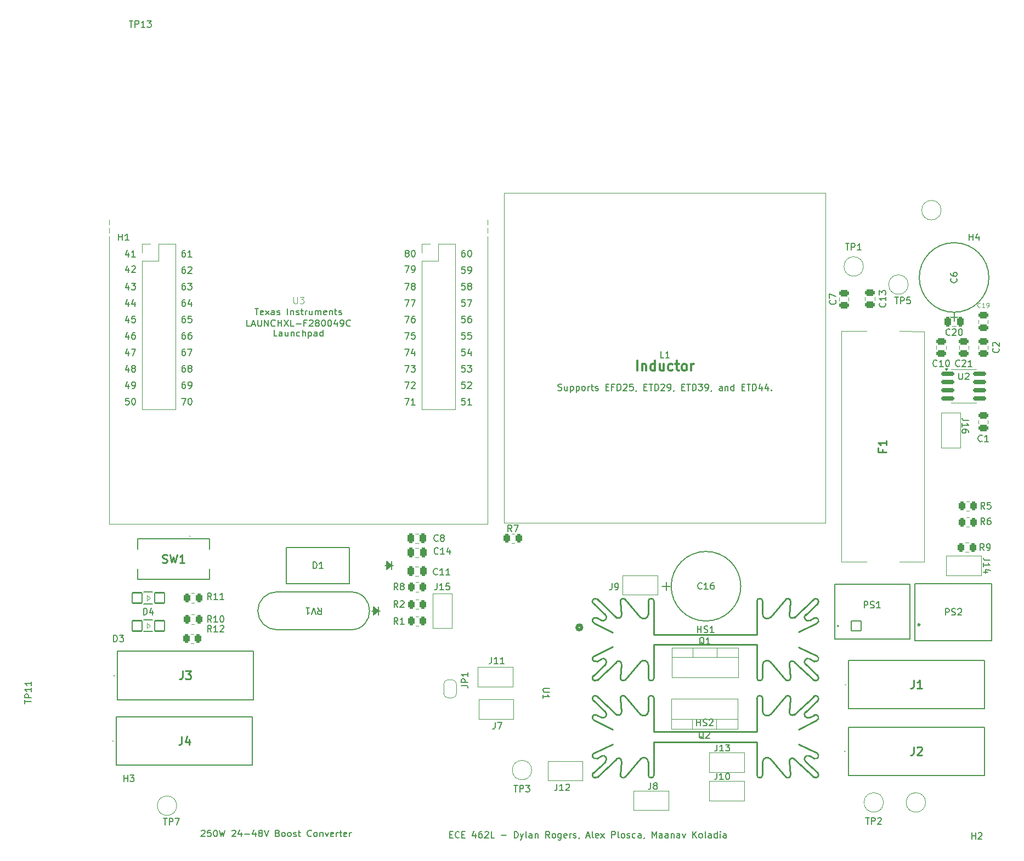
<source format=gto>
%TF.GenerationSoftware,KiCad,Pcbnew,8.0.5*%
%TF.CreationDate,2024-10-11T09:15:34-05:00*%
%TF.ProjectId,Lab2_starter,4c616232-5f73-4746-9172-7465722e6b69,1*%
%TF.SameCoordinates,Original*%
%TF.FileFunction,Legend,Top*%
%TF.FilePolarity,Positive*%
%FSLAX46Y46*%
G04 Gerber Fmt 4.6, Leading zero omitted, Abs format (unit mm)*
G04 Created by KiCad (PCBNEW 8.0.5) date 2024-10-11 09:15:34*
%MOMM*%
%LPD*%
G01*
G04 APERTURE LIST*
G04 Aperture macros list*
%AMRoundRect*
0 Rectangle with rounded corners*
0 $1 Rounding radius*
0 $2 $3 $4 $5 $6 $7 $8 $9 X,Y pos of 4 corners*
0 Add a 4 corners polygon primitive as box body*
4,1,4,$2,$3,$4,$5,$6,$7,$8,$9,$2,$3,0*
0 Add four circle primitives for the rounded corners*
1,1,$1+$1,$2,$3*
1,1,$1+$1,$4,$5*
1,1,$1+$1,$6,$7*
1,1,$1+$1,$8,$9*
0 Add four rect primitives between the rounded corners*
20,1,$1+$1,$2,$3,$4,$5,0*
20,1,$1+$1,$4,$5,$6,$7,0*
20,1,$1+$1,$6,$7,$8,$9,0*
20,1,$1+$1,$8,$9,$2,$3,0*%
%AMFreePoly0*
4,1,19,0.500000,-0.750000,0.000000,-0.750000,0.000000,-0.744911,-0.071157,-0.744911,-0.207708,-0.704816,-0.327430,-0.627875,-0.420627,-0.520320,-0.479746,-0.390866,-0.500000,-0.250000,-0.500000,0.250000,-0.479746,0.390866,-0.420627,0.520320,-0.327430,0.627875,-0.207708,0.704816,-0.071157,0.744911,0.000000,0.744911,0.000000,0.750000,0.500000,0.750000,0.500000,-0.750000,0.500000,-0.750000,
$1*%
%AMFreePoly1*
4,1,19,0.000000,0.744911,0.071157,0.744911,0.207708,0.704816,0.327430,0.627875,0.420627,0.520320,0.479746,0.390866,0.500000,0.250000,0.500000,-0.250000,0.479746,-0.390866,0.420627,-0.520320,0.327430,-0.627875,0.207708,-0.704816,0.071157,-0.744911,0.000000,-0.744911,0.000000,-0.750000,-0.500000,-0.750000,-0.500000,0.750000,0.000000,0.750000,0.000000,0.744911,0.000000,0.744911,
$1*%
G04 Aperture macros list end*
%ADD10C,0.150000*%
%ADD11C,0.300000*%
%ADD12C,0.254000*%
%ADD13C,0.100000*%
%ADD14C,0.125000*%
%ADD15C,0.120000*%
%ADD16C,0.152400*%
%ADD17C,0.200000*%
%ADD18C,0.127000*%
%ADD19C,0.250000*%
%ADD20C,0.508000*%
%ADD21C,0.000000*%
%ADD22C,2.000000*%
%ADD23C,2.300000*%
%ADD24C,1.200000*%
%ADD25RoundRect,0.250000X0.262500X0.450000X-0.262500X0.450000X-0.262500X-0.450000X0.262500X-0.450000X0*%
%ADD26RoundRect,0.250000X0.475000X-0.250000X0.475000X0.250000X-0.475000X0.250000X-0.475000X-0.250000X0*%
%ADD27C,3.600000*%
%ADD28C,2.800000*%
%ADD29C,2.600000*%
%ADD30O,2.600000X4.200000*%
%ADD31R,1.625600X1.625600*%
%ADD32C,1.625600*%
%ADD33C,3.200000*%
%ADD34RoundRect,0.102000X0.750000X0.800000X-0.750000X0.800000X-0.750000X-0.800000X0.750000X-0.800000X0*%
%ADD35C,2.250000*%
%ADD36RoundRect,0.250000X-0.475000X0.250000X-0.475000X-0.250000X0.475000X-0.250000X0.475000X0.250000X0*%
%ADD37RoundRect,0.250000X-0.262500X-0.450000X0.262500X-0.450000X0.262500X0.450000X-0.262500X0.450000X0*%
%ADD38R,1.828800X1.828800*%
%ADD39C,1.828800*%
%ADD40RoundRect,0.250000X-0.250000X-0.475000X0.250000X-0.475000X0.250000X0.475000X-0.250000X0.475000X0*%
%ADD41R,1.905000X2.000000*%
%ADD42O,1.905000X2.000000*%
%ADD43R,2.250000X2.250000*%
%ADD44FreePoly0,270.000000*%
%ADD45FreePoly1,270.000000*%
%ADD46RoundRect,0.250000X0.250000X0.475000X-0.250000X0.475000X-0.250000X-0.475000X0.250000X-0.475000X0*%
%ADD47RoundRect,0.102000X-0.754000X-0.754000X0.754000X-0.754000X0.754000X0.754000X-0.754000X0.754000X0*%
%ADD48C,1.712000*%
%ADD49RoundRect,0.150000X-0.825000X-0.150000X0.825000X-0.150000X0.825000X0.150000X-0.825000X0.150000X0*%
%ADD50R,1.700000X1.700000*%
%ADD51O,1.700000X1.700000*%
%ADD52C,1.371600*%
%ADD53R,1.371600X1.371600*%
%ADD54R,1.300000X1.300000*%
%ADD55C,1.300000*%
%ADD56C,1.507998*%
G04 APERTURE END LIST*
D10*
X34289160Y-138665057D02*
X34336779Y-138617438D01*
X34336779Y-138617438D02*
X34432017Y-138569819D01*
X34432017Y-138569819D02*
X34670112Y-138569819D01*
X34670112Y-138569819D02*
X34765350Y-138617438D01*
X34765350Y-138617438D02*
X34812969Y-138665057D01*
X34812969Y-138665057D02*
X34860588Y-138760295D01*
X34860588Y-138760295D02*
X34860588Y-138855533D01*
X34860588Y-138855533D02*
X34812969Y-138998390D01*
X34812969Y-138998390D02*
X34241541Y-139569819D01*
X34241541Y-139569819D02*
X34860588Y-139569819D01*
X35765350Y-138569819D02*
X35289160Y-138569819D01*
X35289160Y-138569819D02*
X35241541Y-139046009D01*
X35241541Y-139046009D02*
X35289160Y-138998390D01*
X35289160Y-138998390D02*
X35384398Y-138950771D01*
X35384398Y-138950771D02*
X35622493Y-138950771D01*
X35622493Y-138950771D02*
X35717731Y-138998390D01*
X35717731Y-138998390D02*
X35765350Y-139046009D01*
X35765350Y-139046009D02*
X35812969Y-139141247D01*
X35812969Y-139141247D02*
X35812969Y-139379342D01*
X35812969Y-139379342D02*
X35765350Y-139474580D01*
X35765350Y-139474580D02*
X35717731Y-139522200D01*
X35717731Y-139522200D02*
X35622493Y-139569819D01*
X35622493Y-139569819D02*
X35384398Y-139569819D01*
X35384398Y-139569819D02*
X35289160Y-139522200D01*
X35289160Y-139522200D02*
X35241541Y-139474580D01*
X36432017Y-138569819D02*
X36527255Y-138569819D01*
X36527255Y-138569819D02*
X36622493Y-138617438D01*
X36622493Y-138617438D02*
X36670112Y-138665057D01*
X36670112Y-138665057D02*
X36717731Y-138760295D01*
X36717731Y-138760295D02*
X36765350Y-138950771D01*
X36765350Y-138950771D02*
X36765350Y-139188866D01*
X36765350Y-139188866D02*
X36717731Y-139379342D01*
X36717731Y-139379342D02*
X36670112Y-139474580D01*
X36670112Y-139474580D02*
X36622493Y-139522200D01*
X36622493Y-139522200D02*
X36527255Y-139569819D01*
X36527255Y-139569819D02*
X36432017Y-139569819D01*
X36432017Y-139569819D02*
X36336779Y-139522200D01*
X36336779Y-139522200D02*
X36289160Y-139474580D01*
X36289160Y-139474580D02*
X36241541Y-139379342D01*
X36241541Y-139379342D02*
X36193922Y-139188866D01*
X36193922Y-139188866D02*
X36193922Y-138950771D01*
X36193922Y-138950771D02*
X36241541Y-138760295D01*
X36241541Y-138760295D02*
X36289160Y-138665057D01*
X36289160Y-138665057D02*
X36336779Y-138617438D01*
X36336779Y-138617438D02*
X36432017Y-138569819D01*
X37098684Y-138569819D02*
X37336779Y-139569819D01*
X37336779Y-139569819D02*
X37527255Y-138855533D01*
X37527255Y-138855533D02*
X37717731Y-139569819D01*
X37717731Y-139569819D02*
X37955827Y-138569819D01*
X39051065Y-138665057D02*
X39098684Y-138617438D01*
X39098684Y-138617438D02*
X39193922Y-138569819D01*
X39193922Y-138569819D02*
X39432017Y-138569819D01*
X39432017Y-138569819D02*
X39527255Y-138617438D01*
X39527255Y-138617438D02*
X39574874Y-138665057D01*
X39574874Y-138665057D02*
X39622493Y-138760295D01*
X39622493Y-138760295D02*
X39622493Y-138855533D01*
X39622493Y-138855533D02*
X39574874Y-138998390D01*
X39574874Y-138998390D02*
X39003446Y-139569819D01*
X39003446Y-139569819D02*
X39622493Y-139569819D01*
X40479636Y-138903152D02*
X40479636Y-139569819D01*
X40241541Y-138522200D02*
X40003446Y-139236485D01*
X40003446Y-139236485D02*
X40622493Y-139236485D01*
X41003446Y-139188866D02*
X41765351Y-139188866D01*
X42670112Y-138903152D02*
X42670112Y-139569819D01*
X42432017Y-138522200D02*
X42193922Y-139236485D01*
X42193922Y-139236485D02*
X42812969Y-139236485D01*
X43336779Y-138998390D02*
X43241541Y-138950771D01*
X43241541Y-138950771D02*
X43193922Y-138903152D01*
X43193922Y-138903152D02*
X43146303Y-138807914D01*
X43146303Y-138807914D02*
X43146303Y-138760295D01*
X43146303Y-138760295D02*
X43193922Y-138665057D01*
X43193922Y-138665057D02*
X43241541Y-138617438D01*
X43241541Y-138617438D02*
X43336779Y-138569819D01*
X43336779Y-138569819D02*
X43527255Y-138569819D01*
X43527255Y-138569819D02*
X43622493Y-138617438D01*
X43622493Y-138617438D02*
X43670112Y-138665057D01*
X43670112Y-138665057D02*
X43717731Y-138760295D01*
X43717731Y-138760295D02*
X43717731Y-138807914D01*
X43717731Y-138807914D02*
X43670112Y-138903152D01*
X43670112Y-138903152D02*
X43622493Y-138950771D01*
X43622493Y-138950771D02*
X43527255Y-138998390D01*
X43527255Y-138998390D02*
X43336779Y-138998390D01*
X43336779Y-138998390D02*
X43241541Y-139046009D01*
X43241541Y-139046009D02*
X43193922Y-139093628D01*
X43193922Y-139093628D02*
X43146303Y-139188866D01*
X43146303Y-139188866D02*
X43146303Y-139379342D01*
X43146303Y-139379342D02*
X43193922Y-139474580D01*
X43193922Y-139474580D02*
X43241541Y-139522200D01*
X43241541Y-139522200D02*
X43336779Y-139569819D01*
X43336779Y-139569819D02*
X43527255Y-139569819D01*
X43527255Y-139569819D02*
X43622493Y-139522200D01*
X43622493Y-139522200D02*
X43670112Y-139474580D01*
X43670112Y-139474580D02*
X43717731Y-139379342D01*
X43717731Y-139379342D02*
X43717731Y-139188866D01*
X43717731Y-139188866D02*
X43670112Y-139093628D01*
X43670112Y-139093628D02*
X43622493Y-139046009D01*
X43622493Y-139046009D02*
X43527255Y-138998390D01*
X44003446Y-138569819D02*
X44336779Y-139569819D01*
X44336779Y-139569819D02*
X44670112Y-138569819D01*
X46098684Y-139046009D02*
X46241541Y-139093628D01*
X46241541Y-139093628D02*
X46289160Y-139141247D01*
X46289160Y-139141247D02*
X46336779Y-139236485D01*
X46336779Y-139236485D02*
X46336779Y-139379342D01*
X46336779Y-139379342D02*
X46289160Y-139474580D01*
X46289160Y-139474580D02*
X46241541Y-139522200D01*
X46241541Y-139522200D02*
X46146303Y-139569819D01*
X46146303Y-139569819D02*
X45765351Y-139569819D01*
X45765351Y-139569819D02*
X45765351Y-138569819D01*
X45765351Y-138569819D02*
X46098684Y-138569819D01*
X46098684Y-138569819D02*
X46193922Y-138617438D01*
X46193922Y-138617438D02*
X46241541Y-138665057D01*
X46241541Y-138665057D02*
X46289160Y-138760295D01*
X46289160Y-138760295D02*
X46289160Y-138855533D01*
X46289160Y-138855533D02*
X46241541Y-138950771D01*
X46241541Y-138950771D02*
X46193922Y-138998390D01*
X46193922Y-138998390D02*
X46098684Y-139046009D01*
X46098684Y-139046009D02*
X45765351Y-139046009D01*
X46908208Y-139569819D02*
X46812970Y-139522200D01*
X46812970Y-139522200D02*
X46765351Y-139474580D01*
X46765351Y-139474580D02*
X46717732Y-139379342D01*
X46717732Y-139379342D02*
X46717732Y-139093628D01*
X46717732Y-139093628D02*
X46765351Y-138998390D01*
X46765351Y-138998390D02*
X46812970Y-138950771D01*
X46812970Y-138950771D02*
X46908208Y-138903152D01*
X46908208Y-138903152D02*
X47051065Y-138903152D01*
X47051065Y-138903152D02*
X47146303Y-138950771D01*
X47146303Y-138950771D02*
X47193922Y-138998390D01*
X47193922Y-138998390D02*
X47241541Y-139093628D01*
X47241541Y-139093628D02*
X47241541Y-139379342D01*
X47241541Y-139379342D02*
X47193922Y-139474580D01*
X47193922Y-139474580D02*
X47146303Y-139522200D01*
X47146303Y-139522200D02*
X47051065Y-139569819D01*
X47051065Y-139569819D02*
X46908208Y-139569819D01*
X47812970Y-139569819D02*
X47717732Y-139522200D01*
X47717732Y-139522200D02*
X47670113Y-139474580D01*
X47670113Y-139474580D02*
X47622494Y-139379342D01*
X47622494Y-139379342D02*
X47622494Y-139093628D01*
X47622494Y-139093628D02*
X47670113Y-138998390D01*
X47670113Y-138998390D02*
X47717732Y-138950771D01*
X47717732Y-138950771D02*
X47812970Y-138903152D01*
X47812970Y-138903152D02*
X47955827Y-138903152D01*
X47955827Y-138903152D02*
X48051065Y-138950771D01*
X48051065Y-138950771D02*
X48098684Y-138998390D01*
X48098684Y-138998390D02*
X48146303Y-139093628D01*
X48146303Y-139093628D02*
X48146303Y-139379342D01*
X48146303Y-139379342D02*
X48098684Y-139474580D01*
X48098684Y-139474580D02*
X48051065Y-139522200D01*
X48051065Y-139522200D02*
X47955827Y-139569819D01*
X47955827Y-139569819D02*
X47812970Y-139569819D01*
X48527256Y-139522200D02*
X48622494Y-139569819D01*
X48622494Y-139569819D02*
X48812970Y-139569819D01*
X48812970Y-139569819D02*
X48908208Y-139522200D01*
X48908208Y-139522200D02*
X48955827Y-139426961D01*
X48955827Y-139426961D02*
X48955827Y-139379342D01*
X48955827Y-139379342D02*
X48908208Y-139284104D01*
X48908208Y-139284104D02*
X48812970Y-139236485D01*
X48812970Y-139236485D02*
X48670113Y-139236485D01*
X48670113Y-139236485D02*
X48574875Y-139188866D01*
X48574875Y-139188866D02*
X48527256Y-139093628D01*
X48527256Y-139093628D02*
X48527256Y-139046009D01*
X48527256Y-139046009D02*
X48574875Y-138950771D01*
X48574875Y-138950771D02*
X48670113Y-138903152D01*
X48670113Y-138903152D02*
X48812970Y-138903152D01*
X48812970Y-138903152D02*
X48908208Y-138950771D01*
X49241542Y-138903152D02*
X49622494Y-138903152D01*
X49384399Y-138569819D02*
X49384399Y-139426961D01*
X49384399Y-139426961D02*
X49432018Y-139522200D01*
X49432018Y-139522200D02*
X49527256Y-139569819D01*
X49527256Y-139569819D02*
X49622494Y-139569819D01*
X51289161Y-139474580D02*
X51241542Y-139522200D01*
X51241542Y-139522200D02*
X51098685Y-139569819D01*
X51098685Y-139569819D02*
X51003447Y-139569819D01*
X51003447Y-139569819D02*
X50860590Y-139522200D01*
X50860590Y-139522200D02*
X50765352Y-139426961D01*
X50765352Y-139426961D02*
X50717733Y-139331723D01*
X50717733Y-139331723D02*
X50670114Y-139141247D01*
X50670114Y-139141247D02*
X50670114Y-138998390D01*
X50670114Y-138998390D02*
X50717733Y-138807914D01*
X50717733Y-138807914D02*
X50765352Y-138712676D01*
X50765352Y-138712676D02*
X50860590Y-138617438D01*
X50860590Y-138617438D02*
X51003447Y-138569819D01*
X51003447Y-138569819D02*
X51098685Y-138569819D01*
X51098685Y-138569819D02*
X51241542Y-138617438D01*
X51241542Y-138617438D02*
X51289161Y-138665057D01*
X51860590Y-139569819D02*
X51765352Y-139522200D01*
X51765352Y-139522200D02*
X51717733Y-139474580D01*
X51717733Y-139474580D02*
X51670114Y-139379342D01*
X51670114Y-139379342D02*
X51670114Y-139093628D01*
X51670114Y-139093628D02*
X51717733Y-138998390D01*
X51717733Y-138998390D02*
X51765352Y-138950771D01*
X51765352Y-138950771D02*
X51860590Y-138903152D01*
X51860590Y-138903152D02*
X52003447Y-138903152D01*
X52003447Y-138903152D02*
X52098685Y-138950771D01*
X52098685Y-138950771D02*
X52146304Y-138998390D01*
X52146304Y-138998390D02*
X52193923Y-139093628D01*
X52193923Y-139093628D02*
X52193923Y-139379342D01*
X52193923Y-139379342D02*
X52146304Y-139474580D01*
X52146304Y-139474580D02*
X52098685Y-139522200D01*
X52098685Y-139522200D02*
X52003447Y-139569819D01*
X52003447Y-139569819D02*
X51860590Y-139569819D01*
X52622495Y-138903152D02*
X52622495Y-139569819D01*
X52622495Y-138998390D02*
X52670114Y-138950771D01*
X52670114Y-138950771D02*
X52765352Y-138903152D01*
X52765352Y-138903152D02*
X52908209Y-138903152D01*
X52908209Y-138903152D02*
X53003447Y-138950771D01*
X53003447Y-138950771D02*
X53051066Y-139046009D01*
X53051066Y-139046009D02*
X53051066Y-139569819D01*
X53432019Y-138903152D02*
X53670114Y-139569819D01*
X53670114Y-139569819D02*
X53908209Y-138903152D01*
X54670114Y-139522200D02*
X54574876Y-139569819D01*
X54574876Y-139569819D02*
X54384400Y-139569819D01*
X54384400Y-139569819D02*
X54289162Y-139522200D01*
X54289162Y-139522200D02*
X54241543Y-139426961D01*
X54241543Y-139426961D02*
X54241543Y-139046009D01*
X54241543Y-139046009D02*
X54289162Y-138950771D01*
X54289162Y-138950771D02*
X54384400Y-138903152D01*
X54384400Y-138903152D02*
X54574876Y-138903152D01*
X54574876Y-138903152D02*
X54670114Y-138950771D01*
X54670114Y-138950771D02*
X54717733Y-139046009D01*
X54717733Y-139046009D02*
X54717733Y-139141247D01*
X54717733Y-139141247D02*
X54241543Y-139236485D01*
X55146305Y-139569819D02*
X55146305Y-138903152D01*
X55146305Y-139093628D02*
X55193924Y-138998390D01*
X55193924Y-138998390D02*
X55241543Y-138950771D01*
X55241543Y-138950771D02*
X55336781Y-138903152D01*
X55336781Y-138903152D02*
X55432019Y-138903152D01*
X55622496Y-138903152D02*
X56003448Y-138903152D01*
X55765353Y-138569819D02*
X55765353Y-139426961D01*
X55765353Y-139426961D02*
X55812972Y-139522200D01*
X55812972Y-139522200D02*
X55908210Y-139569819D01*
X55908210Y-139569819D02*
X56003448Y-139569819D01*
X56717734Y-139522200D02*
X56622496Y-139569819D01*
X56622496Y-139569819D02*
X56432020Y-139569819D01*
X56432020Y-139569819D02*
X56336782Y-139522200D01*
X56336782Y-139522200D02*
X56289163Y-139426961D01*
X56289163Y-139426961D02*
X56289163Y-139046009D01*
X56289163Y-139046009D02*
X56336782Y-138950771D01*
X56336782Y-138950771D02*
X56432020Y-138903152D01*
X56432020Y-138903152D02*
X56622496Y-138903152D01*
X56622496Y-138903152D02*
X56717734Y-138950771D01*
X56717734Y-138950771D02*
X56765353Y-139046009D01*
X56765353Y-139046009D02*
X56765353Y-139141247D01*
X56765353Y-139141247D02*
X56289163Y-139236485D01*
X57193925Y-139569819D02*
X57193925Y-138903152D01*
X57193925Y-139093628D02*
X57241544Y-138998390D01*
X57241544Y-138998390D02*
X57289163Y-138950771D01*
X57289163Y-138950771D02*
X57384401Y-138903152D01*
X57384401Y-138903152D02*
X57479639Y-138903152D01*
X72636779Y-139246009D02*
X72970112Y-139246009D01*
X73112969Y-139769819D02*
X72636779Y-139769819D01*
X72636779Y-139769819D02*
X72636779Y-138769819D01*
X72636779Y-138769819D02*
X73112969Y-138769819D01*
X74112969Y-139674580D02*
X74065350Y-139722200D01*
X74065350Y-139722200D02*
X73922493Y-139769819D01*
X73922493Y-139769819D02*
X73827255Y-139769819D01*
X73827255Y-139769819D02*
X73684398Y-139722200D01*
X73684398Y-139722200D02*
X73589160Y-139626961D01*
X73589160Y-139626961D02*
X73541541Y-139531723D01*
X73541541Y-139531723D02*
X73493922Y-139341247D01*
X73493922Y-139341247D02*
X73493922Y-139198390D01*
X73493922Y-139198390D02*
X73541541Y-139007914D01*
X73541541Y-139007914D02*
X73589160Y-138912676D01*
X73589160Y-138912676D02*
X73684398Y-138817438D01*
X73684398Y-138817438D02*
X73827255Y-138769819D01*
X73827255Y-138769819D02*
X73922493Y-138769819D01*
X73922493Y-138769819D02*
X74065350Y-138817438D01*
X74065350Y-138817438D02*
X74112969Y-138865057D01*
X74541541Y-139246009D02*
X74874874Y-139246009D01*
X75017731Y-139769819D02*
X74541541Y-139769819D01*
X74541541Y-139769819D02*
X74541541Y-138769819D01*
X74541541Y-138769819D02*
X75017731Y-138769819D01*
X76636779Y-139103152D02*
X76636779Y-139769819D01*
X76398684Y-138722200D02*
X76160589Y-139436485D01*
X76160589Y-139436485D02*
X76779636Y-139436485D01*
X77589160Y-138769819D02*
X77398684Y-138769819D01*
X77398684Y-138769819D02*
X77303446Y-138817438D01*
X77303446Y-138817438D02*
X77255827Y-138865057D01*
X77255827Y-138865057D02*
X77160589Y-139007914D01*
X77160589Y-139007914D02*
X77112970Y-139198390D01*
X77112970Y-139198390D02*
X77112970Y-139579342D01*
X77112970Y-139579342D02*
X77160589Y-139674580D01*
X77160589Y-139674580D02*
X77208208Y-139722200D01*
X77208208Y-139722200D02*
X77303446Y-139769819D01*
X77303446Y-139769819D02*
X77493922Y-139769819D01*
X77493922Y-139769819D02*
X77589160Y-139722200D01*
X77589160Y-139722200D02*
X77636779Y-139674580D01*
X77636779Y-139674580D02*
X77684398Y-139579342D01*
X77684398Y-139579342D02*
X77684398Y-139341247D01*
X77684398Y-139341247D02*
X77636779Y-139246009D01*
X77636779Y-139246009D02*
X77589160Y-139198390D01*
X77589160Y-139198390D02*
X77493922Y-139150771D01*
X77493922Y-139150771D02*
X77303446Y-139150771D01*
X77303446Y-139150771D02*
X77208208Y-139198390D01*
X77208208Y-139198390D02*
X77160589Y-139246009D01*
X77160589Y-139246009D02*
X77112970Y-139341247D01*
X78065351Y-138865057D02*
X78112970Y-138817438D01*
X78112970Y-138817438D02*
X78208208Y-138769819D01*
X78208208Y-138769819D02*
X78446303Y-138769819D01*
X78446303Y-138769819D02*
X78541541Y-138817438D01*
X78541541Y-138817438D02*
X78589160Y-138865057D01*
X78589160Y-138865057D02*
X78636779Y-138960295D01*
X78636779Y-138960295D02*
X78636779Y-139055533D01*
X78636779Y-139055533D02*
X78589160Y-139198390D01*
X78589160Y-139198390D02*
X78017732Y-139769819D01*
X78017732Y-139769819D02*
X78636779Y-139769819D01*
X79541541Y-139769819D02*
X79065351Y-139769819D01*
X79065351Y-139769819D02*
X79065351Y-138769819D01*
X80636780Y-139388866D02*
X81398685Y-139388866D01*
X82636780Y-139769819D02*
X82636780Y-138769819D01*
X82636780Y-138769819D02*
X82874875Y-138769819D01*
X82874875Y-138769819D02*
X83017732Y-138817438D01*
X83017732Y-138817438D02*
X83112970Y-138912676D01*
X83112970Y-138912676D02*
X83160589Y-139007914D01*
X83160589Y-139007914D02*
X83208208Y-139198390D01*
X83208208Y-139198390D02*
X83208208Y-139341247D01*
X83208208Y-139341247D02*
X83160589Y-139531723D01*
X83160589Y-139531723D02*
X83112970Y-139626961D01*
X83112970Y-139626961D02*
X83017732Y-139722200D01*
X83017732Y-139722200D02*
X82874875Y-139769819D01*
X82874875Y-139769819D02*
X82636780Y-139769819D01*
X83541542Y-139103152D02*
X83779637Y-139769819D01*
X84017732Y-139103152D02*
X83779637Y-139769819D01*
X83779637Y-139769819D02*
X83684399Y-140007914D01*
X83684399Y-140007914D02*
X83636780Y-140055533D01*
X83636780Y-140055533D02*
X83541542Y-140103152D01*
X84541542Y-139769819D02*
X84446304Y-139722200D01*
X84446304Y-139722200D02*
X84398685Y-139626961D01*
X84398685Y-139626961D02*
X84398685Y-138769819D01*
X85351066Y-139769819D02*
X85351066Y-139246009D01*
X85351066Y-139246009D02*
X85303447Y-139150771D01*
X85303447Y-139150771D02*
X85208209Y-139103152D01*
X85208209Y-139103152D02*
X85017733Y-139103152D01*
X85017733Y-139103152D02*
X84922495Y-139150771D01*
X85351066Y-139722200D02*
X85255828Y-139769819D01*
X85255828Y-139769819D02*
X85017733Y-139769819D01*
X85017733Y-139769819D02*
X84922495Y-139722200D01*
X84922495Y-139722200D02*
X84874876Y-139626961D01*
X84874876Y-139626961D02*
X84874876Y-139531723D01*
X84874876Y-139531723D02*
X84922495Y-139436485D01*
X84922495Y-139436485D02*
X85017733Y-139388866D01*
X85017733Y-139388866D02*
X85255828Y-139388866D01*
X85255828Y-139388866D02*
X85351066Y-139341247D01*
X85827257Y-139103152D02*
X85827257Y-139769819D01*
X85827257Y-139198390D02*
X85874876Y-139150771D01*
X85874876Y-139150771D02*
X85970114Y-139103152D01*
X85970114Y-139103152D02*
X86112971Y-139103152D01*
X86112971Y-139103152D02*
X86208209Y-139150771D01*
X86208209Y-139150771D02*
X86255828Y-139246009D01*
X86255828Y-139246009D02*
X86255828Y-139769819D01*
X88065352Y-139769819D02*
X87732019Y-139293628D01*
X87493924Y-139769819D02*
X87493924Y-138769819D01*
X87493924Y-138769819D02*
X87874876Y-138769819D01*
X87874876Y-138769819D02*
X87970114Y-138817438D01*
X87970114Y-138817438D02*
X88017733Y-138865057D01*
X88017733Y-138865057D02*
X88065352Y-138960295D01*
X88065352Y-138960295D02*
X88065352Y-139103152D01*
X88065352Y-139103152D02*
X88017733Y-139198390D01*
X88017733Y-139198390D02*
X87970114Y-139246009D01*
X87970114Y-139246009D02*
X87874876Y-139293628D01*
X87874876Y-139293628D02*
X87493924Y-139293628D01*
X88636781Y-139769819D02*
X88541543Y-139722200D01*
X88541543Y-139722200D02*
X88493924Y-139674580D01*
X88493924Y-139674580D02*
X88446305Y-139579342D01*
X88446305Y-139579342D02*
X88446305Y-139293628D01*
X88446305Y-139293628D02*
X88493924Y-139198390D01*
X88493924Y-139198390D02*
X88541543Y-139150771D01*
X88541543Y-139150771D02*
X88636781Y-139103152D01*
X88636781Y-139103152D02*
X88779638Y-139103152D01*
X88779638Y-139103152D02*
X88874876Y-139150771D01*
X88874876Y-139150771D02*
X88922495Y-139198390D01*
X88922495Y-139198390D02*
X88970114Y-139293628D01*
X88970114Y-139293628D02*
X88970114Y-139579342D01*
X88970114Y-139579342D02*
X88922495Y-139674580D01*
X88922495Y-139674580D02*
X88874876Y-139722200D01*
X88874876Y-139722200D02*
X88779638Y-139769819D01*
X88779638Y-139769819D02*
X88636781Y-139769819D01*
X89827257Y-139103152D02*
X89827257Y-139912676D01*
X89827257Y-139912676D02*
X89779638Y-140007914D01*
X89779638Y-140007914D02*
X89732019Y-140055533D01*
X89732019Y-140055533D02*
X89636781Y-140103152D01*
X89636781Y-140103152D02*
X89493924Y-140103152D01*
X89493924Y-140103152D02*
X89398686Y-140055533D01*
X89827257Y-139722200D02*
X89732019Y-139769819D01*
X89732019Y-139769819D02*
X89541543Y-139769819D01*
X89541543Y-139769819D02*
X89446305Y-139722200D01*
X89446305Y-139722200D02*
X89398686Y-139674580D01*
X89398686Y-139674580D02*
X89351067Y-139579342D01*
X89351067Y-139579342D02*
X89351067Y-139293628D01*
X89351067Y-139293628D02*
X89398686Y-139198390D01*
X89398686Y-139198390D02*
X89446305Y-139150771D01*
X89446305Y-139150771D02*
X89541543Y-139103152D01*
X89541543Y-139103152D02*
X89732019Y-139103152D01*
X89732019Y-139103152D02*
X89827257Y-139150771D01*
X90684400Y-139722200D02*
X90589162Y-139769819D01*
X90589162Y-139769819D02*
X90398686Y-139769819D01*
X90398686Y-139769819D02*
X90303448Y-139722200D01*
X90303448Y-139722200D02*
X90255829Y-139626961D01*
X90255829Y-139626961D02*
X90255829Y-139246009D01*
X90255829Y-139246009D02*
X90303448Y-139150771D01*
X90303448Y-139150771D02*
X90398686Y-139103152D01*
X90398686Y-139103152D02*
X90589162Y-139103152D01*
X90589162Y-139103152D02*
X90684400Y-139150771D01*
X90684400Y-139150771D02*
X90732019Y-139246009D01*
X90732019Y-139246009D02*
X90732019Y-139341247D01*
X90732019Y-139341247D02*
X90255829Y-139436485D01*
X91160591Y-139769819D02*
X91160591Y-139103152D01*
X91160591Y-139293628D02*
X91208210Y-139198390D01*
X91208210Y-139198390D02*
X91255829Y-139150771D01*
X91255829Y-139150771D02*
X91351067Y-139103152D01*
X91351067Y-139103152D02*
X91446305Y-139103152D01*
X91732020Y-139722200D02*
X91827258Y-139769819D01*
X91827258Y-139769819D02*
X92017734Y-139769819D01*
X92017734Y-139769819D02*
X92112972Y-139722200D01*
X92112972Y-139722200D02*
X92160591Y-139626961D01*
X92160591Y-139626961D02*
X92160591Y-139579342D01*
X92160591Y-139579342D02*
X92112972Y-139484104D01*
X92112972Y-139484104D02*
X92017734Y-139436485D01*
X92017734Y-139436485D02*
X91874877Y-139436485D01*
X91874877Y-139436485D02*
X91779639Y-139388866D01*
X91779639Y-139388866D02*
X91732020Y-139293628D01*
X91732020Y-139293628D02*
X91732020Y-139246009D01*
X91732020Y-139246009D02*
X91779639Y-139150771D01*
X91779639Y-139150771D02*
X91874877Y-139103152D01*
X91874877Y-139103152D02*
X92017734Y-139103152D01*
X92017734Y-139103152D02*
X92112972Y-139150771D01*
X92636782Y-139722200D02*
X92636782Y-139769819D01*
X92636782Y-139769819D02*
X92589163Y-139865057D01*
X92589163Y-139865057D02*
X92541544Y-139912676D01*
X93779639Y-139484104D02*
X94255829Y-139484104D01*
X93684401Y-139769819D02*
X94017734Y-138769819D01*
X94017734Y-138769819D02*
X94351067Y-139769819D01*
X94827258Y-139769819D02*
X94732020Y-139722200D01*
X94732020Y-139722200D02*
X94684401Y-139626961D01*
X94684401Y-139626961D02*
X94684401Y-138769819D01*
X95589163Y-139722200D02*
X95493925Y-139769819D01*
X95493925Y-139769819D02*
X95303449Y-139769819D01*
X95303449Y-139769819D02*
X95208211Y-139722200D01*
X95208211Y-139722200D02*
X95160592Y-139626961D01*
X95160592Y-139626961D02*
X95160592Y-139246009D01*
X95160592Y-139246009D02*
X95208211Y-139150771D01*
X95208211Y-139150771D02*
X95303449Y-139103152D01*
X95303449Y-139103152D02*
X95493925Y-139103152D01*
X95493925Y-139103152D02*
X95589163Y-139150771D01*
X95589163Y-139150771D02*
X95636782Y-139246009D01*
X95636782Y-139246009D02*
X95636782Y-139341247D01*
X95636782Y-139341247D02*
X95160592Y-139436485D01*
X95970116Y-139769819D02*
X96493925Y-139103152D01*
X95970116Y-139103152D02*
X96493925Y-139769819D01*
X97636783Y-139769819D02*
X97636783Y-138769819D01*
X97636783Y-138769819D02*
X98017735Y-138769819D01*
X98017735Y-138769819D02*
X98112973Y-138817438D01*
X98112973Y-138817438D02*
X98160592Y-138865057D01*
X98160592Y-138865057D02*
X98208211Y-138960295D01*
X98208211Y-138960295D02*
X98208211Y-139103152D01*
X98208211Y-139103152D02*
X98160592Y-139198390D01*
X98160592Y-139198390D02*
X98112973Y-139246009D01*
X98112973Y-139246009D02*
X98017735Y-139293628D01*
X98017735Y-139293628D02*
X97636783Y-139293628D01*
X98779640Y-139769819D02*
X98684402Y-139722200D01*
X98684402Y-139722200D02*
X98636783Y-139626961D01*
X98636783Y-139626961D02*
X98636783Y-138769819D01*
X99303450Y-139769819D02*
X99208212Y-139722200D01*
X99208212Y-139722200D02*
X99160593Y-139674580D01*
X99160593Y-139674580D02*
X99112974Y-139579342D01*
X99112974Y-139579342D02*
X99112974Y-139293628D01*
X99112974Y-139293628D02*
X99160593Y-139198390D01*
X99160593Y-139198390D02*
X99208212Y-139150771D01*
X99208212Y-139150771D02*
X99303450Y-139103152D01*
X99303450Y-139103152D02*
X99446307Y-139103152D01*
X99446307Y-139103152D02*
X99541545Y-139150771D01*
X99541545Y-139150771D02*
X99589164Y-139198390D01*
X99589164Y-139198390D02*
X99636783Y-139293628D01*
X99636783Y-139293628D02*
X99636783Y-139579342D01*
X99636783Y-139579342D02*
X99589164Y-139674580D01*
X99589164Y-139674580D02*
X99541545Y-139722200D01*
X99541545Y-139722200D02*
X99446307Y-139769819D01*
X99446307Y-139769819D02*
X99303450Y-139769819D01*
X100017736Y-139722200D02*
X100112974Y-139769819D01*
X100112974Y-139769819D02*
X100303450Y-139769819D01*
X100303450Y-139769819D02*
X100398688Y-139722200D01*
X100398688Y-139722200D02*
X100446307Y-139626961D01*
X100446307Y-139626961D02*
X100446307Y-139579342D01*
X100446307Y-139579342D02*
X100398688Y-139484104D01*
X100398688Y-139484104D02*
X100303450Y-139436485D01*
X100303450Y-139436485D02*
X100160593Y-139436485D01*
X100160593Y-139436485D02*
X100065355Y-139388866D01*
X100065355Y-139388866D02*
X100017736Y-139293628D01*
X100017736Y-139293628D02*
X100017736Y-139246009D01*
X100017736Y-139246009D02*
X100065355Y-139150771D01*
X100065355Y-139150771D02*
X100160593Y-139103152D01*
X100160593Y-139103152D02*
X100303450Y-139103152D01*
X100303450Y-139103152D02*
X100398688Y-139150771D01*
X101303450Y-139722200D02*
X101208212Y-139769819D01*
X101208212Y-139769819D02*
X101017736Y-139769819D01*
X101017736Y-139769819D02*
X100922498Y-139722200D01*
X100922498Y-139722200D02*
X100874879Y-139674580D01*
X100874879Y-139674580D02*
X100827260Y-139579342D01*
X100827260Y-139579342D02*
X100827260Y-139293628D01*
X100827260Y-139293628D02*
X100874879Y-139198390D01*
X100874879Y-139198390D02*
X100922498Y-139150771D01*
X100922498Y-139150771D02*
X101017736Y-139103152D01*
X101017736Y-139103152D02*
X101208212Y-139103152D01*
X101208212Y-139103152D02*
X101303450Y-139150771D01*
X102160593Y-139769819D02*
X102160593Y-139246009D01*
X102160593Y-139246009D02*
X102112974Y-139150771D01*
X102112974Y-139150771D02*
X102017736Y-139103152D01*
X102017736Y-139103152D02*
X101827260Y-139103152D01*
X101827260Y-139103152D02*
X101732022Y-139150771D01*
X102160593Y-139722200D02*
X102065355Y-139769819D01*
X102065355Y-139769819D02*
X101827260Y-139769819D01*
X101827260Y-139769819D02*
X101732022Y-139722200D01*
X101732022Y-139722200D02*
X101684403Y-139626961D01*
X101684403Y-139626961D02*
X101684403Y-139531723D01*
X101684403Y-139531723D02*
X101732022Y-139436485D01*
X101732022Y-139436485D02*
X101827260Y-139388866D01*
X101827260Y-139388866D02*
X102065355Y-139388866D01*
X102065355Y-139388866D02*
X102160593Y-139341247D01*
X102684403Y-139722200D02*
X102684403Y-139769819D01*
X102684403Y-139769819D02*
X102636784Y-139865057D01*
X102636784Y-139865057D02*
X102589165Y-139912676D01*
X103874879Y-139769819D02*
X103874879Y-138769819D01*
X103874879Y-138769819D02*
X104208212Y-139484104D01*
X104208212Y-139484104D02*
X104541545Y-138769819D01*
X104541545Y-138769819D02*
X104541545Y-139769819D01*
X105446307Y-139769819D02*
X105446307Y-139246009D01*
X105446307Y-139246009D02*
X105398688Y-139150771D01*
X105398688Y-139150771D02*
X105303450Y-139103152D01*
X105303450Y-139103152D02*
X105112974Y-139103152D01*
X105112974Y-139103152D02*
X105017736Y-139150771D01*
X105446307Y-139722200D02*
X105351069Y-139769819D01*
X105351069Y-139769819D02*
X105112974Y-139769819D01*
X105112974Y-139769819D02*
X105017736Y-139722200D01*
X105017736Y-139722200D02*
X104970117Y-139626961D01*
X104970117Y-139626961D02*
X104970117Y-139531723D01*
X104970117Y-139531723D02*
X105017736Y-139436485D01*
X105017736Y-139436485D02*
X105112974Y-139388866D01*
X105112974Y-139388866D02*
X105351069Y-139388866D01*
X105351069Y-139388866D02*
X105446307Y-139341247D01*
X106351069Y-139769819D02*
X106351069Y-139246009D01*
X106351069Y-139246009D02*
X106303450Y-139150771D01*
X106303450Y-139150771D02*
X106208212Y-139103152D01*
X106208212Y-139103152D02*
X106017736Y-139103152D01*
X106017736Y-139103152D02*
X105922498Y-139150771D01*
X106351069Y-139722200D02*
X106255831Y-139769819D01*
X106255831Y-139769819D02*
X106017736Y-139769819D01*
X106017736Y-139769819D02*
X105922498Y-139722200D01*
X105922498Y-139722200D02*
X105874879Y-139626961D01*
X105874879Y-139626961D02*
X105874879Y-139531723D01*
X105874879Y-139531723D02*
X105922498Y-139436485D01*
X105922498Y-139436485D02*
X106017736Y-139388866D01*
X106017736Y-139388866D02*
X106255831Y-139388866D01*
X106255831Y-139388866D02*
X106351069Y-139341247D01*
X106827260Y-139103152D02*
X106827260Y-139769819D01*
X106827260Y-139198390D02*
X106874879Y-139150771D01*
X106874879Y-139150771D02*
X106970117Y-139103152D01*
X106970117Y-139103152D02*
X107112974Y-139103152D01*
X107112974Y-139103152D02*
X107208212Y-139150771D01*
X107208212Y-139150771D02*
X107255831Y-139246009D01*
X107255831Y-139246009D02*
X107255831Y-139769819D01*
X108160593Y-139769819D02*
X108160593Y-139246009D01*
X108160593Y-139246009D02*
X108112974Y-139150771D01*
X108112974Y-139150771D02*
X108017736Y-139103152D01*
X108017736Y-139103152D02*
X107827260Y-139103152D01*
X107827260Y-139103152D02*
X107732022Y-139150771D01*
X108160593Y-139722200D02*
X108065355Y-139769819D01*
X108065355Y-139769819D02*
X107827260Y-139769819D01*
X107827260Y-139769819D02*
X107732022Y-139722200D01*
X107732022Y-139722200D02*
X107684403Y-139626961D01*
X107684403Y-139626961D02*
X107684403Y-139531723D01*
X107684403Y-139531723D02*
X107732022Y-139436485D01*
X107732022Y-139436485D02*
X107827260Y-139388866D01*
X107827260Y-139388866D02*
X108065355Y-139388866D01*
X108065355Y-139388866D02*
X108160593Y-139341247D01*
X108541546Y-139103152D02*
X108779641Y-139769819D01*
X108779641Y-139769819D02*
X109017736Y-139103152D01*
X110160594Y-139769819D02*
X110160594Y-138769819D01*
X110732022Y-139769819D02*
X110303451Y-139198390D01*
X110732022Y-138769819D02*
X110160594Y-139341247D01*
X111303451Y-139769819D02*
X111208213Y-139722200D01*
X111208213Y-139722200D02*
X111160594Y-139674580D01*
X111160594Y-139674580D02*
X111112975Y-139579342D01*
X111112975Y-139579342D02*
X111112975Y-139293628D01*
X111112975Y-139293628D02*
X111160594Y-139198390D01*
X111160594Y-139198390D02*
X111208213Y-139150771D01*
X111208213Y-139150771D02*
X111303451Y-139103152D01*
X111303451Y-139103152D02*
X111446308Y-139103152D01*
X111446308Y-139103152D02*
X111541546Y-139150771D01*
X111541546Y-139150771D02*
X111589165Y-139198390D01*
X111589165Y-139198390D02*
X111636784Y-139293628D01*
X111636784Y-139293628D02*
X111636784Y-139579342D01*
X111636784Y-139579342D02*
X111589165Y-139674580D01*
X111589165Y-139674580D02*
X111541546Y-139722200D01*
X111541546Y-139722200D02*
X111446308Y-139769819D01*
X111446308Y-139769819D02*
X111303451Y-139769819D01*
X112208213Y-139769819D02*
X112112975Y-139722200D01*
X112112975Y-139722200D02*
X112065356Y-139626961D01*
X112065356Y-139626961D02*
X112065356Y-138769819D01*
X113017737Y-139769819D02*
X113017737Y-139246009D01*
X113017737Y-139246009D02*
X112970118Y-139150771D01*
X112970118Y-139150771D02*
X112874880Y-139103152D01*
X112874880Y-139103152D02*
X112684404Y-139103152D01*
X112684404Y-139103152D02*
X112589166Y-139150771D01*
X113017737Y-139722200D02*
X112922499Y-139769819D01*
X112922499Y-139769819D02*
X112684404Y-139769819D01*
X112684404Y-139769819D02*
X112589166Y-139722200D01*
X112589166Y-139722200D02*
X112541547Y-139626961D01*
X112541547Y-139626961D02*
X112541547Y-139531723D01*
X112541547Y-139531723D02*
X112589166Y-139436485D01*
X112589166Y-139436485D02*
X112684404Y-139388866D01*
X112684404Y-139388866D02*
X112922499Y-139388866D01*
X112922499Y-139388866D02*
X113017737Y-139341247D01*
X113922499Y-139769819D02*
X113922499Y-138769819D01*
X113922499Y-139722200D02*
X113827261Y-139769819D01*
X113827261Y-139769819D02*
X113636785Y-139769819D01*
X113636785Y-139769819D02*
X113541547Y-139722200D01*
X113541547Y-139722200D02*
X113493928Y-139674580D01*
X113493928Y-139674580D02*
X113446309Y-139579342D01*
X113446309Y-139579342D02*
X113446309Y-139293628D01*
X113446309Y-139293628D02*
X113493928Y-139198390D01*
X113493928Y-139198390D02*
X113541547Y-139150771D01*
X113541547Y-139150771D02*
X113636785Y-139103152D01*
X113636785Y-139103152D02*
X113827261Y-139103152D01*
X113827261Y-139103152D02*
X113922499Y-139150771D01*
X114398690Y-139769819D02*
X114398690Y-139103152D01*
X114398690Y-138769819D02*
X114351071Y-138817438D01*
X114351071Y-138817438D02*
X114398690Y-138865057D01*
X114398690Y-138865057D02*
X114446309Y-138817438D01*
X114446309Y-138817438D02*
X114398690Y-138769819D01*
X114398690Y-138769819D02*
X114398690Y-138865057D01*
X115303451Y-139769819D02*
X115303451Y-139246009D01*
X115303451Y-139246009D02*
X115255832Y-139150771D01*
X115255832Y-139150771D02*
X115160594Y-139103152D01*
X115160594Y-139103152D02*
X114970118Y-139103152D01*
X114970118Y-139103152D02*
X114874880Y-139150771D01*
X115303451Y-139722200D02*
X115208213Y-139769819D01*
X115208213Y-139769819D02*
X114970118Y-139769819D01*
X114970118Y-139769819D02*
X114874880Y-139722200D01*
X114874880Y-139722200D02*
X114827261Y-139626961D01*
X114827261Y-139626961D02*
X114827261Y-139531723D01*
X114827261Y-139531723D02*
X114874880Y-139436485D01*
X114874880Y-139436485D02*
X114970118Y-139388866D01*
X114970118Y-139388866D02*
X115208213Y-139388866D01*
X115208213Y-139388866D02*
X115303451Y-139341247D01*
X28438095Y-136754819D02*
X29009523Y-136754819D01*
X28723809Y-137754819D02*
X28723809Y-136754819D01*
X29342857Y-137754819D02*
X29342857Y-136754819D01*
X29342857Y-136754819D02*
X29723809Y-136754819D01*
X29723809Y-136754819D02*
X29819047Y-136802438D01*
X29819047Y-136802438D02*
X29866666Y-136850057D01*
X29866666Y-136850057D02*
X29914285Y-136945295D01*
X29914285Y-136945295D02*
X29914285Y-137088152D01*
X29914285Y-137088152D02*
X29866666Y-137183390D01*
X29866666Y-137183390D02*
X29819047Y-137231009D01*
X29819047Y-137231009D02*
X29723809Y-137278628D01*
X29723809Y-137278628D02*
X29342857Y-137278628D01*
X30247619Y-136754819D02*
X30914285Y-136754819D01*
X30914285Y-136754819D02*
X30485714Y-137754819D01*
X70690476Y-100454819D02*
X70690476Y-101169104D01*
X70690476Y-101169104D02*
X70642857Y-101311961D01*
X70642857Y-101311961D02*
X70547619Y-101407200D01*
X70547619Y-101407200D02*
X70404762Y-101454819D01*
X70404762Y-101454819D02*
X70309524Y-101454819D01*
X71690476Y-101454819D02*
X71119048Y-101454819D01*
X71404762Y-101454819D02*
X71404762Y-100454819D01*
X71404762Y-100454819D02*
X71309524Y-100597676D01*
X71309524Y-100597676D02*
X71214286Y-100692914D01*
X71214286Y-100692914D02*
X71119048Y-100740533D01*
X72595238Y-100454819D02*
X72119048Y-100454819D01*
X72119048Y-100454819D02*
X72071429Y-100931009D01*
X72071429Y-100931009D02*
X72119048Y-100883390D01*
X72119048Y-100883390D02*
X72214286Y-100835771D01*
X72214286Y-100835771D02*
X72452381Y-100835771D01*
X72452381Y-100835771D02*
X72547619Y-100883390D01*
X72547619Y-100883390D02*
X72595238Y-100931009D01*
X72595238Y-100931009D02*
X72642857Y-101026247D01*
X72642857Y-101026247D02*
X72642857Y-101264342D01*
X72642857Y-101264342D02*
X72595238Y-101359580D01*
X72595238Y-101359580D02*
X72547619Y-101407200D01*
X72547619Y-101407200D02*
X72452381Y-101454819D01*
X72452381Y-101454819D02*
X72214286Y-101454819D01*
X72214286Y-101454819D02*
X72119048Y-101407200D01*
X72119048Y-101407200D02*
X72071429Y-101359580D01*
X155233333Y-91354819D02*
X154900000Y-90878628D01*
X154661905Y-91354819D02*
X154661905Y-90354819D01*
X154661905Y-90354819D02*
X155042857Y-90354819D01*
X155042857Y-90354819D02*
X155138095Y-90402438D01*
X155138095Y-90402438D02*
X155185714Y-90450057D01*
X155185714Y-90450057D02*
X155233333Y-90545295D01*
X155233333Y-90545295D02*
X155233333Y-90688152D01*
X155233333Y-90688152D02*
X155185714Y-90783390D01*
X155185714Y-90783390D02*
X155138095Y-90831009D01*
X155138095Y-90831009D02*
X155042857Y-90878628D01*
X155042857Y-90878628D02*
X154661905Y-90878628D01*
X156090476Y-90354819D02*
X155900000Y-90354819D01*
X155900000Y-90354819D02*
X155804762Y-90402438D01*
X155804762Y-90402438D02*
X155757143Y-90450057D01*
X155757143Y-90450057D02*
X155661905Y-90592914D01*
X155661905Y-90592914D02*
X155614286Y-90783390D01*
X155614286Y-90783390D02*
X155614286Y-91164342D01*
X155614286Y-91164342D02*
X155661905Y-91259580D01*
X155661905Y-91259580D02*
X155709524Y-91307200D01*
X155709524Y-91307200D02*
X155804762Y-91354819D01*
X155804762Y-91354819D02*
X155995238Y-91354819D01*
X155995238Y-91354819D02*
X156090476Y-91307200D01*
X156090476Y-91307200D02*
X156138095Y-91259580D01*
X156138095Y-91259580D02*
X156185714Y-91164342D01*
X156185714Y-91164342D02*
X156185714Y-90926247D01*
X156185714Y-90926247D02*
X156138095Y-90831009D01*
X156138095Y-90831009D02*
X156090476Y-90783390D01*
X156090476Y-90783390D02*
X155995238Y-90735771D01*
X155995238Y-90735771D02*
X155804762Y-90735771D01*
X155804762Y-90735771D02*
X155709524Y-90783390D01*
X155709524Y-90783390D02*
X155661905Y-90831009D01*
X155661905Y-90831009D02*
X155614286Y-90926247D01*
X157359580Y-64166666D02*
X157407200Y-64214285D01*
X157407200Y-64214285D02*
X157454819Y-64357142D01*
X157454819Y-64357142D02*
X157454819Y-64452380D01*
X157454819Y-64452380D02*
X157407200Y-64595237D01*
X157407200Y-64595237D02*
X157311961Y-64690475D01*
X157311961Y-64690475D02*
X157216723Y-64738094D01*
X157216723Y-64738094D02*
X157026247Y-64785713D01*
X157026247Y-64785713D02*
X156883390Y-64785713D01*
X156883390Y-64785713D02*
X156692914Y-64738094D01*
X156692914Y-64738094D02*
X156597676Y-64690475D01*
X156597676Y-64690475D02*
X156502438Y-64595237D01*
X156502438Y-64595237D02*
X156454819Y-64452380D01*
X156454819Y-64452380D02*
X156454819Y-64357142D01*
X156454819Y-64357142D02*
X156502438Y-64214285D01*
X156502438Y-64214285D02*
X156550057Y-64166666D01*
X156550057Y-63785713D02*
X156502438Y-63738094D01*
X156502438Y-63738094D02*
X156454819Y-63642856D01*
X156454819Y-63642856D02*
X156454819Y-63404761D01*
X156454819Y-63404761D02*
X156502438Y-63309523D01*
X156502438Y-63309523D02*
X156550057Y-63261904D01*
X156550057Y-63261904D02*
X156645295Y-63214285D01*
X156645295Y-63214285D02*
X156740533Y-63214285D01*
X156740533Y-63214285D02*
X156883390Y-63261904D01*
X156883390Y-63261904D02*
X157454819Y-63833332D01*
X157454819Y-63833332D02*
X157454819Y-63214285D01*
X105693333Y-65592819D02*
X105217143Y-65592819D01*
X105217143Y-65592819D02*
X105217143Y-64592819D01*
X106550476Y-65592819D02*
X105979048Y-65592819D01*
X106264762Y-65592819D02*
X106264762Y-64592819D01*
X106264762Y-64592819D02*
X106169524Y-64735676D01*
X106169524Y-64735676D02*
X106074286Y-64830914D01*
X106074286Y-64830914D02*
X105979048Y-64878533D01*
X89359999Y-70617200D02*
X89502856Y-70664819D01*
X89502856Y-70664819D02*
X89740951Y-70664819D01*
X89740951Y-70664819D02*
X89836189Y-70617200D01*
X89836189Y-70617200D02*
X89883808Y-70569580D01*
X89883808Y-70569580D02*
X89931427Y-70474342D01*
X89931427Y-70474342D02*
X89931427Y-70379104D01*
X89931427Y-70379104D02*
X89883808Y-70283866D01*
X89883808Y-70283866D02*
X89836189Y-70236247D01*
X89836189Y-70236247D02*
X89740951Y-70188628D01*
X89740951Y-70188628D02*
X89550475Y-70141009D01*
X89550475Y-70141009D02*
X89455237Y-70093390D01*
X89455237Y-70093390D02*
X89407618Y-70045771D01*
X89407618Y-70045771D02*
X89359999Y-69950533D01*
X89359999Y-69950533D02*
X89359999Y-69855295D01*
X89359999Y-69855295D02*
X89407618Y-69760057D01*
X89407618Y-69760057D02*
X89455237Y-69712438D01*
X89455237Y-69712438D02*
X89550475Y-69664819D01*
X89550475Y-69664819D02*
X89788570Y-69664819D01*
X89788570Y-69664819D02*
X89931427Y-69712438D01*
X90788570Y-69998152D02*
X90788570Y-70664819D01*
X90359999Y-69998152D02*
X90359999Y-70521961D01*
X90359999Y-70521961D02*
X90407618Y-70617200D01*
X90407618Y-70617200D02*
X90502856Y-70664819D01*
X90502856Y-70664819D02*
X90645713Y-70664819D01*
X90645713Y-70664819D02*
X90740951Y-70617200D01*
X90740951Y-70617200D02*
X90788570Y-70569580D01*
X91264761Y-69998152D02*
X91264761Y-70998152D01*
X91264761Y-70045771D02*
X91359999Y-69998152D01*
X91359999Y-69998152D02*
X91550475Y-69998152D01*
X91550475Y-69998152D02*
X91645713Y-70045771D01*
X91645713Y-70045771D02*
X91693332Y-70093390D01*
X91693332Y-70093390D02*
X91740951Y-70188628D01*
X91740951Y-70188628D02*
X91740951Y-70474342D01*
X91740951Y-70474342D02*
X91693332Y-70569580D01*
X91693332Y-70569580D02*
X91645713Y-70617200D01*
X91645713Y-70617200D02*
X91550475Y-70664819D01*
X91550475Y-70664819D02*
X91359999Y-70664819D01*
X91359999Y-70664819D02*
X91264761Y-70617200D01*
X92169523Y-69998152D02*
X92169523Y-70998152D01*
X92169523Y-70045771D02*
X92264761Y-69998152D01*
X92264761Y-69998152D02*
X92455237Y-69998152D01*
X92455237Y-69998152D02*
X92550475Y-70045771D01*
X92550475Y-70045771D02*
X92598094Y-70093390D01*
X92598094Y-70093390D02*
X92645713Y-70188628D01*
X92645713Y-70188628D02*
X92645713Y-70474342D01*
X92645713Y-70474342D02*
X92598094Y-70569580D01*
X92598094Y-70569580D02*
X92550475Y-70617200D01*
X92550475Y-70617200D02*
X92455237Y-70664819D01*
X92455237Y-70664819D02*
X92264761Y-70664819D01*
X92264761Y-70664819D02*
X92169523Y-70617200D01*
X93217142Y-70664819D02*
X93121904Y-70617200D01*
X93121904Y-70617200D02*
X93074285Y-70569580D01*
X93074285Y-70569580D02*
X93026666Y-70474342D01*
X93026666Y-70474342D02*
X93026666Y-70188628D01*
X93026666Y-70188628D02*
X93074285Y-70093390D01*
X93074285Y-70093390D02*
X93121904Y-70045771D01*
X93121904Y-70045771D02*
X93217142Y-69998152D01*
X93217142Y-69998152D02*
X93359999Y-69998152D01*
X93359999Y-69998152D02*
X93455237Y-70045771D01*
X93455237Y-70045771D02*
X93502856Y-70093390D01*
X93502856Y-70093390D02*
X93550475Y-70188628D01*
X93550475Y-70188628D02*
X93550475Y-70474342D01*
X93550475Y-70474342D02*
X93502856Y-70569580D01*
X93502856Y-70569580D02*
X93455237Y-70617200D01*
X93455237Y-70617200D02*
X93359999Y-70664819D01*
X93359999Y-70664819D02*
X93217142Y-70664819D01*
X93979047Y-70664819D02*
X93979047Y-69998152D01*
X93979047Y-70188628D02*
X94026666Y-70093390D01*
X94026666Y-70093390D02*
X94074285Y-70045771D01*
X94074285Y-70045771D02*
X94169523Y-69998152D01*
X94169523Y-69998152D02*
X94264761Y-69998152D01*
X94455238Y-69998152D02*
X94836190Y-69998152D01*
X94598095Y-69664819D02*
X94598095Y-70521961D01*
X94598095Y-70521961D02*
X94645714Y-70617200D01*
X94645714Y-70617200D02*
X94740952Y-70664819D01*
X94740952Y-70664819D02*
X94836190Y-70664819D01*
X95121905Y-70617200D02*
X95217143Y-70664819D01*
X95217143Y-70664819D02*
X95407619Y-70664819D01*
X95407619Y-70664819D02*
X95502857Y-70617200D01*
X95502857Y-70617200D02*
X95550476Y-70521961D01*
X95550476Y-70521961D02*
X95550476Y-70474342D01*
X95550476Y-70474342D02*
X95502857Y-70379104D01*
X95502857Y-70379104D02*
X95407619Y-70331485D01*
X95407619Y-70331485D02*
X95264762Y-70331485D01*
X95264762Y-70331485D02*
X95169524Y-70283866D01*
X95169524Y-70283866D02*
X95121905Y-70188628D01*
X95121905Y-70188628D02*
X95121905Y-70141009D01*
X95121905Y-70141009D02*
X95169524Y-70045771D01*
X95169524Y-70045771D02*
X95264762Y-69998152D01*
X95264762Y-69998152D02*
X95407619Y-69998152D01*
X95407619Y-69998152D02*
X95502857Y-70045771D01*
X96740953Y-70141009D02*
X97074286Y-70141009D01*
X97217143Y-70664819D02*
X96740953Y-70664819D01*
X96740953Y-70664819D02*
X96740953Y-69664819D01*
X96740953Y-69664819D02*
X97217143Y-69664819D01*
X97979048Y-70141009D02*
X97645715Y-70141009D01*
X97645715Y-70664819D02*
X97645715Y-69664819D01*
X97645715Y-69664819D02*
X98121905Y-69664819D01*
X98502858Y-70664819D02*
X98502858Y-69664819D01*
X98502858Y-69664819D02*
X98740953Y-69664819D01*
X98740953Y-69664819D02*
X98883810Y-69712438D01*
X98883810Y-69712438D02*
X98979048Y-69807676D01*
X98979048Y-69807676D02*
X99026667Y-69902914D01*
X99026667Y-69902914D02*
X99074286Y-70093390D01*
X99074286Y-70093390D02*
X99074286Y-70236247D01*
X99074286Y-70236247D02*
X99026667Y-70426723D01*
X99026667Y-70426723D02*
X98979048Y-70521961D01*
X98979048Y-70521961D02*
X98883810Y-70617200D01*
X98883810Y-70617200D02*
X98740953Y-70664819D01*
X98740953Y-70664819D02*
X98502858Y-70664819D01*
X99455239Y-69760057D02*
X99502858Y-69712438D01*
X99502858Y-69712438D02*
X99598096Y-69664819D01*
X99598096Y-69664819D02*
X99836191Y-69664819D01*
X99836191Y-69664819D02*
X99931429Y-69712438D01*
X99931429Y-69712438D02*
X99979048Y-69760057D01*
X99979048Y-69760057D02*
X100026667Y-69855295D01*
X100026667Y-69855295D02*
X100026667Y-69950533D01*
X100026667Y-69950533D02*
X99979048Y-70093390D01*
X99979048Y-70093390D02*
X99407620Y-70664819D01*
X99407620Y-70664819D02*
X100026667Y-70664819D01*
X100931429Y-69664819D02*
X100455239Y-69664819D01*
X100455239Y-69664819D02*
X100407620Y-70141009D01*
X100407620Y-70141009D02*
X100455239Y-70093390D01*
X100455239Y-70093390D02*
X100550477Y-70045771D01*
X100550477Y-70045771D02*
X100788572Y-70045771D01*
X100788572Y-70045771D02*
X100883810Y-70093390D01*
X100883810Y-70093390D02*
X100931429Y-70141009D01*
X100931429Y-70141009D02*
X100979048Y-70236247D01*
X100979048Y-70236247D02*
X100979048Y-70474342D01*
X100979048Y-70474342D02*
X100931429Y-70569580D01*
X100931429Y-70569580D02*
X100883810Y-70617200D01*
X100883810Y-70617200D02*
X100788572Y-70664819D01*
X100788572Y-70664819D02*
X100550477Y-70664819D01*
X100550477Y-70664819D02*
X100455239Y-70617200D01*
X100455239Y-70617200D02*
X100407620Y-70569580D01*
X101455239Y-70617200D02*
X101455239Y-70664819D01*
X101455239Y-70664819D02*
X101407620Y-70760057D01*
X101407620Y-70760057D02*
X101360001Y-70807676D01*
X102645715Y-70141009D02*
X102979048Y-70141009D01*
X103121905Y-70664819D02*
X102645715Y-70664819D01*
X102645715Y-70664819D02*
X102645715Y-69664819D01*
X102645715Y-69664819D02*
X103121905Y-69664819D01*
X103407620Y-69664819D02*
X103979048Y-69664819D01*
X103693334Y-70664819D02*
X103693334Y-69664819D01*
X104312382Y-70664819D02*
X104312382Y-69664819D01*
X104312382Y-69664819D02*
X104550477Y-69664819D01*
X104550477Y-69664819D02*
X104693334Y-69712438D01*
X104693334Y-69712438D02*
X104788572Y-69807676D01*
X104788572Y-69807676D02*
X104836191Y-69902914D01*
X104836191Y-69902914D02*
X104883810Y-70093390D01*
X104883810Y-70093390D02*
X104883810Y-70236247D01*
X104883810Y-70236247D02*
X104836191Y-70426723D01*
X104836191Y-70426723D02*
X104788572Y-70521961D01*
X104788572Y-70521961D02*
X104693334Y-70617200D01*
X104693334Y-70617200D02*
X104550477Y-70664819D01*
X104550477Y-70664819D02*
X104312382Y-70664819D01*
X105264763Y-69760057D02*
X105312382Y-69712438D01*
X105312382Y-69712438D02*
X105407620Y-69664819D01*
X105407620Y-69664819D02*
X105645715Y-69664819D01*
X105645715Y-69664819D02*
X105740953Y-69712438D01*
X105740953Y-69712438D02*
X105788572Y-69760057D01*
X105788572Y-69760057D02*
X105836191Y-69855295D01*
X105836191Y-69855295D02*
X105836191Y-69950533D01*
X105836191Y-69950533D02*
X105788572Y-70093390D01*
X105788572Y-70093390D02*
X105217144Y-70664819D01*
X105217144Y-70664819D02*
X105836191Y-70664819D01*
X106312382Y-70664819D02*
X106502858Y-70664819D01*
X106502858Y-70664819D02*
X106598096Y-70617200D01*
X106598096Y-70617200D02*
X106645715Y-70569580D01*
X106645715Y-70569580D02*
X106740953Y-70426723D01*
X106740953Y-70426723D02*
X106788572Y-70236247D01*
X106788572Y-70236247D02*
X106788572Y-69855295D01*
X106788572Y-69855295D02*
X106740953Y-69760057D01*
X106740953Y-69760057D02*
X106693334Y-69712438D01*
X106693334Y-69712438D02*
X106598096Y-69664819D01*
X106598096Y-69664819D02*
X106407620Y-69664819D01*
X106407620Y-69664819D02*
X106312382Y-69712438D01*
X106312382Y-69712438D02*
X106264763Y-69760057D01*
X106264763Y-69760057D02*
X106217144Y-69855295D01*
X106217144Y-69855295D02*
X106217144Y-70093390D01*
X106217144Y-70093390D02*
X106264763Y-70188628D01*
X106264763Y-70188628D02*
X106312382Y-70236247D01*
X106312382Y-70236247D02*
X106407620Y-70283866D01*
X106407620Y-70283866D02*
X106598096Y-70283866D01*
X106598096Y-70283866D02*
X106693334Y-70236247D01*
X106693334Y-70236247D02*
X106740953Y-70188628D01*
X106740953Y-70188628D02*
X106788572Y-70093390D01*
X107264763Y-70617200D02*
X107264763Y-70664819D01*
X107264763Y-70664819D02*
X107217144Y-70760057D01*
X107217144Y-70760057D02*
X107169525Y-70807676D01*
X108455239Y-70141009D02*
X108788572Y-70141009D01*
X108931429Y-70664819D02*
X108455239Y-70664819D01*
X108455239Y-70664819D02*
X108455239Y-69664819D01*
X108455239Y-69664819D02*
X108931429Y-69664819D01*
X109217144Y-69664819D02*
X109788572Y-69664819D01*
X109502858Y-70664819D02*
X109502858Y-69664819D01*
X110121906Y-70664819D02*
X110121906Y-69664819D01*
X110121906Y-69664819D02*
X110360001Y-69664819D01*
X110360001Y-69664819D02*
X110502858Y-69712438D01*
X110502858Y-69712438D02*
X110598096Y-69807676D01*
X110598096Y-69807676D02*
X110645715Y-69902914D01*
X110645715Y-69902914D02*
X110693334Y-70093390D01*
X110693334Y-70093390D02*
X110693334Y-70236247D01*
X110693334Y-70236247D02*
X110645715Y-70426723D01*
X110645715Y-70426723D02*
X110598096Y-70521961D01*
X110598096Y-70521961D02*
X110502858Y-70617200D01*
X110502858Y-70617200D02*
X110360001Y-70664819D01*
X110360001Y-70664819D02*
X110121906Y-70664819D01*
X111026668Y-69664819D02*
X111645715Y-69664819D01*
X111645715Y-69664819D02*
X111312382Y-70045771D01*
X111312382Y-70045771D02*
X111455239Y-70045771D01*
X111455239Y-70045771D02*
X111550477Y-70093390D01*
X111550477Y-70093390D02*
X111598096Y-70141009D01*
X111598096Y-70141009D02*
X111645715Y-70236247D01*
X111645715Y-70236247D02*
X111645715Y-70474342D01*
X111645715Y-70474342D02*
X111598096Y-70569580D01*
X111598096Y-70569580D02*
X111550477Y-70617200D01*
X111550477Y-70617200D02*
X111455239Y-70664819D01*
X111455239Y-70664819D02*
X111169525Y-70664819D01*
X111169525Y-70664819D02*
X111074287Y-70617200D01*
X111074287Y-70617200D02*
X111026668Y-70569580D01*
X112121906Y-70664819D02*
X112312382Y-70664819D01*
X112312382Y-70664819D02*
X112407620Y-70617200D01*
X112407620Y-70617200D02*
X112455239Y-70569580D01*
X112455239Y-70569580D02*
X112550477Y-70426723D01*
X112550477Y-70426723D02*
X112598096Y-70236247D01*
X112598096Y-70236247D02*
X112598096Y-69855295D01*
X112598096Y-69855295D02*
X112550477Y-69760057D01*
X112550477Y-69760057D02*
X112502858Y-69712438D01*
X112502858Y-69712438D02*
X112407620Y-69664819D01*
X112407620Y-69664819D02*
X112217144Y-69664819D01*
X112217144Y-69664819D02*
X112121906Y-69712438D01*
X112121906Y-69712438D02*
X112074287Y-69760057D01*
X112074287Y-69760057D02*
X112026668Y-69855295D01*
X112026668Y-69855295D02*
X112026668Y-70093390D01*
X112026668Y-70093390D02*
X112074287Y-70188628D01*
X112074287Y-70188628D02*
X112121906Y-70236247D01*
X112121906Y-70236247D02*
X112217144Y-70283866D01*
X112217144Y-70283866D02*
X112407620Y-70283866D01*
X112407620Y-70283866D02*
X112502858Y-70236247D01*
X112502858Y-70236247D02*
X112550477Y-70188628D01*
X112550477Y-70188628D02*
X112598096Y-70093390D01*
X113074287Y-70617200D02*
X113074287Y-70664819D01*
X113074287Y-70664819D02*
X113026668Y-70760057D01*
X113026668Y-70760057D02*
X112979049Y-70807676D01*
X114693334Y-70664819D02*
X114693334Y-70141009D01*
X114693334Y-70141009D02*
X114645715Y-70045771D01*
X114645715Y-70045771D02*
X114550477Y-69998152D01*
X114550477Y-69998152D02*
X114360001Y-69998152D01*
X114360001Y-69998152D02*
X114264763Y-70045771D01*
X114693334Y-70617200D02*
X114598096Y-70664819D01*
X114598096Y-70664819D02*
X114360001Y-70664819D01*
X114360001Y-70664819D02*
X114264763Y-70617200D01*
X114264763Y-70617200D02*
X114217144Y-70521961D01*
X114217144Y-70521961D02*
X114217144Y-70426723D01*
X114217144Y-70426723D02*
X114264763Y-70331485D01*
X114264763Y-70331485D02*
X114360001Y-70283866D01*
X114360001Y-70283866D02*
X114598096Y-70283866D01*
X114598096Y-70283866D02*
X114693334Y-70236247D01*
X115169525Y-69998152D02*
X115169525Y-70664819D01*
X115169525Y-70093390D02*
X115217144Y-70045771D01*
X115217144Y-70045771D02*
X115312382Y-69998152D01*
X115312382Y-69998152D02*
X115455239Y-69998152D01*
X115455239Y-69998152D02*
X115550477Y-70045771D01*
X115550477Y-70045771D02*
X115598096Y-70141009D01*
X115598096Y-70141009D02*
X115598096Y-70664819D01*
X116502858Y-70664819D02*
X116502858Y-69664819D01*
X116502858Y-70617200D02*
X116407620Y-70664819D01*
X116407620Y-70664819D02*
X116217144Y-70664819D01*
X116217144Y-70664819D02*
X116121906Y-70617200D01*
X116121906Y-70617200D02*
X116074287Y-70569580D01*
X116074287Y-70569580D02*
X116026668Y-70474342D01*
X116026668Y-70474342D02*
X116026668Y-70188628D01*
X116026668Y-70188628D02*
X116074287Y-70093390D01*
X116074287Y-70093390D02*
X116121906Y-70045771D01*
X116121906Y-70045771D02*
X116217144Y-69998152D01*
X116217144Y-69998152D02*
X116407620Y-69998152D01*
X116407620Y-69998152D02*
X116502858Y-70045771D01*
X117740954Y-70141009D02*
X118074287Y-70141009D01*
X118217144Y-70664819D02*
X117740954Y-70664819D01*
X117740954Y-70664819D02*
X117740954Y-69664819D01*
X117740954Y-69664819D02*
X118217144Y-69664819D01*
X118502859Y-69664819D02*
X119074287Y-69664819D01*
X118788573Y-70664819D02*
X118788573Y-69664819D01*
X119407621Y-70664819D02*
X119407621Y-69664819D01*
X119407621Y-69664819D02*
X119645716Y-69664819D01*
X119645716Y-69664819D02*
X119788573Y-69712438D01*
X119788573Y-69712438D02*
X119883811Y-69807676D01*
X119883811Y-69807676D02*
X119931430Y-69902914D01*
X119931430Y-69902914D02*
X119979049Y-70093390D01*
X119979049Y-70093390D02*
X119979049Y-70236247D01*
X119979049Y-70236247D02*
X119931430Y-70426723D01*
X119931430Y-70426723D02*
X119883811Y-70521961D01*
X119883811Y-70521961D02*
X119788573Y-70617200D01*
X119788573Y-70617200D02*
X119645716Y-70664819D01*
X119645716Y-70664819D02*
X119407621Y-70664819D01*
X120836192Y-69998152D02*
X120836192Y-70664819D01*
X120598097Y-69617200D02*
X120360002Y-70331485D01*
X120360002Y-70331485D02*
X120979049Y-70331485D01*
X121788573Y-69998152D02*
X121788573Y-70664819D01*
X121550478Y-69617200D02*
X121312383Y-70331485D01*
X121312383Y-70331485D02*
X121931430Y-70331485D01*
X122312383Y-70569580D02*
X122360002Y-70617200D01*
X122360002Y-70617200D02*
X122312383Y-70664819D01*
X122312383Y-70664819D02*
X122264764Y-70617200D01*
X122264764Y-70617200D02*
X122312383Y-70569580D01*
X122312383Y-70569580D02*
X122312383Y-70664819D01*
D11*
X101609999Y-67586328D02*
X101609999Y-66086328D01*
X102324285Y-66586328D02*
X102324285Y-67586328D01*
X102324285Y-66729185D02*
X102395714Y-66657757D01*
X102395714Y-66657757D02*
X102538571Y-66586328D01*
X102538571Y-66586328D02*
X102752857Y-66586328D01*
X102752857Y-66586328D02*
X102895714Y-66657757D01*
X102895714Y-66657757D02*
X102967143Y-66800614D01*
X102967143Y-66800614D02*
X102967143Y-67586328D01*
X104324286Y-67586328D02*
X104324286Y-66086328D01*
X104324286Y-67514900D02*
X104181428Y-67586328D01*
X104181428Y-67586328D02*
X103895714Y-67586328D01*
X103895714Y-67586328D02*
X103752857Y-67514900D01*
X103752857Y-67514900D02*
X103681428Y-67443471D01*
X103681428Y-67443471D02*
X103610000Y-67300614D01*
X103610000Y-67300614D02*
X103610000Y-66872042D01*
X103610000Y-66872042D02*
X103681428Y-66729185D01*
X103681428Y-66729185D02*
X103752857Y-66657757D01*
X103752857Y-66657757D02*
X103895714Y-66586328D01*
X103895714Y-66586328D02*
X104181428Y-66586328D01*
X104181428Y-66586328D02*
X104324286Y-66657757D01*
X105681429Y-66586328D02*
X105681429Y-67586328D01*
X105038571Y-66586328D02*
X105038571Y-67372042D01*
X105038571Y-67372042D02*
X105110000Y-67514900D01*
X105110000Y-67514900D02*
X105252857Y-67586328D01*
X105252857Y-67586328D02*
X105467143Y-67586328D01*
X105467143Y-67586328D02*
X105610000Y-67514900D01*
X105610000Y-67514900D02*
X105681429Y-67443471D01*
X107038572Y-67514900D02*
X106895714Y-67586328D01*
X106895714Y-67586328D02*
X106610000Y-67586328D01*
X106610000Y-67586328D02*
X106467143Y-67514900D01*
X106467143Y-67514900D02*
X106395714Y-67443471D01*
X106395714Y-67443471D02*
X106324286Y-67300614D01*
X106324286Y-67300614D02*
X106324286Y-66872042D01*
X106324286Y-66872042D02*
X106395714Y-66729185D01*
X106395714Y-66729185D02*
X106467143Y-66657757D01*
X106467143Y-66657757D02*
X106610000Y-66586328D01*
X106610000Y-66586328D02*
X106895714Y-66586328D01*
X106895714Y-66586328D02*
X107038572Y-66657757D01*
X107467143Y-66586328D02*
X108038571Y-66586328D01*
X107681428Y-66086328D02*
X107681428Y-67372042D01*
X107681428Y-67372042D02*
X107752857Y-67514900D01*
X107752857Y-67514900D02*
X107895714Y-67586328D01*
X107895714Y-67586328D02*
X108038571Y-67586328D01*
X108752857Y-67586328D02*
X108610000Y-67514900D01*
X108610000Y-67514900D02*
X108538571Y-67443471D01*
X108538571Y-67443471D02*
X108467143Y-67300614D01*
X108467143Y-67300614D02*
X108467143Y-66872042D01*
X108467143Y-66872042D02*
X108538571Y-66729185D01*
X108538571Y-66729185D02*
X108610000Y-66657757D01*
X108610000Y-66657757D02*
X108752857Y-66586328D01*
X108752857Y-66586328D02*
X108967143Y-66586328D01*
X108967143Y-66586328D02*
X109110000Y-66657757D01*
X109110000Y-66657757D02*
X109181429Y-66729185D01*
X109181429Y-66729185D02*
X109252857Y-66872042D01*
X109252857Y-66872042D02*
X109252857Y-67300614D01*
X109252857Y-67300614D02*
X109181429Y-67443471D01*
X109181429Y-67443471D02*
X109110000Y-67514900D01*
X109110000Y-67514900D02*
X108967143Y-67586328D01*
X108967143Y-67586328D02*
X108752857Y-67586328D01*
X109895714Y-67586328D02*
X109895714Y-66586328D01*
X109895714Y-66872042D02*
X109967143Y-66729185D01*
X109967143Y-66729185D02*
X110038572Y-66657757D01*
X110038572Y-66657757D02*
X110181429Y-66586328D01*
X110181429Y-66586328D02*
X110324286Y-66586328D01*
D10*
X103666666Y-131264819D02*
X103666666Y-131979104D01*
X103666666Y-131979104D02*
X103619047Y-132121961D01*
X103619047Y-132121961D02*
X103523809Y-132217200D01*
X103523809Y-132217200D02*
X103380952Y-132264819D01*
X103380952Y-132264819D02*
X103285714Y-132264819D01*
X104285714Y-131693390D02*
X104190476Y-131645771D01*
X104190476Y-131645771D02*
X104142857Y-131598152D01*
X104142857Y-131598152D02*
X104095238Y-131502914D01*
X104095238Y-131502914D02*
X104095238Y-131455295D01*
X104095238Y-131455295D02*
X104142857Y-131360057D01*
X104142857Y-131360057D02*
X104190476Y-131312438D01*
X104190476Y-131312438D02*
X104285714Y-131264819D01*
X104285714Y-131264819D02*
X104476190Y-131264819D01*
X104476190Y-131264819D02*
X104571428Y-131312438D01*
X104571428Y-131312438D02*
X104619047Y-131360057D01*
X104619047Y-131360057D02*
X104666666Y-131455295D01*
X104666666Y-131455295D02*
X104666666Y-131502914D01*
X104666666Y-131502914D02*
X104619047Y-131598152D01*
X104619047Y-131598152D02*
X104571428Y-131645771D01*
X104571428Y-131645771D02*
X104476190Y-131693390D01*
X104476190Y-131693390D02*
X104285714Y-131693390D01*
X104285714Y-131693390D02*
X104190476Y-131741009D01*
X104190476Y-131741009D02*
X104142857Y-131788628D01*
X104142857Y-131788628D02*
X104095238Y-131883866D01*
X104095238Y-131883866D02*
X104095238Y-132074342D01*
X104095238Y-132074342D02*
X104142857Y-132169580D01*
X104142857Y-132169580D02*
X104190476Y-132217200D01*
X104190476Y-132217200D02*
X104285714Y-132264819D01*
X104285714Y-132264819D02*
X104476190Y-132264819D01*
X104476190Y-132264819D02*
X104571428Y-132217200D01*
X104571428Y-132217200D02*
X104619047Y-132169580D01*
X104619047Y-132169580D02*
X104666666Y-132074342D01*
X104666666Y-132074342D02*
X104666666Y-131883866D01*
X104666666Y-131883866D02*
X104619047Y-131788628D01*
X104619047Y-131788628D02*
X104571428Y-131741009D01*
X104571428Y-131741009D02*
X104476190Y-131693390D01*
X52233238Y-104245180D02*
X52566571Y-104721371D01*
X52804666Y-104245180D02*
X52804666Y-105245180D01*
X52804666Y-105245180D02*
X52423714Y-105245180D01*
X52423714Y-105245180D02*
X52328476Y-105197561D01*
X52328476Y-105197561D02*
X52280857Y-105149942D01*
X52280857Y-105149942D02*
X52233238Y-105054704D01*
X52233238Y-105054704D02*
X52233238Y-104911847D01*
X52233238Y-104911847D02*
X52280857Y-104816609D01*
X52280857Y-104816609D02*
X52328476Y-104768990D01*
X52328476Y-104768990D02*
X52423714Y-104721371D01*
X52423714Y-104721371D02*
X52804666Y-104721371D01*
X51947523Y-105245180D02*
X51614190Y-104245180D01*
X51614190Y-104245180D02*
X51280857Y-105245180D01*
X50423714Y-104245180D02*
X50995142Y-104245180D01*
X50709428Y-104245180D02*
X50709428Y-105245180D01*
X50709428Y-105245180D02*
X50804666Y-105102323D01*
X50804666Y-105102323D02*
X50899904Y-105007085D01*
X50899904Y-105007085D02*
X50995142Y-104959466D01*
X141338095Y-56254819D02*
X141909523Y-56254819D01*
X141623809Y-57254819D02*
X141623809Y-56254819D01*
X142242857Y-57254819D02*
X142242857Y-56254819D01*
X142242857Y-56254819D02*
X142623809Y-56254819D01*
X142623809Y-56254819D02*
X142719047Y-56302438D01*
X142719047Y-56302438D02*
X142766666Y-56350057D01*
X142766666Y-56350057D02*
X142814285Y-56445295D01*
X142814285Y-56445295D02*
X142814285Y-56588152D01*
X142814285Y-56588152D02*
X142766666Y-56683390D01*
X142766666Y-56683390D02*
X142719047Y-56731009D01*
X142719047Y-56731009D02*
X142623809Y-56778628D01*
X142623809Y-56778628D02*
X142242857Y-56778628D01*
X143719047Y-56254819D02*
X143242857Y-56254819D01*
X143242857Y-56254819D02*
X143195238Y-56731009D01*
X143195238Y-56731009D02*
X143242857Y-56683390D01*
X143242857Y-56683390D02*
X143338095Y-56635771D01*
X143338095Y-56635771D02*
X143576190Y-56635771D01*
X143576190Y-56635771D02*
X143671428Y-56683390D01*
X143671428Y-56683390D02*
X143719047Y-56731009D01*
X143719047Y-56731009D02*
X143766666Y-56826247D01*
X143766666Y-56826247D02*
X143766666Y-57064342D01*
X143766666Y-57064342D02*
X143719047Y-57159580D01*
X143719047Y-57159580D02*
X143671428Y-57207200D01*
X143671428Y-57207200D02*
X143576190Y-57254819D01*
X143576190Y-57254819D02*
X143338095Y-57254819D01*
X143338095Y-57254819D02*
X143242857Y-57207200D01*
X143242857Y-57207200D02*
X143195238Y-57159580D01*
X153238095Y-139954819D02*
X153238095Y-138954819D01*
X153238095Y-139431009D02*
X153809523Y-139431009D01*
X153809523Y-139954819D02*
X153809523Y-138954819D01*
X154238095Y-139050057D02*
X154285714Y-139002438D01*
X154285714Y-139002438D02*
X154380952Y-138954819D01*
X154380952Y-138954819D02*
X154619047Y-138954819D01*
X154619047Y-138954819D02*
X154714285Y-139002438D01*
X154714285Y-139002438D02*
X154761904Y-139050057D01*
X154761904Y-139050057D02*
X154809523Y-139145295D01*
X154809523Y-139145295D02*
X154809523Y-139240533D01*
X154809523Y-139240533D02*
X154761904Y-139383390D01*
X154761904Y-139383390D02*
X154190476Y-139954819D01*
X154190476Y-139954819D02*
X154809523Y-139954819D01*
X20761905Y-109454819D02*
X20761905Y-108454819D01*
X20761905Y-108454819D02*
X21000000Y-108454819D01*
X21000000Y-108454819D02*
X21142857Y-108502438D01*
X21142857Y-108502438D02*
X21238095Y-108597676D01*
X21238095Y-108597676D02*
X21285714Y-108692914D01*
X21285714Y-108692914D02*
X21333333Y-108883390D01*
X21333333Y-108883390D02*
X21333333Y-109026247D01*
X21333333Y-109026247D02*
X21285714Y-109216723D01*
X21285714Y-109216723D02*
X21238095Y-109311961D01*
X21238095Y-109311961D02*
X21142857Y-109407200D01*
X21142857Y-109407200D02*
X21000000Y-109454819D01*
X21000000Y-109454819D02*
X20761905Y-109454819D01*
X21666667Y-108454819D02*
X22285714Y-108454819D01*
X22285714Y-108454819D02*
X21952381Y-108835771D01*
X21952381Y-108835771D02*
X22095238Y-108835771D01*
X22095238Y-108835771D02*
X22190476Y-108883390D01*
X22190476Y-108883390D02*
X22238095Y-108931009D01*
X22238095Y-108931009D02*
X22285714Y-109026247D01*
X22285714Y-109026247D02*
X22285714Y-109264342D01*
X22285714Y-109264342D02*
X22238095Y-109359580D01*
X22238095Y-109359580D02*
X22190476Y-109407200D01*
X22190476Y-109407200D02*
X22095238Y-109454819D01*
X22095238Y-109454819D02*
X21809524Y-109454819D01*
X21809524Y-109454819D02*
X21714286Y-109407200D01*
X21714286Y-109407200D02*
X21666667Y-109359580D01*
D12*
X139409080Y-79723332D02*
X139409080Y-80146666D01*
X140074318Y-80146666D02*
X138804318Y-80146666D01*
X138804318Y-80146666D02*
X138804318Y-79541904D01*
X140074318Y-78392856D02*
X140074318Y-79118571D01*
X140074318Y-78755714D02*
X138804318Y-78755714D01*
X138804318Y-78755714D02*
X138985746Y-78876666D01*
X138985746Y-78876666D02*
X139106699Y-78997618D01*
X139106699Y-78997618D02*
X139167175Y-79118571D01*
D10*
X154833333Y-78459580D02*
X154785714Y-78507200D01*
X154785714Y-78507200D02*
X154642857Y-78554819D01*
X154642857Y-78554819D02*
X154547619Y-78554819D01*
X154547619Y-78554819D02*
X154404762Y-78507200D01*
X154404762Y-78507200D02*
X154309524Y-78411961D01*
X154309524Y-78411961D02*
X154261905Y-78316723D01*
X154261905Y-78316723D02*
X154214286Y-78126247D01*
X154214286Y-78126247D02*
X154214286Y-77983390D01*
X154214286Y-77983390D02*
X154261905Y-77792914D01*
X154261905Y-77792914D02*
X154309524Y-77697676D01*
X154309524Y-77697676D02*
X154404762Y-77602438D01*
X154404762Y-77602438D02*
X154547619Y-77554819D01*
X154547619Y-77554819D02*
X154642857Y-77554819D01*
X154642857Y-77554819D02*
X154785714Y-77602438D01*
X154785714Y-77602438D02*
X154833333Y-77650057D01*
X155785714Y-78554819D02*
X155214286Y-78554819D01*
X155500000Y-78554819D02*
X155500000Y-77554819D01*
X155500000Y-77554819D02*
X155404762Y-77697676D01*
X155404762Y-77697676D02*
X155309524Y-77792914D01*
X155309524Y-77792914D02*
X155214286Y-77840533D01*
X79666666Y-121954819D02*
X79666666Y-122669104D01*
X79666666Y-122669104D02*
X79619047Y-122811961D01*
X79619047Y-122811961D02*
X79523809Y-122907200D01*
X79523809Y-122907200D02*
X79380952Y-122954819D01*
X79380952Y-122954819D02*
X79285714Y-122954819D01*
X80047619Y-121954819D02*
X80714285Y-121954819D01*
X80714285Y-121954819D02*
X80285714Y-122954819D01*
X64633333Y-101454819D02*
X64300000Y-100978628D01*
X64061905Y-101454819D02*
X64061905Y-100454819D01*
X64061905Y-100454819D02*
X64442857Y-100454819D01*
X64442857Y-100454819D02*
X64538095Y-100502438D01*
X64538095Y-100502438D02*
X64585714Y-100550057D01*
X64585714Y-100550057D02*
X64633333Y-100645295D01*
X64633333Y-100645295D02*
X64633333Y-100788152D01*
X64633333Y-100788152D02*
X64585714Y-100883390D01*
X64585714Y-100883390D02*
X64538095Y-100931009D01*
X64538095Y-100931009D02*
X64442857Y-100978628D01*
X64442857Y-100978628D02*
X64061905Y-100978628D01*
X65204762Y-100883390D02*
X65109524Y-100835771D01*
X65109524Y-100835771D02*
X65061905Y-100788152D01*
X65061905Y-100788152D02*
X65014286Y-100692914D01*
X65014286Y-100692914D02*
X65014286Y-100645295D01*
X65014286Y-100645295D02*
X65061905Y-100550057D01*
X65061905Y-100550057D02*
X65109524Y-100502438D01*
X65109524Y-100502438D02*
X65204762Y-100454819D01*
X65204762Y-100454819D02*
X65395238Y-100454819D01*
X65395238Y-100454819D02*
X65490476Y-100502438D01*
X65490476Y-100502438D02*
X65538095Y-100550057D01*
X65538095Y-100550057D02*
X65585714Y-100645295D01*
X65585714Y-100645295D02*
X65585714Y-100692914D01*
X65585714Y-100692914D02*
X65538095Y-100788152D01*
X65538095Y-100788152D02*
X65490476Y-100835771D01*
X65490476Y-100835771D02*
X65395238Y-100883390D01*
X65395238Y-100883390D02*
X65204762Y-100883390D01*
X65204762Y-100883390D02*
X65109524Y-100931009D01*
X65109524Y-100931009D02*
X65061905Y-100978628D01*
X65061905Y-100978628D02*
X65014286Y-101073866D01*
X65014286Y-101073866D02*
X65014286Y-101264342D01*
X65014286Y-101264342D02*
X65061905Y-101359580D01*
X65061905Y-101359580D02*
X65109524Y-101407200D01*
X65109524Y-101407200D02*
X65204762Y-101454819D01*
X65204762Y-101454819D02*
X65395238Y-101454819D01*
X65395238Y-101454819D02*
X65490476Y-101407200D01*
X65490476Y-101407200D02*
X65538095Y-101359580D01*
X65538095Y-101359580D02*
X65585714Y-101264342D01*
X65585714Y-101264342D02*
X65585714Y-101073866D01*
X65585714Y-101073866D02*
X65538095Y-100978628D01*
X65538095Y-100978628D02*
X65490476Y-100931009D01*
X65490476Y-100931009D02*
X65395238Y-100883390D01*
X113910476Y-125364819D02*
X113910476Y-126079104D01*
X113910476Y-126079104D02*
X113862857Y-126221961D01*
X113862857Y-126221961D02*
X113767619Y-126317200D01*
X113767619Y-126317200D02*
X113624762Y-126364819D01*
X113624762Y-126364819D02*
X113529524Y-126364819D01*
X114910476Y-126364819D02*
X114339048Y-126364819D01*
X114624762Y-126364819D02*
X114624762Y-125364819D01*
X114624762Y-125364819D02*
X114529524Y-125507676D01*
X114529524Y-125507676D02*
X114434286Y-125602914D01*
X114434286Y-125602914D02*
X114339048Y-125650533D01*
X115243810Y-125364819D02*
X115862857Y-125364819D01*
X115862857Y-125364819D02*
X115529524Y-125745771D01*
X115529524Y-125745771D02*
X115672381Y-125745771D01*
X115672381Y-125745771D02*
X115767619Y-125793390D01*
X115767619Y-125793390D02*
X115815238Y-125841009D01*
X115815238Y-125841009D02*
X115862857Y-125936247D01*
X115862857Y-125936247D02*
X115862857Y-126174342D01*
X115862857Y-126174342D02*
X115815238Y-126269580D01*
X115815238Y-126269580D02*
X115767619Y-126317200D01*
X115767619Y-126317200D02*
X115672381Y-126364819D01*
X115672381Y-126364819D02*
X115386667Y-126364819D01*
X115386667Y-126364819D02*
X115291429Y-126317200D01*
X115291429Y-126317200D02*
X115243810Y-126269580D01*
X147857142Y-66859580D02*
X147809523Y-66907200D01*
X147809523Y-66907200D02*
X147666666Y-66954819D01*
X147666666Y-66954819D02*
X147571428Y-66954819D01*
X147571428Y-66954819D02*
X147428571Y-66907200D01*
X147428571Y-66907200D02*
X147333333Y-66811961D01*
X147333333Y-66811961D02*
X147285714Y-66716723D01*
X147285714Y-66716723D02*
X147238095Y-66526247D01*
X147238095Y-66526247D02*
X147238095Y-66383390D01*
X147238095Y-66383390D02*
X147285714Y-66192914D01*
X147285714Y-66192914D02*
X147333333Y-66097676D01*
X147333333Y-66097676D02*
X147428571Y-66002438D01*
X147428571Y-66002438D02*
X147571428Y-65954819D01*
X147571428Y-65954819D02*
X147666666Y-65954819D01*
X147666666Y-65954819D02*
X147809523Y-66002438D01*
X147809523Y-66002438D02*
X147857142Y-66050057D01*
X148809523Y-66954819D02*
X148238095Y-66954819D01*
X148523809Y-66954819D02*
X148523809Y-65954819D01*
X148523809Y-65954819D02*
X148428571Y-66097676D01*
X148428571Y-66097676D02*
X148333333Y-66192914D01*
X148333333Y-66192914D02*
X148238095Y-66240533D01*
X149428571Y-65954819D02*
X149523809Y-65954819D01*
X149523809Y-65954819D02*
X149619047Y-66002438D01*
X149619047Y-66002438D02*
X149666666Y-66050057D01*
X149666666Y-66050057D02*
X149714285Y-66145295D01*
X149714285Y-66145295D02*
X149761904Y-66335771D01*
X149761904Y-66335771D02*
X149761904Y-66573866D01*
X149761904Y-66573866D02*
X149714285Y-66764342D01*
X149714285Y-66764342D02*
X149666666Y-66859580D01*
X149666666Y-66859580D02*
X149619047Y-66907200D01*
X149619047Y-66907200D02*
X149523809Y-66954819D01*
X149523809Y-66954819D02*
X149428571Y-66954819D01*
X149428571Y-66954819D02*
X149333333Y-66907200D01*
X149333333Y-66907200D02*
X149285714Y-66859580D01*
X149285714Y-66859580D02*
X149238095Y-66764342D01*
X149238095Y-66764342D02*
X149190476Y-66573866D01*
X149190476Y-66573866D02*
X149190476Y-66335771D01*
X149190476Y-66335771D02*
X149238095Y-66145295D01*
X149238095Y-66145295D02*
X149285714Y-66050057D01*
X149285714Y-66050057D02*
X149333333Y-66002438D01*
X149333333Y-66002438D02*
X149428571Y-65954819D01*
X51563405Y-98154819D02*
X51563405Y-97154819D01*
X51563405Y-97154819D02*
X51801500Y-97154819D01*
X51801500Y-97154819D02*
X51944357Y-97202438D01*
X51944357Y-97202438D02*
X52039595Y-97297676D01*
X52039595Y-97297676D02*
X52087214Y-97392914D01*
X52087214Y-97392914D02*
X52134833Y-97583390D01*
X52134833Y-97583390D02*
X52134833Y-97726247D01*
X52134833Y-97726247D02*
X52087214Y-97916723D01*
X52087214Y-97916723D02*
X52039595Y-98011961D01*
X52039595Y-98011961D02*
X51944357Y-98107200D01*
X51944357Y-98107200D02*
X51801500Y-98154819D01*
X51801500Y-98154819D02*
X51563405Y-98154819D01*
X53087214Y-98154819D02*
X52515786Y-98154819D01*
X52801500Y-98154819D02*
X52801500Y-97154819D01*
X52801500Y-97154819D02*
X52706262Y-97297676D01*
X52706262Y-97297676D02*
X52611024Y-97392914D01*
X52611024Y-97392914D02*
X52515786Y-97440533D01*
X82233333Y-92454819D02*
X81900000Y-91978628D01*
X81661905Y-92454819D02*
X81661905Y-91454819D01*
X81661905Y-91454819D02*
X82042857Y-91454819D01*
X82042857Y-91454819D02*
X82138095Y-91502438D01*
X82138095Y-91502438D02*
X82185714Y-91550057D01*
X82185714Y-91550057D02*
X82233333Y-91645295D01*
X82233333Y-91645295D02*
X82233333Y-91788152D01*
X82233333Y-91788152D02*
X82185714Y-91883390D01*
X82185714Y-91883390D02*
X82138095Y-91931009D01*
X82138095Y-91931009D02*
X82042857Y-91978628D01*
X82042857Y-91978628D02*
X81661905Y-91978628D01*
X82566667Y-91454819D02*
X83233333Y-91454819D01*
X83233333Y-91454819D02*
X82804762Y-92454819D01*
X70857142Y-95859580D02*
X70809523Y-95907200D01*
X70809523Y-95907200D02*
X70666666Y-95954819D01*
X70666666Y-95954819D02*
X70571428Y-95954819D01*
X70571428Y-95954819D02*
X70428571Y-95907200D01*
X70428571Y-95907200D02*
X70333333Y-95811961D01*
X70333333Y-95811961D02*
X70285714Y-95716723D01*
X70285714Y-95716723D02*
X70238095Y-95526247D01*
X70238095Y-95526247D02*
X70238095Y-95383390D01*
X70238095Y-95383390D02*
X70285714Y-95192914D01*
X70285714Y-95192914D02*
X70333333Y-95097676D01*
X70333333Y-95097676D02*
X70428571Y-95002438D01*
X70428571Y-95002438D02*
X70571428Y-94954819D01*
X70571428Y-94954819D02*
X70666666Y-94954819D01*
X70666666Y-94954819D02*
X70809523Y-95002438D01*
X70809523Y-95002438D02*
X70857142Y-95050057D01*
X71809523Y-95954819D02*
X71238095Y-95954819D01*
X71523809Y-95954819D02*
X71523809Y-94954819D01*
X71523809Y-94954819D02*
X71428571Y-95097676D01*
X71428571Y-95097676D02*
X71333333Y-95192914D01*
X71333333Y-95192914D02*
X71238095Y-95240533D01*
X72666666Y-95288152D02*
X72666666Y-95954819D01*
X72428571Y-94907200D02*
X72190476Y-95621485D01*
X72190476Y-95621485D02*
X72809523Y-95621485D01*
X111928011Y-109930057D02*
X111832773Y-109882438D01*
X111832773Y-109882438D02*
X111737535Y-109787200D01*
X111737535Y-109787200D02*
X111594678Y-109644342D01*
X111594678Y-109644342D02*
X111499440Y-109596723D01*
X111499440Y-109596723D02*
X111404202Y-109596723D01*
X111451821Y-109834819D02*
X111356583Y-109787200D01*
X111356583Y-109787200D02*
X111261345Y-109691961D01*
X111261345Y-109691961D02*
X111213726Y-109501485D01*
X111213726Y-109501485D02*
X111213726Y-109168152D01*
X111213726Y-109168152D02*
X111261345Y-108977676D01*
X111261345Y-108977676D02*
X111356583Y-108882438D01*
X111356583Y-108882438D02*
X111451821Y-108834819D01*
X111451821Y-108834819D02*
X111642297Y-108834819D01*
X111642297Y-108834819D02*
X111737535Y-108882438D01*
X111737535Y-108882438D02*
X111832773Y-108977676D01*
X111832773Y-108977676D02*
X111880392Y-109168152D01*
X111880392Y-109168152D02*
X111880392Y-109501485D01*
X111880392Y-109501485D02*
X111832773Y-109691961D01*
X111832773Y-109691961D02*
X111737535Y-109787200D01*
X111737535Y-109787200D02*
X111642297Y-109834819D01*
X111642297Y-109834819D02*
X111451821Y-109834819D01*
X112832773Y-109834819D02*
X112261345Y-109834819D01*
X112547059Y-109834819D02*
X112547059Y-108834819D01*
X112547059Y-108834819D02*
X112451821Y-108977676D01*
X112451821Y-108977676D02*
X112356583Y-109072914D01*
X112356583Y-109072914D02*
X112261345Y-109120533D01*
D12*
X31376667Y-114004318D02*
X31376667Y-114911461D01*
X31376667Y-114911461D02*
X31316190Y-115092889D01*
X31316190Y-115092889D02*
X31195238Y-115213842D01*
X31195238Y-115213842D02*
X31013809Y-115274318D01*
X31013809Y-115274318D02*
X30892857Y-115274318D01*
X31860476Y-114004318D02*
X32646667Y-114004318D01*
X32646667Y-114004318D02*
X32223333Y-114488127D01*
X32223333Y-114488127D02*
X32404762Y-114488127D01*
X32404762Y-114488127D02*
X32525714Y-114548603D01*
X32525714Y-114548603D02*
X32586190Y-114609080D01*
X32586190Y-114609080D02*
X32646667Y-114730032D01*
X32646667Y-114730032D02*
X32646667Y-115032413D01*
X32646667Y-115032413D02*
X32586190Y-115153365D01*
X32586190Y-115153365D02*
X32525714Y-115213842D01*
X32525714Y-115213842D02*
X32404762Y-115274318D01*
X32404762Y-115274318D02*
X32041905Y-115274318D01*
X32041905Y-115274318D02*
X31920952Y-115213842D01*
X31920952Y-115213842D02*
X31860476Y-115153365D01*
D10*
X132179580Y-56716666D02*
X132227200Y-56764285D01*
X132227200Y-56764285D02*
X132274819Y-56907142D01*
X132274819Y-56907142D02*
X132274819Y-57002380D01*
X132274819Y-57002380D02*
X132227200Y-57145237D01*
X132227200Y-57145237D02*
X132131961Y-57240475D01*
X132131961Y-57240475D02*
X132036723Y-57288094D01*
X132036723Y-57288094D02*
X131846247Y-57335713D01*
X131846247Y-57335713D02*
X131703390Y-57335713D01*
X131703390Y-57335713D02*
X131512914Y-57288094D01*
X131512914Y-57288094D02*
X131417676Y-57240475D01*
X131417676Y-57240475D02*
X131322438Y-57145237D01*
X131322438Y-57145237D02*
X131274819Y-57002380D01*
X131274819Y-57002380D02*
X131274819Y-56907142D01*
X131274819Y-56907142D02*
X131322438Y-56764285D01*
X131322438Y-56764285D02*
X131370057Y-56716666D01*
X131274819Y-56383332D02*
X131274819Y-55716666D01*
X131274819Y-55716666D02*
X132274819Y-56145237D01*
D12*
X31276667Y-124104318D02*
X31276667Y-125011461D01*
X31276667Y-125011461D02*
X31216190Y-125192889D01*
X31216190Y-125192889D02*
X31095238Y-125313842D01*
X31095238Y-125313842D02*
X30913809Y-125374318D01*
X30913809Y-125374318D02*
X30792857Y-125374318D01*
X32425714Y-124527651D02*
X32425714Y-125374318D01*
X32123333Y-124043842D02*
X31820952Y-124950984D01*
X31820952Y-124950984D02*
X32607143Y-124950984D01*
X144276667Y-115404318D02*
X144276667Y-116311461D01*
X144276667Y-116311461D02*
X144216190Y-116492889D01*
X144216190Y-116492889D02*
X144095238Y-116613842D01*
X144095238Y-116613842D02*
X143913809Y-116674318D01*
X143913809Y-116674318D02*
X143792857Y-116674318D01*
X145546667Y-116674318D02*
X144820952Y-116674318D01*
X145183809Y-116674318D02*
X145183809Y-115404318D01*
X145183809Y-115404318D02*
X145062857Y-115585746D01*
X145062857Y-115585746D02*
X144941905Y-115706699D01*
X144941905Y-115706699D02*
X144820952Y-115767175D01*
D10*
X79090476Y-111854819D02*
X79090476Y-112569104D01*
X79090476Y-112569104D02*
X79042857Y-112711961D01*
X79042857Y-112711961D02*
X78947619Y-112807200D01*
X78947619Y-112807200D02*
X78804762Y-112854819D01*
X78804762Y-112854819D02*
X78709524Y-112854819D01*
X80090476Y-112854819D02*
X79519048Y-112854819D01*
X79804762Y-112854819D02*
X79804762Y-111854819D01*
X79804762Y-111854819D02*
X79709524Y-111997676D01*
X79709524Y-111997676D02*
X79614286Y-112092914D01*
X79614286Y-112092914D02*
X79519048Y-112140533D01*
X81042857Y-112854819D02*
X80471429Y-112854819D01*
X80757143Y-112854819D02*
X80757143Y-111854819D01*
X80757143Y-111854819D02*
X80661905Y-111997676D01*
X80661905Y-111997676D02*
X80566667Y-112092914D01*
X80566667Y-112092914D02*
X80471429Y-112140533D01*
X74454819Y-116233333D02*
X75169104Y-116233333D01*
X75169104Y-116233333D02*
X75311961Y-116280952D01*
X75311961Y-116280952D02*
X75407200Y-116376190D01*
X75407200Y-116376190D02*
X75454819Y-116519047D01*
X75454819Y-116519047D02*
X75454819Y-116614285D01*
X75454819Y-115757142D02*
X74454819Y-115757142D01*
X74454819Y-115757142D02*
X74454819Y-115376190D01*
X74454819Y-115376190D02*
X74502438Y-115280952D01*
X74502438Y-115280952D02*
X74550057Y-115233333D01*
X74550057Y-115233333D02*
X74645295Y-115185714D01*
X74645295Y-115185714D02*
X74788152Y-115185714D01*
X74788152Y-115185714D02*
X74883390Y-115233333D01*
X74883390Y-115233333D02*
X74931009Y-115280952D01*
X74931009Y-115280952D02*
X74978628Y-115376190D01*
X74978628Y-115376190D02*
X74978628Y-115757142D01*
X75454819Y-114233333D02*
X75454819Y-114804761D01*
X75454819Y-114519047D02*
X74454819Y-114519047D01*
X74454819Y-114519047D02*
X74597676Y-114614285D01*
X74597676Y-114614285D02*
X74692914Y-114709523D01*
X74692914Y-114709523D02*
X74740533Y-114804761D01*
X70833333Y-93859580D02*
X70785714Y-93907200D01*
X70785714Y-93907200D02*
X70642857Y-93954819D01*
X70642857Y-93954819D02*
X70547619Y-93954819D01*
X70547619Y-93954819D02*
X70404762Y-93907200D01*
X70404762Y-93907200D02*
X70309524Y-93811961D01*
X70309524Y-93811961D02*
X70261905Y-93716723D01*
X70261905Y-93716723D02*
X70214286Y-93526247D01*
X70214286Y-93526247D02*
X70214286Y-93383390D01*
X70214286Y-93383390D02*
X70261905Y-93192914D01*
X70261905Y-93192914D02*
X70309524Y-93097676D01*
X70309524Y-93097676D02*
X70404762Y-93002438D01*
X70404762Y-93002438D02*
X70547619Y-92954819D01*
X70547619Y-92954819D02*
X70642857Y-92954819D01*
X70642857Y-92954819D02*
X70785714Y-93002438D01*
X70785714Y-93002438D02*
X70833333Y-93050057D01*
X71404762Y-93383390D02*
X71309524Y-93335771D01*
X71309524Y-93335771D02*
X71261905Y-93288152D01*
X71261905Y-93288152D02*
X71214286Y-93192914D01*
X71214286Y-93192914D02*
X71214286Y-93145295D01*
X71214286Y-93145295D02*
X71261905Y-93050057D01*
X71261905Y-93050057D02*
X71309524Y-93002438D01*
X71309524Y-93002438D02*
X71404762Y-92954819D01*
X71404762Y-92954819D02*
X71595238Y-92954819D01*
X71595238Y-92954819D02*
X71690476Y-93002438D01*
X71690476Y-93002438D02*
X71738095Y-93050057D01*
X71738095Y-93050057D02*
X71785714Y-93145295D01*
X71785714Y-93145295D02*
X71785714Y-93192914D01*
X71785714Y-93192914D02*
X71738095Y-93288152D01*
X71738095Y-93288152D02*
X71690476Y-93335771D01*
X71690476Y-93335771D02*
X71595238Y-93383390D01*
X71595238Y-93383390D02*
X71404762Y-93383390D01*
X71404762Y-93383390D02*
X71309524Y-93431009D01*
X71309524Y-93431009D02*
X71261905Y-93478628D01*
X71261905Y-93478628D02*
X71214286Y-93573866D01*
X71214286Y-93573866D02*
X71214286Y-93764342D01*
X71214286Y-93764342D02*
X71261905Y-93859580D01*
X71261905Y-93859580D02*
X71309524Y-93907200D01*
X71309524Y-93907200D02*
X71404762Y-93954819D01*
X71404762Y-93954819D02*
X71595238Y-93954819D01*
X71595238Y-93954819D02*
X71690476Y-93907200D01*
X71690476Y-93907200D02*
X71738095Y-93859580D01*
X71738095Y-93859580D02*
X71785714Y-93764342D01*
X71785714Y-93764342D02*
X71785714Y-93573866D01*
X71785714Y-93573866D02*
X71738095Y-93478628D01*
X71738095Y-93478628D02*
X71690476Y-93431009D01*
X71690476Y-93431009D02*
X71595238Y-93383390D01*
X111848011Y-124470057D02*
X111752773Y-124422438D01*
X111752773Y-124422438D02*
X111657535Y-124327200D01*
X111657535Y-124327200D02*
X111514678Y-124184342D01*
X111514678Y-124184342D02*
X111419440Y-124136723D01*
X111419440Y-124136723D02*
X111324202Y-124136723D01*
X111371821Y-124374819D02*
X111276583Y-124327200D01*
X111276583Y-124327200D02*
X111181345Y-124231961D01*
X111181345Y-124231961D02*
X111133726Y-124041485D01*
X111133726Y-124041485D02*
X111133726Y-123708152D01*
X111133726Y-123708152D02*
X111181345Y-123517676D01*
X111181345Y-123517676D02*
X111276583Y-123422438D01*
X111276583Y-123422438D02*
X111371821Y-123374819D01*
X111371821Y-123374819D02*
X111562297Y-123374819D01*
X111562297Y-123374819D02*
X111657535Y-123422438D01*
X111657535Y-123422438D02*
X111752773Y-123517676D01*
X111752773Y-123517676D02*
X111800392Y-123708152D01*
X111800392Y-123708152D02*
X111800392Y-124041485D01*
X111800392Y-124041485D02*
X111752773Y-124231961D01*
X111752773Y-124231961D02*
X111657535Y-124327200D01*
X111657535Y-124327200D02*
X111562297Y-124374819D01*
X111562297Y-124374819D02*
X111371821Y-124374819D01*
X112181345Y-123470057D02*
X112228964Y-123422438D01*
X112228964Y-123422438D02*
X112324202Y-123374819D01*
X112324202Y-123374819D02*
X112562297Y-123374819D01*
X112562297Y-123374819D02*
X112657535Y-123422438D01*
X112657535Y-123422438D02*
X112705154Y-123470057D01*
X112705154Y-123470057D02*
X112752773Y-123565295D01*
X112752773Y-123565295D02*
X112752773Y-123660533D01*
X112752773Y-123660533D02*
X112705154Y-123803390D01*
X112705154Y-123803390D02*
X112133726Y-124374819D01*
X112133726Y-124374819D02*
X112752773Y-124374819D01*
X35857142Y-106454819D02*
X35523809Y-105978628D01*
X35285714Y-106454819D02*
X35285714Y-105454819D01*
X35285714Y-105454819D02*
X35666666Y-105454819D01*
X35666666Y-105454819D02*
X35761904Y-105502438D01*
X35761904Y-105502438D02*
X35809523Y-105550057D01*
X35809523Y-105550057D02*
X35857142Y-105645295D01*
X35857142Y-105645295D02*
X35857142Y-105788152D01*
X35857142Y-105788152D02*
X35809523Y-105883390D01*
X35809523Y-105883390D02*
X35761904Y-105931009D01*
X35761904Y-105931009D02*
X35666666Y-105978628D01*
X35666666Y-105978628D02*
X35285714Y-105978628D01*
X36809523Y-106454819D02*
X36238095Y-106454819D01*
X36523809Y-106454819D02*
X36523809Y-105454819D01*
X36523809Y-105454819D02*
X36428571Y-105597676D01*
X36428571Y-105597676D02*
X36333333Y-105692914D01*
X36333333Y-105692914D02*
X36238095Y-105740533D01*
X37428571Y-105454819D02*
X37523809Y-105454819D01*
X37523809Y-105454819D02*
X37619047Y-105502438D01*
X37619047Y-105502438D02*
X37666666Y-105550057D01*
X37666666Y-105550057D02*
X37714285Y-105645295D01*
X37714285Y-105645295D02*
X37761904Y-105835771D01*
X37761904Y-105835771D02*
X37761904Y-106073866D01*
X37761904Y-106073866D02*
X37714285Y-106264342D01*
X37714285Y-106264342D02*
X37666666Y-106359580D01*
X37666666Y-106359580D02*
X37619047Y-106407200D01*
X37619047Y-106407200D02*
X37523809Y-106454819D01*
X37523809Y-106454819D02*
X37428571Y-106454819D01*
X37428571Y-106454819D02*
X37333333Y-106407200D01*
X37333333Y-106407200D02*
X37285714Y-106359580D01*
X37285714Y-106359580D02*
X37238095Y-106264342D01*
X37238095Y-106264342D02*
X37190476Y-106073866D01*
X37190476Y-106073866D02*
X37190476Y-105835771D01*
X37190476Y-105835771D02*
X37238095Y-105645295D01*
X37238095Y-105645295D02*
X37285714Y-105550057D01*
X37285714Y-105550057D02*
X37333333Y-105502438D01*
X37333333Y-105502438D02*
X37428571Y-105454819D01*
X152838095Y-47454819D02*
X152838095Y-46454819D01*
X152838095Y-46931009D02*
X153409523Y-46931009D01*
X153409523Y-47454819D02*
X153409523Y-46454819D01*
X154314285Y-46788152D02*
X154314285Y-47454819D01*
X154076190Y-46407200D02*
X153838095Y-47121485D01*
X153838095Y-47121485D02*
X154457142Y-47121485D01*
X155233333Y-88954819D02*
X154900000Y-88478628D01*
X154661905Y-88954819D02*
X154661905Y-87954819D01*
X154661905Y-87954819D02*
X155042857Y-87954819D01*
X155042857Y-87954819D02*
X155138095Y-88002438D01*
X155138095Y-88002438D02*
X155185714Y-88050057D01*
X155185714Y-88050057D02*
X155233333Y-88145295D01*
X155233333Y-88145295D02*
X155233333Y-88288152D01*
X155233333Y-88288152D02*
X155185714Y-88383390D01*
X155185714Y-88383390D02*
X155138095Y-88431009D01*
X155138095Y-88431009D02*
X155042857Y-88478628D01*
X155042857Y-88478628D02*
X154661905Y-88478628D01*
X156138095Y-87954819D02*
X155661905Y-87954819D01*
X155661905Y-87954819D02*
X155614286Y-88431009D01*
X155614286Y-88431009D02*
X155661905Y-88383390D01*
X155661905Y-88383390D02*
X155757143Y-88335771D01*
X155757143Y-88335771D02*
X155995238Y-88335771D01*
X155995238Y-88335771D02*
X156090476Y-88383390D01*
X156090476Y-88383390D02*
X156138095Y-88431009D01*
X156138095Y-88431009D02*
X156185714Y-88526247D01*
X156185714Y-88526247D02*
X156185714Y-88764342D01*
X156185714Y-88764342D02*
X156138095Y-88859580D01*
X156138095Y-88859580D02*
X156090476Y-88907200D01*
X156090476Y-88907200D02*
X155995238Y-88954819D01*
X155995238Y-88954819D02*
X155757143Y-88954819D01*
X155757143Y-88954819D02*
X155661905Y-88907200D01*
X155661905Y-88907200D02*
X155614286Y-88859580D01*
X139859580Y-57142857D02*
X139907200Y-57190476D01*
X139907200Y-57190476D02*
X139954819Y-57333333D01*
X139954819Y-57333333D02*
X139954819Y-57428571D01*
X139954819Y-57428571D02*
X139907200Y-57571428D01*
X139907200Y-57571428D02*
X139811961Y-57666666D01*
X139811961Y-57666666D02*
X139716723Y-57714285D01*
X139716723Y-57714285D02*
X139526247Y-57761904D01*
X139526247Y-57761904D02*
X139383390Y-57761904D01*
X139383390Y-57761904D02*
X139192914Y-57714285D01*
X139192914Y-57714285D02*
X139097676Y-57666666D01*
X139097676Y-57666666D02*
X139002438Y-57571428D01*
X139002438Y-57571428D02*
X138954819Y-57428571D01*
X138954819Y-57428571D02*
X138954819Y-57333333D01*
X138954819Y-57333333D02*
X139002438Y-57190476D01*
X139002438Y-57190476D02*
X139050057Y-57142857D01*
X139954819Y-56190476D02*
X139954819Y-56761904D01*
X139954819Y-56476190D02*
X138954819Y-56476190D01*
X138954819Y-56476190D02*
X139097676Y-56571428D01*
X139097676Y-56571428D02*
X139192914Y-56666666D01*
X139192914Y-56666666D02*
X139240533Y-56761904D01*
X138954819Y-55857142D02*
X138954819Y-55238095D01*
X138954819Y-55238095D02*
X139335771Y-55571428D01*
X139335771Y-55571428D02*
X139335771Y-55428571D01*
X139335771Y-55428571D02*
X139383390Y-55333333D01*
X139383390Y-55333333D02*
X139431009Y-55285714D01*
X139431009Y-55285714D02*
X139526247Y-55238095D01*
X139526247Y-55238095D02*
X139764342Y-55238095D01*
X139764342Y-55238095D02*
X139859580Y-55285714D01*
X139859580Y-55285714D02*
X139907200Y-55333333D01*
X139907200Y-55333333D02*
X139954819Y-55428571D01*
X139954819Y-55428571D02*
X139954819Y-55714285D01*
X139954819Y-55714285D02*
X139907200Y-55809523D01*
X139907200Y-55809523D02*
X139859580Y-55857142D01*
X136838095Y-136654819D02*
X137409523Y-136654819D01*
X137123809Y-137654819D02*
X137123809Y-136654819D01*
X137742857Y-137654819D02*
X137742857Y-136654819D01*
X137742857Y-136654819D02*
X138123809Y-136654819D01*
X138123809Y-136654819D02*
X138219047Y-136702438D01*
X138219047Y-136702438D02*
X138266666Y-136750057D01*
X138266666Y-136750057D02*
X138314285Y-136845295D01*
X138314285Y-136845295D02*
X138314285Y-136988152D01*
X138314285Y-136988152D02*
X138266666Y-137083390D01*
X138266666Y-137083390D02*
X138219047Y-137131009D01*
X138219047Y-137131009D02*
X138123809Y-137178628D01*
X138123809Y-137178628D02*
X137742857Y-137178628D01*
X138695238Y-136750057D02*
X138742857Y-136702438D01*
X138742857Y-136702438D02*
X138838095Y-136654819D01*
X138838095Y-136654819D02*
X139076190Y-136654819D01*
X139076190Y-136654819D02*
X139171428Y-136702438D01*
X139171428Y-136702438D02*
X139219047Y-136750057D01*
X139219047Y-136750057D02*
X139266666Y-136845295D01*
X139266666Y-136845295D02*
X139266666Y-136940533D01*
X139266666Y-136940533D02*
X139219047Y-137083390D01*
X139219047Y-137083390D02*
X138647619Y-137654819D01*
X138647619Y-137654819D02*
X139266666Y-137654819D01*
X25361905Y-105289819D02*
X25361905Y-104289819D01*
X25361905Y-104289819D02*
X25600000Y-104289819D01*
X25600000Y-104289819D02*
X25742857Y-104337438D01*
X25742857Y-104337438D02*
X25838095Y-104432676D01*
X25838095Y-104432676D02*
X25885714Y-104527914D01*
X25885714Y-104527914D02*
X25933333Y-104718390D01*
X25933333Y-104718390D02*
X25933333Y-104861247D01*
X25933333Y-104861247D02*
X25885714Y-105051723D01*
X25885714Y-105051723D02*
X25838095Y-105146961D01*
X25838095Y-105146961D02*
X25742857Y-105242200D01*
X25742857Y-105242200D02*
X25600000Y-105289819D01*
X25600000Y-105289819D02*
X25361905Y-105289819D01*
X26790476Y-104623152D02*
X26790476Y-105289819D01*
X26552381Y-104242200D02*
X26314286Y-104956485D01*
X26314286Y-104956485D02*
X26933333Y-104956485D01*
X149857142Y-62039580D02*
X149809523Y-62087200D01*
X149809523Y-62087200D02*
X149666666Y-62134819D01*
X149666666Y-62134819D02*
X149571428Y-62134819D01*
X149571428Y-62134819D02*
X149428571Y-62087200D01*
X149428571Y-62087200D02*
X149333333Y-61991961D01*
X149333333Y-61991961D02*
X149285714Y-61896723D01*
X149285714Y-61896723D02*
X149238095Y-61706247D01*
X149238095Y-61706247D02*
X149238095Y-61563390D01*
X149238095Y-61563390D02*
X149285714Y-61372914D01*
X149285714Y-61372914D02*
X149333333Y-61277676D01*
X149333333Y-61277676D02*
X149428571Y-61182438D01*
X149428571Y-61182438D02*
X149571428Y-61134819D01*
X149571428Y-61134819D02*
X149666666Y-61134819D01*
X149666666Y-61134819D02*
X149809523Y-61182438D01*
X149809523Y-61182438D02*
X149857142Y-61230057D01*
X150238095Y-61230057D02*
X150285714Y-61182438D01*
X150285714Y-61182438D02*
X150380952Y-61134819D01*
X150380952Y-61134819D02*
X150619047Y-61134819D01*
X150619047Y-61134819D02*
X150714285Y-61182438D01*
X150714285Y-61182438D02*
X150761904Y-61230057D01*
X150761904Y-61230057D02*
X150809523Y-61325295D01*
X150809523Y-61325295D02*
X150809523Y-61420533D01*
X150809523Y-61420533D02*
X150761904Y-61563390D01*
X150761904Y-61563390D02*
X150190476Y-62134819D01*
X150190476Y-62134819D02*
X150809523Y-62134819D01*
X151428571Y-61134819D02*
X151523809Y-61134819D01*
X151523809Y-61134819D02*
X151619047Y-61182438D01*
X151619047Y-61182438D02*
X151666666Y-61230057D01*
X151666666Y-61230057D02*
X151714285Y-61325295D01*
X151714285Y-61325295D02*
X151761904Y-61515771D01*
X151761904Y-61515771D02*
X151761904Y-61753866D01*
X151761904Y-61753866D02*
X151714285Y-61944342D01*
X151714285Y-61944342D02*
X151666666Y-62039580D01*
X151666666Y-62039580D02*
X151619047Y-62087200D01*
X151619047Y-62087200D02*
X151523809Y-62134819D01*
X151523809Y-62134819D02*
X151428571Y-62134819D01*
X151428571Y-62134819D02*
X151333333Y-62087200D01*
X151333333Y-62087200D02*
X151285714Y-62039580D01*
X151285714Y-62039580D02*
X151238095Y-61944342D01*
X151238095Y-61944342D02*
X151190476Y-61753866D01*
X151190476Y-61753866D02*
X151190476Y-61515771D01*
X151190476Y-61515771D02*
X151238095Y-61325295D01*
X151238095Y-61325295D02*
X151285714Y-61230057D01*
X151285714Y-61230057D02*
X151333333Y-61182438D01*
X151333333Y-61182438D02*
X151428571Y-61134819D01*
X21538095Y-47454819D02*
X21538095Y-46454819D01*
X21538095Y-46931009D02*
X22109523Y-46931009D01*
X22109523Y-47454819D02*
X22109523Y-46454819D01*
X23109523Y-47454819D02*
X22538095Y-47454819D01*
X22823809Y-47454819D02*
X22823809Y-46454819D01*
X22823809Y-46454819D02*
X22728571Y-46597676D01*
X22728571Y-46597676D02*
X22633333Y-46692914D01*
X22633333Y-46692914D02*
X22538095Y-46740533D01*
X152735180Y-75280476D02*
X152020895Y-75280476D01*
X152020895Y-75280476D02*
X151878038Y-75232857D01*
X151878038Y-75232857D02*
X151782800Y-75137619D01*
X151782800Y-75137619D02*
X151735180Y-74994762D01*
X151735180Y-74994762D02*
X151735180Y-74899524D01*
X151735180Y-76280476D02*
X151735180Y-75709048D01*
X151735180Y-75994762D02*
X152735180Y-75994762D01*
X152735180Y-75994762D02*
X152592323Y-75899524D01*
X152592323Y-75899524D02*
X152497085Y-75804286D01*
X152497085Y-75804286D02*
X152449466Y-75709048D01*
X152735180Y-77137619D02*
X152735180Y-76947143D01*
X152735180Y-76947143D02*
X152687561Y-76851905D01*
X152687561Y-76851905D02*
X152639942Y-76804286D01*
X152639942Y-76804286D02*
X152497085Y-76709048D01*
X152497085Y-76709048D02*
X152306609Y-76661429D01*
X152306609Y-76661429D02*
X151925657Y-76661429D01*
X151925657Y-76661429D02*
X151830419Y-76709048D01*
X151830419Y-76709048D02*
X151782800Y-76756667D01*
X151782800Y-76756667D02*
X151735180Y-76851905D01*
X151735180Y-76851905D02*
X151735180Y-77042381D01*
X151735180Y-77042381D02*
X151782800Y-77137619D01*
X151782800Y-77137619D02*
X151830419Y-77185238D01*
X151830419Y-77185238D02*
X151925657Y-77232857D01*
X151925657Y-77232857D02*
X152163752Y-77232857D01*
X152163752Y-77232857D02*
X152258990Y-77185238D01*
X152258990Y-77185238D02*
X152306609Y-77137619D01*
X152306609Y-77137619D02*
X152354228Y-77042381D01*
X152354228Y-77042381D02*
X152354228Y-76851905D01*
X152354228Y-76851905D02*
X152306609Y-76756667D01*
X152306609Y-76756667D02*
X152258990Y-76709048D01*
X152258990Y-76709048D02*
X152163752Y-76661429D01*
X70757142Y-99059580D02*
X70709523Y-99107200D01*
X70709523Y-99107200D02*
X70566666Y-99154819D01*
X70566666Y-99154819D02*
X70471428Y-99154819D01*
X70471428Y-99154819D02*
X70328571Y-99107200D01*
X70328571Y-99107200D02*
X70233333Y-99011961D01*
X70233333Y-99011961D02*
X70185714Y-98916723D01*
X70185714Y-98916723D02*
X70138095Y-98726247D01*
X70138095Y-98726247D02*
X70138095Y-98583390D01*
X70138095Y-98583390D02*
X70185714Y-98392914D01*
X70185714Y-98392914D02*
X70233333Y-98297676D01*
X70233333Y-98297676D02*
X70328571Y-98202438D01*
X70328571Y-98202438D02*
X70471428Y-98154819D01*
X70471428Y-98154819D02*
X70566666Y-98154819D01*
X70566666Y-98154819D02*
X70709523Y-98202438D01*
X70709523Y-98202438D02*
X70757142Y-98250057D01*
X71709523Y-99154819D02*
X71138095Y-99154819D01*
X71423809Y-99154819D02*
X71423809Y-98154819D01*
X71423809Y-98154819D02*
X71328571Y-98297676D01*
X71328571Y-98297676D02*
X71233333Y-98392914D01*
X71233333Y-98392914D02*
X71138095Y-98440533D01*
X72661904Y-99154819D02*
X72090476Y-99154819D01*
X72376190Y-99154819D02*
X72376190Y-98154819D01*
X72376190Y-98154819D02*
X72280952Y-98297676D01*
X72280952Y-98297676D02*
X72185714Y-98392914D01*
X72185714Y-98392914D02*
X72090476Y-98440533D01*
X156045180Y-96890476D02*
X155330895Y-96890476D01*
X155330895Y-96890476D02*
X155188038Y-96842857D01*
X155188038Y-96842857D02*
X155092800Y-96747619D01*
X155092800Y-96747619D02*
X155045180Y-96604762D01*
X155045180Y-96604762D02*
X155045180Y-96509524D01*
X155045180Y-97890476D02*
X155045180Y-97319048D01*
X155045180Y-97604762D02*
X156045180Y-97604762D01*
X156045180Y-97604762D02*
X155902323Y-97509524D01*
X155902323Y-97509524D02*
X155807085Y-97414286D01*
X155807085Y-97414286D02*
X155759466Y-97319048D01*
X155711847Y-98747619D02*
X155045180Y-98747619D01*
X156092800Y-98509524D02*
X155378514Y-98271429D01*
X155378514Y-98271429D02*
X155378514Y-98890476D01*
X113880476Y-129764819D02*
X113880476Y-130479104D01*
X113880476Y-130479104D02*
X113832857Y-130621961D01*
X113832857Y-130621961D02*
X113737619Y-130717200D01*
X113737619Y-130717200D02*
X113594762Y-130764819D01*
X113594762Y-130764819D02*
X113499524Y-130764819D01*
X114880476Y-130764819D02*
X114309048Y-130764819D01*
X114594762Y-130764819D02*
X114594762Y-129764819D01*
X114594762Y-129764819D02*
X114499524Y-129907676D01*
X114499524Y-129907676D02*
X114404286Y-130002914D01*
X114404286Y-130002914D02*
X114309048Y-130050533D01*
X115499524Y-129764819D02*
X115594762Y-129764819D01*
X115594762Y-129764819D02*
X115690000Y-129812438D01*
X115690000Y-129812438D02*
X115737619Y-129860057D01*
X115737619Y-129860057D02*
X115785238Y-129955295D01*
X115785238Y-129955295D02*
X115832857Y-130145771D01*
X115832857Y-130145771D02*
X115832857Y-130383866D01*
X115832857Y-130383866D02*
X115785238Y-130574342D01*
X115785238Y-130574342D02*
X115737619Y-130669580D01*
X115737619Y-130669580D02*
X115690000Y-130717200D01*
X115690000Y-130717200D02*
X115594762Y-130764819D01*
X115594762Y-130764819D02*
X115499524Y-130764819D01*
X115499524Y-130764819D02*
X115404286Y-130717200D01*
X115404286Y-130717200D02*
X115356667Y-130669580D01*
X115356667Y-130669580D02*
X115309048Y-130574342D01*
X115309048Y-130574342D02*
X115261429Y-130383866D01*
X115261429Y-130383866D02*
X115261429Y-130145771D01*
X115261429Y-130145771D02*
X115309048Y-129955295D01*
X115309048Y-129955295D02*
X115356667Y-129860057D01*
X115356667Y-129860057D02*
X115404286Y-129812438D01*
X115404286Y-129812438D02*
X115499524Y-129764819D01*
X22338095Y-131054819D02*
X22338095Y-130054819D01*
X22338095Y-130531009D02*
X22909523Y-130531009D01*
X22909523Y-131054819D02*
X22909523Y-130054819D01*
X23290476Y-130054819D02*
X23909523Y-130054819D01*
X23909523Y-130054819D02*
X23576190Y-130435771D01*
X23576190Y-130435771D02*
X23719047Y-130435771D01*
X23719047Y-130435771D02*
X23814285Y-130483390D01*
X23814285Y-130483390D02*
X23861904Y-130531009D01*
X23861904Y-130531009D02*
X23909523Y-130626247D01*
X23909523Y-130626247D02*
X23909523Y-130864342D01*
X23909523Y-130864342D02*
X23861904Y-130959580D01*
X23861904Y-130959580D02*
X23814285Y-131007200D01*
X23814285Y-131007200D02*
X23719047Y-131054819D01*
X23719047Y-131054819D02*
X23433333Y-131054819D01*
X23433333Y-131054819D02*
X23338095Y-131007200D01*
X23338095Y-131007200D02*
X23290476Y-130959580D01*
X35857142Y-107954819D02*
X35523809Y-107478628D01*
X35285714Y-107954819D02*
X35285714Y-106954819D01*
X35285714Y-106954819D02*
X35666666Y-106954819D01*
X35666666Y-106954819D02*
X35761904Y-107002438D01*
X35761904Y-107002438D02*
X35809523Y-107050057D01*
X35809523Y-107050057D02*
X35857142Y-107145295D01*
X35857142Y-107145295D02*
X35857142Y-107288152D01*
X35857142Y-107288152D02*
X35809523Y-107383390D01*
X35809523Y-107383390D02*
X35761904Y-107431009D01*
X35761904Y-107431009D02*
X35666666Y-107478628D01*
X35666666Y-107478628D02*
X35285714Y-107478628D01*
X36809523Y-107954819D02*
X36238095Y-107954819D01*
X36523809Y-107954819D02*
X36523809Y-106954819D01*
X36523809Y-106954819D02*
X36428571Y-107097676D01*
X36428571Y-107097676D02*
X36333333Y-107192914D01*
X36333333Y-107192914D02*
X36238095Y-107240533D01*
X37190476Y-107050057D02*
X37238095Y-107002438D01*
X37238095Y-107002438D02*
X37333333Y-106954819D01*
X37333333Y-106954819D02*
X37571428Y-106954819D01*
X37571428Y-106954819D02*
X37666666Y-107002438D01*
X37666666Y-107002438D02*
X37714285Y-107050057D01*
X37714285Y-107050057D02*
X37761904Y-107145295D01*
X37761904Y-107145295D02*
X37761904Y-107240533D01*
X37761904Y-107240533D02*
X37714285Y-107383390D01*
X37714285Y-107383390D02*
X37142857Y-107954819D01*
X37142857Y-107954819D02*
X37761904Y-107954819D01*
X35857142Y-102954819D02*
X35523809Y-102478628D01*
X35285714Y-102954819D02*
X35285714Y-101954819D01*
X35285714Y-101954819D02*
X35666666Y-101954819D01*
X35666666Y-101954819D02*
X35761904Y-102002438D01*
X35761904Y-102002438D02*
X35809523Y-102050057D01*
X35809523Y-102050057D02*
X35857142Y-102145295D01*
X35857142Y-102145295D02*
X35857142Y-102288152D01*
X35857142Y-102288152D02*
X35809523Y-102383390D01*
X35809523Y-102383390D02*
X35761904Y-102431009D01*
X35761904Y-102431009D02*
X35666666Y-102478628D01*
X35666666Y-102478628D02*
X35285714Y-102478628D01*
X36809523Y-102954819D02*
X36238095Y-102954819D01*
X36523809Y-102954819D02*
X36523809Y-101954819D01*
X36523809Y-101954819D02*
X36428571Y-102097676D01*
X36428571Y-102097676D02*
X36333333Y-102192914D01*
X36333333Y-102192914D02*
X36238095Y-102240533D01*
X37761904Y-102954819D02*
X37190476Y-102954819D01*
X37476190Y-102954819D02*
X37476190Y-101954819D01*
X37476190Y-101954819D02*
X37380952Y-102097676D01*
X37380952Y-102097676D02*
X37285714Y-102192914D01*
X37285714Y-102192914D02*
X37190476Y-102240533D01*
X136625714Y-104254819D02*
X136625714Y-103254819D01*
X136625714Y-103254819D02*
X137006666Y-103254819D01*
X137006666Y-103254819D02*
X137101904Y-103302438D01*
X137101904Y-103302438D02*
X137149523Y-103350057D01*
X137149523Y-103350057D02*
X137197142Y-103445295D01*
X137197142Y-103445295D02*
X137197142Y-103588152D01*
X137197142Y-103588152D02*
X137149523Y-103683390D01*
X137149523Y-103683390D02*
X137101904Y-103731009D01*
X137101904Y-103731009D02*
X137006666Y-103778628D01*
X137006666Y-103778628D02*
X136625714Y-103778628D01*
X137578095Y-104207200D02*
X137720952Y-104254819D01*
X137720952Y-104254819D02*
X137959047Y-104254819D01*
X137959047Y-104254819D02*
X138054285Y-104207200D01*
X138054285Y-104207200D02*
X138101904Y-104159580D01*
X138101904Y-104159580D02*
X138149523Y-104064342D01*
X138149523Y-104064342D02*
X138149523Y-103969104D01*
X138149523Y-103969104D02*
X138101904Y-103873866D01*
X138101904Y-103873866D02*
X138054285Y-103826247D01*
X138054285Y-103826247D02*
X137959047Y-103778628D01*
X137959047Y-103778628D02*
X137768571Y-103731009D01*
X137768571Y-103731009D02*
X137673333Y-103683390D01*
X137673333Y-103683390D02*
X137625714Y-103635771D01*
X137625714Y-103635771D02*
X137578095Y-103540533D01*
X137578095Y-103540533D02*
X137578095Y-103445295D01*
X137578095Y-103445295D02*
X137625714Y-103350057D01*
X137625714Y-103350057D02*
X137673333Y-103302438D01*
X137673333Y-103302438D02*
X137768571Y-103254819D01*
X137768571Y-103254819D02*
X138006666Y-103254819D01*
X138006666Y-103254819D02*
X138149523Y-103302438D01*
X139101904Y-104254819D02*
X138530476Y-104254819D01*
X138816190Y-104254819D02*
X138816190Y-103254819D01*
X138816190Y-103254819D02*
X138720952Y-103397676D01*
X138720952Y-103397676D02*
X138625714Y-103492914D01*
X138625714Y-103492914D02*
X138530476Y-103540533D01*
X23176905Y-13539819D02*
X23748333Y-13539819D01*
X23462619Y-14539819D02*
X23462619Y-13539819D01*
X24081667Y-14539819D02*
X24081667Y-13539819D01*
X24081667Y-13539819D02*
X24462619Y-13539819D01*
X24462619Y-13539819D02*
X24557857Y-13587438D01*
X24557857Y-13587438D02*
X24605476Y-13635057D01*
X24605476Y-13635057D02*
X24653095Y-13730295D01*
X24653095Y-13730295D02*
X24653095Y-13873152D01*
X24653095Y-13873152D02*
X24605476Y-13968390D01*
X24605476Y-13968390D02*
X24557857Y-14016009D01*
X24557857Y-14016009D02*
X24462619Y-14063628D01*
X24462619Y-14063628D02*
X24081667Y-14063628D01*
X25605476Y-14539819D02*
X25034048Y-14539819D01*
X25319762Y-14539819D02*
X25319762Y-13539819D01*
X25319762Y-13539819D02*
X25224524Y-13682676D01*
X25224524Y-13682676D02*
X25129286Y-13777914D01*
X25129286Y-13777914D02*
X25034048Y-13825533D01*
X25938810Y-13539819D02*
X26557857Y-13539819D01*
X26557857Y-13539819D02*
X26224524Y-13920771D01*
X26224524Y-13920771D02*
X26367381Y-13920771D01*
X26367381Y-13920771D02*
X26462619Y-13968390D01*
X26462619Y-13968390D02*
X26510238Y-14016009D01*
X26510238Y-14016009D02*
X26557857Y-14111247D01*
X26557857Y-14111247D02*
X26557857Y-14349342D01*
X26557857Y-14349342D02*
X26510238Y-14444580D01*
X26510238Y-14444580D02*
X26462619Y-14492200D01*
X26462619Y-14492200D02*
X26367381Y-14539819D01*
X26367381Y-14539819D02*
X26081667Y-14539819D01*
X26081667Y-14539819D02*
X25986429Y-14492200D01*
X25986429Y-14492200D02*
X25938810Y-14444580D01*
X82538095Y-131654819D02*
X83109523Y-131654819D01*
X82823809Y-132654819D02*
X82823809Y-131654819D01*
X83442857Y-132654819D02*
X83442857Y-131654819D01*
X83442857Y-131654819D02*
X83823809Y-131654819D01*
X83823809Y-131654819D02*
X83919047Y-131702438D01*
X83919047Y-131702438D02*
X83966666Y-131750057D01*
X83966666Y-131750057D02*
X84014285Y-131845295D01*
X84014285Y-131845295D02*
X84014285Y-131988152D01*
X84014285Y-131988152D02*
X83966666Y-132083390D01*
X83966666Y-132083390D02*
X83919047Y-132131009D01*
X83919047Y-132131009D02*
X83823809Y-132178628D01*
X83823809Y-132178628D02*
X83442857Y-132178628D01*
X84347619Y-131654819D02*
X84966666Y-131654819D01*
X84966666Y-131654819D02*
X84633333Y-132035771D01*
X84633333Y-132035771D02*
X84776190Y-132035771D01*
X84776190Y-132035771D02*
X84871428Y-132083390D01*
X84871428Y-132083390D02*
X84919047Y-132131009D01*
X84919047Y-132131009D02*
X84966666Y-132226247D01*
X84966666Y-132226247D02*
X84966666Y-132464342D01*
X84966666Y-132464342D02*
X84919047Y-132559580D01*
X84919047Y-132559580D02*
X84871428Y-132607200D01*
X84871428Y-132607200D02*
X84776190Y-132654819D01*
X84776190Y-132654819D02*
X84490476Y-132654819D01*
X84490476Y-132654819D02*
X84395238Y-132607200D01*
X84395238Y-132607200D02*
X84347619Y-132559580D01*
X89190476Y-131454819D02*
X89190476Y-132169104D01*
X89190476Y-132169104D02*
X89142857Y-132311961D01*
X89142857Y-132311961D02*
X89047619Y-132407200D01*
X89047619Y-132407200D02*
X88904762Y-132454819D01*
X88904762Y-132454819D02*
X88809524Y-132454819D01*
X90190476Y-132454819D02*
X89619048Y-132454819D01*
X89904762Y-132454819D02*
X89904762Y-131454819D01*
X89904762Y-131454819D02*
X89809524Y-131597676D01*
X89809524Y-131597676D02*
X89714286Y-131692914D01*
X89714286Y-131692914D02*
X89619048Y-131740533D01*
X90571429Y-131550057D02*
X90619048Y-131502438D01*
X90619048Y-131502438D02*
X90714286Y-131454819D01*
X90714286Y-131454819D02*
X90952381Y-131454819D01*
X90952381Y-131454819D02*
X91047619Y-131502438D01*
X91047619Y-131502438D02*
X91095238Y-131550057D01*
X91095238Y-131550057D02*
X91142857Y-131645295D01*
X91142857Y-131645295D02*
X91142857Y-131740533D01*
X91142857Y-131740533D02*
X91095238Y-131883390D01*
X91095238Y-131883390D02*
X90523810Y-132454819D01*
X90523810Y-132454819D02*
X91142857Y-132454819D01*
X151357142Y-66859580D02*
X151309523Y-66907200D01*
X151309523Y-66907200D02*
X151166666Y-66954819D01*
X151166666Y-66954819D02*
X151071428Y-66954819D01*
X151071428Y-66954819D02*
X150928571Y-66907200D01*
X150928571Y-66907200D02*
X150833333Y-66811961D01*
X150833333Y-66811961D02*
X150785714Y-66716723D01*
X150785714Y-66716723D02*
X150738095Y-66526247D01*
X150738095Y-66526247D02*
X150738095Y-66383390D01*
X150738095Y-66383390D02*
X150785714Y-66192914D01*
X150785714Y-66192914D02*
X150833333Y-66097676D01*
X150833333Y-66097676D02*
X150928571Y-66002438D01*
X150928571Y-66002438D02*
X151071428Y-65954819D01*
X151071428Y-65954819D02*
X151166666Y-65954819D01*
X151166666Y-65954819D02*
X151309523Y-66002438D01*
X151309523Y-66002438D02*
X151357142Y-66050057D01*
X151738095Y-66050057D02*
X151785714Y-66002438D01*
X151785714Y-66002438D02*
X151880952Y-65954819D01*
X151880952Y-65954819D02*
X152119047Y-65954819D01*
X152119047Y-65954819D02*
X152214285Y-66002438D01*
X152214285Y-66002438D02*
X152261904Y-66050057D01*
X152261904Y-66050057D02*
X152309523Y-66145295D01*
X152309523Y-66145295D02*
X152309523Y-66240533D01*
X152309523Y-66240533D02*
X152261904Y-66383390D01*
X152261904Y-66383390D02*
X151690476Y-66954819D01*
X151690476Y-66954819D02*
X152309523Y-66954819D01*
X153261904Y-66954819D02*
X152690476Y-66954819D01*
X152976190Y-66954819D02*
X152976190Y-65954819D01*
X152976190Y-65954819D02*
X152880952Y-66097676D01*
X152880952Y-66097676D02*
X152785714Y-66192914D01*
X152785714Y-66192914D02*
X152690476Y-66240533D01*
X97666666Y-100454819D02*
X97666666Y-101169104D01*
X97666666Y-101169104D02*
X97619047Y-101311961D01*
X97619047Y-101311961D02*
X97523809Y-101407200D01*
X97523809Y-101407200D02*
X97380952Y-101454819D01*
X97380952Y-101454819D02*
X97285714Y-101454819D01*
X98190476Y-101454819D02*
X98380952Y-101454819D01*
X98380952Y-101454819D02*
X98476190Y-101407200D01*
X98476190Y-101407200D02*
X98523809Y-101359580D01*
X98523809Y-101359580D02*
X98619047Y-101216723D01*
X98619047Y-101216723D02*
X98666666Y-101026247D01*
X98666666Y-101026247D02*
X98666666Y-100645295D01*
X98666666Y-100645295D02*
X98619047Y-100550057D01*
X98619047Y-100550057D02*
X98571428Y-100502438D01*
X98571428Y-100502438D02*
X98476190Y-100454819D01*
X98476190Y-100454819D02*
X98285714Y-100454819D01*
X98285714Y-100454819D02*
X98190476Y-100502438D01*
X98190476Y-100502438D02*
X98142857Y-100550057D01*
X98142857Y-100550057D02*
X98095238Y-100645295D01*
X98095238Y-100645295D02*
X98095238Y-100883390D01*
X98095238Y-100883390D02*
X98142857Y-100978628D01*
X98142857Y-100978628D02*
X98190476Y-101026247D01*
X98190476Y-101026247D02*
X98285714Y-101073866D01*
X98285714Y-101073866D02*
X98476190Y-101073866D01*
X98476190Y-101073866D02*
X98571428Y-101026247D01*
X98571428Y-101026247D02*
X98619047Y-100978628D01*
X98619047Y-100978628D02*
X98666666Y-100883390D01*
X151238095Y-67954819D02*
X151238095Y-68764342D01*
X151238095Y-68764342D02*
X151285714Y-68859580D01*
X151285714Y-68859580D02*
X151333333Y-68907200D01*
X151333333Y-68907200D02*
X151428571Y-68954819D01*
X151428571Y-68954819D02*
X151619047Y-68954819D01*
X151619047Y-68954819D02*
X151714285Y-68907200D01*
X151714285Y-68907200D02*
X151761904Y-68859580D01*
X151761904Y-68859580D02*
X151809523Y-68764342D01*
X151809523Y-68764342D02*
X151809523Y-67954819D01*
X152238095Y-68050057D02*
X152285714Y-68002438D01*
X152285714Y-68002438D02*
X152380952Y-67954819D01*
X152380952Y-67954819D02*
X152619047Y-67954819D01*
X152619047Y-67954819D02*
X152714285Y-68002438D01*
X152714285Y-68002438D02*
X152761904Y-68050057D01*
X152761904Y-68050057D02*
X152809523Y-68145295D01*
X152809523Y-68145295D02*
X152809523Y-68240533D01*
X152809523Y-68240533D02*
X152761904Y-68383390D01*
X152761904Y-68383390D02*
X152190476Y-68954819D01*
X152190476Y-68954819D02*
X152809523Y-68954819D01*
D13*
X48553095Y-56217419D02*
X48553095Y-57026942D01*
X48553095Y-57026942D02*
X48600714Y-57122180D01*
X48600714Y-57122180D02*
X48648333Y-57169800D01*
X48648333Y-57169800D02*
X48743571Y-57217419D01*
X48743571Y-57217419D02*
X48934047Y-57217419D01*
X48934047Y-57217419D02*
X49029285Y-57169800D01*
X49029285Y-57169800D02*
X49076904Y-57122180D01*
X49076904Y-57122180D02*
X49124523Y-57026942D01*
X49124523Y-57026942D02*
X49124523Y-56217419D01*
X49505476Y-56217419D02*
X50124523Y-56217419D01*
X50124523Y-56217419D02*
X49791190Y-56598371D01*
X49791190Y-56598371D02*
X49934047Y-56598371D01*
X49934047Y-56598371D02*
X50029285Y-56645990D01*
X50029285Y-56645990D02*
X50076904Y-56693609D01*
X50076904Y-56693609D02*
X50124523Y-56788847D01*
X50124523Y-56788847D02*
X50124523Y-57026942D01*
X50124523Y-57026942D02*
X50076904Y-57122180D01*
X50076904Y-57122180D02*
X50029285Y-57169800D01*
X50029285Y-57169800D02*
X49934047Y-57217419D01*
X49934047Y-57217419D02*
X49648333Y-57217419D01*
X49648333Y-57217419D02*
X49553095Y-57169800D01*
X49553095Y-57169800D02*
X49505476Y-57122180D01*
D10*
X31777350Y-66781819D02*
X31586874Y-66781819D01*
X31586874Y-66781819D02*
X31491636Y-66829438D01*
X31491636Y-66829438D02*
X31444017Y-66877057D01*
X31444017Y-66877057D02*
X31348779Y-67019914D01*
X31348779Y-67019914D02*
X31301160Y-67210390D01*
X31301160Y-67210390D02*
X31301160Y-67591342D01*
X31301160Y-67591342D02*
X31348779Y-67686580D01*
X31348779Y-67686580D02*
X31396398Y-67734200D01*
X31396398Y-67734200D02*
X31491636Y-67781819D01*
X31491636Y-67781819D02*
X31682112Y-67781819D01*
X31682112Y-67781819D02*
X31777350Y-67734200D01*
X31777350Y-67734200D02*
X31824969Y-67686580D01*
X31824969Y-67686580D02*
X31872588Y-67591342D01*
X31872588Y-67591342D02*
X31872588Y-67353247D01*
X31872588Y-67353247D02*
X31824969Y-67258009D01*
X31824969Y-67258009D02*
X31777350Y-67210390D01*
X31777350Y-67210390D02*
X31682112Y-67162771D01*
X31682112Y-67162771D02*
X31491636Y-67162771D01*
X31491636Y-67162771D02*
X31396398Y-67210390D01*
X31396398Y-67210390D02*
X31348779Y-67258009D01*
X31348779Y-67258009D02*
X31301160Y-67353247D01*
X32444017Y-67210390D02*
X32348779Y-67162771D01*
X32348779Y-67162771D02*
X32301160Y-67115152D01*
X32301160Y-67115152D02*
X32253541Y-67019914D01*
X32253541Y-67019914D02*
X32253541Y-66972295D01*
X32253541Y-66972295D02*
X32301160Y-66877057D01*
X32301160Y-66877057D02*
X32348779Y-66829438D01*
X32348779Y-66829438D02*
X32444017Y-66781819D01*
X32444017Y-66781819D02*
X32634493Y-66781819D01*
X32634493Y-66781819D02*
X32729731Y-66829438D01*
X32729731Y-66829438D02*
X32777350Y-66877057D01*
X32777350Y-66877057D02*
X32824969Y-66972295D01*
X32824969Y-66972295D02*
X32824969Y-67019914D01*
X32824969Y-67019914D02*
X32777350Y-67115152D01*
X32777350Y-67115152D02*
X32729731Y-67162771D01*
X32729731Y-67162771D02*
X32634493Y-67210390D01*
X32634493Y-67210390D02*
X32444017Y-67210390D01*
X32444017Y-67210390D02*
X32348779Y-67258009D01*
X32348779Y-67258009D02*
X32301160Y-67305628D01*
X32301160Y-67305628D02*
X32253541Y-67400866D01*
X32253541Y-67400866D02*
X32253541Y-67591342D01*
X32253541Y-67591342D02*
X32301160Y-67686580D01*
X32301160Y-67686580D02*
X32348779Y-67734200D01*
X32348779Y-67734200D02*
X32444017Y-67781819D01*
X32444017Y-67781819D02*
X32634493Y-67781819D01*
X32634493Y-67781819D02*
X32729731Y-67734200D01*
X32729731Y-67734200D02*
X32777350Y-67686580D01*
X32777350Y-67686580D02*
X32824969Y-67591342D01*
X32824969Y-67591342D02*
X32824969Y-67400866D01*
X32824969Y-67400866D02*
X32777350Y-67305628D01*
X32777350Y-67305628D02*
X32729731Y-67258009D01*
X32729731Y-67258009D02*
X32634493Y-67210390D01*
X31777350Y-56621819D02*
X31586874Y-56621819D01*
X31586874Y-56621819D02*
X31491636Y-56669438D01*
X31491636Y-56669438D02*
X31444017Y-56717057D01*
X31444017Y-56717057D02*
X31348779Y-56859914D01*
X31348779Y-56859914D02*
X31301160Y-57050390D01*
X31301160Y-57050390D02*
X31301160Y-57431342D01*
X31301160Y-57431342D02*
X31348779Y-57526580D01*
X31348779Y-57526580D02*
X31396398Y-57574200D01*
X31396398Y-57574200D02*
X31491636Y-57621819D01*
X31491636Y-57621819D02*
X31682112Y-57621819D01*
X31682112Y-57621819D02*
X31777350Y-57574200D01*
X31777350Y-57574200D02*
X31824969Y-57526580D01*
X31824969Y-57526580D02*
X31872588Y-57431342D01*
X31872588Y-57431342D02*
X31872588Y-57193247D01*
X31872588Y-57193247D02*
X31824969Y-57098009D01*
X31824969Y-57098009D02*
X31777350Y-57050390D01*
X31777350Y-57050390D02*
X31682112Y-57002771D01*
X31682112Y-57002771D02*
X31491636Y-57002771D01*
X31491636Y-57002771D02*
X31396398Y-57050390D01*
X31396398Y-57050390D02*
X31348779Y-57098009D01*
X31348779Y-57098009D02*
X31301160Y-57193247D01*
X32729731Y-56955152D02*
X32729731Y-57621819D01*
X32491636Y-56574200D02*
X32253541Y-57288485D01*
X32253541Y-57288485D02*
X32872588Y-57288485D01*
X31777350Y-59161819D02*
X31586874Y-59161819D01*
X31586874Y-59161819D02*
X31491636Y-59209438D01*
X31491636Y-59209438D02*
X31444017Y-59257057D01*
X31444017Y-59257057D02*
X31348779Y-59399914D01*
X31348779Y-59399914D02*
X31301160Y-59590390D01*
X31301160Y-59590390D02*
X31301160Y-59971342D01*
X31301160Y-59971342D02*
X31348779Y-60066580D01*
X31348779Y-60066580D02*
X31396398Y-60114200D01*
X31396398Y-60114200D02*
X31491636Y-60161819D01*
X31491636Y-60161819D02*
X31682112Y-60161819D01*
X31682112Y-60161819D02*
X31777350Y-60114200D01*
X31777350Y-60114200D02*
X31824969Y-60066580D01*
X31824969Y-60066580D02*
X31872588Y-59971342D01*
X31872588Y-59971342D02*
X31872588Y-59733247D01*
X31872588Y-59733247D02*
X31824969Y-59638009D01*
X31824969Y-59638009D02*
X31777350Y-59590390D01*
X31777350Y-59590390D02*
X31682112Y-59542771D01*
X31682112Y-59542771D02*
X31491636Y-59542771D01*
X31491636Y-59542771D02*
X31396398Y-59590390D01*
X31396398Y-59590390D02*
X31348779Y-59638009D01*
X31348779Y-59638009D02*
X31301160Y-59733247D01*
X32777350Y-59161819D02*
X32301160Y-59161819D01*
X32301160Y-59161819D02*
X32253541Y-59638009D01*
X32253541Y-59638009D02*
X32301160Y-59590390D01*
X32301160Y-59590390D02*
X32396398Y-59542771D01*
X32396398Y-59542771D02*
X32634493Y-59542771D01*
X32634493Y-59542771D02*
X32729731Y-59590390D01*
X32729731Y-59590390D02*
X32777350Y-59638009D01*
X32777350Y-59638009D02*
X32824969Y-59733247D01*
X32824969Y-59733247D02*
X32824969Y-59971342D01*
X32824969Y-59971342D02*
X32777350Y-60066580D01*
X32777350Y-60066580D02*
X32729731Y-60114200D01*
X32729731Y-60114200D02*
X32634493Y-60161819D01*
X32634493Y-60161819D02*
X32396398Y-60161819D01*
X32396398Y-60161819D02*
X32301160Y-60114200D01*
X32301160Y-60114200D02*
X32253541Y-60066580D01*
X23118839Y-71861819D02*
X22642649Y-71861819D01*
X22642649Y-71861819D02*
X22595030Y-72338009D01*
X22595030Y-72338009D02*
X22642649Y-72290390D01*
X22642649Y-72290390D02*
X22737887Y-72242771D01*
X22737887Y-72242771D02*
X22975982Y-72242771D01*
X22975982Y-72242771D02*
X23071220Y-72290390D01*
X23071220Y-72290390D02*
X23118839Y-72338009D01*
X23118839Y-72338009D02*
X23166458Y-72433247D01*
X23166458Y-72433247D02*
X23166458Y-72671342D01*
X23166458Y-72671342D02*
X23118839Y-72766580D01*
X23118839Y-72766580D02*
X23071220Y-72814200D01*
X23071220Y-72814200D02*
X22975982Y-72861819D01*
X22975982Y-72861819D02*
X22737887Y-72861819D01*
X22737887Y-72861819D02*
X22642649Y-72814200D01*
X22642649Y-72814200D02*
X22595030Y-72766580D01*
X23785506Y-71861819D02*
X23880744Y-71861819D01*
X23880744Y-71861819D02*
X23975982Y-71909438D01*
X23975982Y-71909438D02*
X24023601Y-71957057D01*
X24023601Y-71957057D02*
X24071220Y-72052295D01*
X24071220Y-72052295D02*
X24118839Y-72242771D01*
X24118839Y-72242771D02*
X24118839Y-72480866D01*
X24118839Y-72480866D02*
X24071220Y-72671342D01*
X24071220Y-72671342D02*
X24023601Y-72766580D01*
X24023601Y-72766580D02*
X23975982Y-72814200D01*
X23975982Y-72814200D02*
X23880744Y-72861819D01*
X23880744Y-72861819D02*
X23785506Y-72861819D01*
X23785506Y-72861819D02*
X23690268Y-72814200D01*
X23690268Y-72814200D02*
X23642649Y-72766580D01*
X23642649Y-72766580D02*
X23595030Y-72671342D01*
X23595030Y-72671342D02*
X23547411Y-72480866D01*
X23547411Y-72480866D02*
X23547411Y-72242771D01*
X23547411Y-72242771D02*
X23595030Y-72052295D01*
X23595030Y-72052295D02*
X23642649Y-71957057D01*
X23642649Y-71957057D02*
X23690268Y-71909438D01*
X23690268Y-71909438D02*
X23785506Y-71861819D01*
X23071220Y-69655152D02*
X23071220Y-70321819D01*
X22833125Y-69274200D02*
X22595030Y-69988485D01*
X22595030Y-69988485D02*
X23214077Y-69988485D01*
X23642649Y-70321819D02*
X23833125Y-70321819D01*
X23833125Y-70321819D02*
X23928363Y-70274200D01*
X23928363Y-70274200D02*
X23975982Y-70226580D01*
X23975982Y-70226580D02*
X24071220Y-70083723D01*
X24071220Y-70083723D02*
X24118839Y-69893247D01*
X24118839Y-69893247D02*
X24118839Y-69512295D01*
X24118839Y-69512295D02*
X24071220Y-69417057D01*
X24071220Y-69417057D02*
X24023601Y-69369438D01*
X24023601Y-69369438D02*
X23928363Y-69321819D01*
X23928363Y-69321819D02*
X23737887Y-69321819D01*
X23737887Y-69321819D02*
X23642649Y-69369438D01*
X23642649Y-69369438D02*
X23595030Y-69417057D01*
X23595030Y-69417057D02*
X23547411Y-69512295D01*
X23547411Y-69512295D02*
X23547411Y-69750390D01*
X23547411Y-69750390D02*
X23595030Y-69845628D01*
X23595030Y-69845628D02*
X23642649Y-69893247D01*
X23642649Y-69893247D02*
X23737887Y-69940866D01*
X23737887Y-69940866D02*
X23928363Y-69940866D01*
X23928363Y-69940866D02*
X24023601Y-69893247D01*
X24023601Y-69893247D02*
X24071220Y-69845628D01*
X24071220Y-69845628D02*
X24118839Y-69750390D01*
X74957350Y-49001819D02*
X74766874Y-49001819D01*
X74766874Y-49001819D02*
X74671636Y-49049438D01*
X74671636Y-49049438D02*
X74624017Y-49097057D01*
X74624017Y-49097057D02*
X74528779Y-49239914D01*
X74528779Y-49239914D02*
X74481160Y-49430390D01*
X74481160Y-49430390D02*
X74481160Y-49811342D01*
X74481160Y-49811342D02*
X74528779Y-49906580D01*
X74528779Y-49906580D02*
X74576398Y-49954200D01*
X74576398Y-49954200D02*
X74671636Y-50001819D01*
X74671636Y-50001819D02*
X74862112Y-50001819D01*
X74862112Y-50001819D02*
X74957350Y-49954200D01*
X74957350Y-49954200D02*
X75004969Y-49906580D01*
X75004969Y-49906580D02*
X75052588Y-49811342D01*
X75052588Y-49811342D02*
X75052588Y-49573247D01*
X75052588Y-49573247D02*
X75004969Y-49478009D01*
X75004969Y-49478009D02*
X74957350Y-49430390D01*
X74957350Y-49430390D02*
X74862112Y-49382771D01*
X74862112Y-49382771D02*
X74671636Y-49382771D01*
X74671636Y-49382771D02*
X74576398Y-49430390D01*
X74576398Y-49430390D02*
X74528779Y-49478009D01*
X74528779Y-49478009D02*
X74481160Y-49573247D01*
X75671636Y-49001819D02*
X75766874Y-49001819D01*
X75766874Y-49001819D02*
X75862112Y-49049438D01*
X75862112Y-49049438D02*
X75909731Y-49097057D01*
X75909731Y-49097057D02*
X75957350Y-49192295D01*
X75957350Y-49192295D02*
X76004969Y-49382771D01*
X76004969Y-49382771D02*
X76004969Y-49620866D01*
X76004969Y-49620866D02*
X75957350Y-49811342D01*
X75957350Y-49811342D02*
X75909731Y-49906580D01*
X75909731Y-49906580D02*
X75862112Y-49954200D01*
X75862112Y-49954200D02*
X75766874Y-50001819D01*
X75766874Y-50001819D02*
X75671636Y-50001819D01*
X75671636Y-50001819D02*
X75576398Y-49954200D01*
X75576398Y-49954200D02*
X75528779Y-49906580D01*
X75528779Y-49906580D02*
X75481160Y-49811342D01*
X75481160Y-49811342D02*
X75433541Y-49620866D01*
X75433541Y-49620866D02*
X75433541Y-49382771D01*
X75433541Y-49382771D02*
X75481160Y-49192295D01*
X75481160Y-49192295D02*
X75528779Y-49097057D01*
X75528779Y-49097057D02*
X75576398Y-49049438D01*
X75576398Y-49049438D02*
X75671636Y-49001819D01*
X75004969Y-66781819D02*
X74528779Y-66781819D01*
X74528779Y-66781819D02*
X74481160Y-67258009D01*
X74481160Y-67258009D02*
X74528779Y-67210390D01*
X74528779Y-67210390D02*
X74624017Y-67162771D01*
X74624017Y-67162771D02*
X74862112Y-67162771D01*
X74862112Y-67162771D02*
X74957350Y-67210390D01*
X74957350Y-67210390D02*
X75004969Y-67258009D01*
X75004969Y-67258009D02*
X75052588Y-67353247D01*
X75052588Y-67353247D02*
X75052588Y-67591342D01*
X75052588Y-67591342D02*
X75004969Y-67686580D01*
X75004969Y-67686580D02*
X74957350Y-67734200D01*
X74957350Y-67734200D02*
X74862112Y-67781819D01*
X74862112Y-67781819D02*
X74624017Y-67781819D01*
X74624017Y-67781819D02*
X74528779Y-67734200D01*
X74528779Y-67734200D02*
X74481160Y-67686580D01*
X75385922Y-66781819D02*
X76004969Y-66781819D01*
X76004969Y-66781819D02*
X75671636Y-67162771D01*
X75671636Y-67162771D02*
X75814493Y-67162771D01*
X75814493Y-67162771D02*
X75909731Y-67210390D01*
X75909731Y-67210390D02*
X75957350Y-67258009D01*
X75957350Y-67258009D02*
X76004969Y-67353247D01*
X76004969Y-67353247D02*
X76004969Y-67591342D01*
X76004969Y-67591342D02*
X75957350Y-67686580D01*
X75957350Y-67686580D02*
X75909731Y-67734200D01*
X75909731Y-67734200D02*
X75814493Y-67781819D01*
X75814493Y-67781819D02*
X75528779Y-67781819D01*
X75528779Y-67781819D02*
X75433541Y-67734200D01*
X75433541Y-67734200D02*
X75385922Y-67686580D01*
X65727411Y-56621819D02*
X66394077Y-56621819D01*
X66394077Y-56621819D02*
X65965506Y-57621819D01*
X66679792Y-56621819D02*
X67346458Y-56621819D01*
X67346458Y-56621819D02*
X66917887Y-57621819D01*
X65727411Y-69321819D02*
X66394077Y-69321819D01*
X66394077Y-69321819D02*
X65965506Y-70321819D01*
X66727411Y-69417057D02*
X66775030Y-69369438D01*
X66775030Y-69369438D02*
X66870268Y-69321819D01*
X66870268Y-69321819D02*
X67108363Y-69321819D01*
X67108363Y-69321819D02*
X67203601Y-69369438D01*
X67203601Y-69369438D02*
X67251220Y-69417057D01*
X67251220Y-69417057D02*
X67298839Y-69512295D01*
X67298839Y-69512295D02*
X67298839Y-69607533D01*
X67298839Y-69607533D02*
X67251220Y-69750390D01*
X67251220Y-69750390D02*
X66679792Y-70321819D01*
X66679792Y-70321819D02*
X67298839Y-70321819D01*
X65727411Y-64241819D02*
X66394077Y-64241819D01*
X66394077Y-64241819D02*
X65965506Y-65241819D01*
X67203601Y-64575152D02*
X67203601Y-65241819D01*
X66965506Y-64194200D02*
X66727411Y-64908485D01*
X66727411Y-64908485D02*
X67346458Y-64908485D01*
X75004969Y-61701819D02*
X74528779Y-61701819D01*
X74528779Y-61701819D02*
X74481160Y-62178009D01*
X74481160Y-62178009D02*
X74528779Y-62130390D01*
X74528779Y-62130390D02*
X74624017Y-62082771D01*
X74624017Y-62082771D02*
X74862112Y-62082771D01*
X74862112Y-62082771D02*
X74957350Y-62130390D01*
X74957350Y-62130390D02*
X75004969Y-62178009D01*
X75004969Y-62178009D02*
X75052588Y-62273247D01*
X75052588Y-62273247D02*
X75052588Y-62511342D01*
X75052588Y-62511342D02*
X75004969Y-62606580D01*
X75004969Y-62606580D02*
X74957350Y-62654200D01*
X74957350Y-62654200D02*
X74862112Y-62701819D01*
X74862112Y-62701819D02*
X74624017Y-62701819D01*
X74624017Y-62701819D02*
X74528779Y-62654200D01*
X74528779Y-62654200D02*
X74481160Y-62606580D01*
X75957350Y-61701819D02*
X75481160Y-61701819D01*
X75481160Y-61701819D02*
X75433541Y-62178009D01*
X75433541Y-62178009D02*
X75481160Y-62130390D01*
X75481160Y-62130390D02*
X75576398Y-62082771D01*
X75576398Y-62082771D02*
X75814493Y-62082771D01*
X75814493Y-62082771D02*
X75909731Y-62130390D01*
X75909731Y-62130390D02*
X75957350Y-62178009D01*
X75957350Y-62178009D02*
X76004969Y-62273247D01*
X76004969Y-62273247D02*
X76004969Y-62511342D01*
X76004969Y-62511342D02*
X75957350Y-62606580D01*
X75957350Y-62606580D02*
X75909731Y-62654200D01*
X75909731Y-62654200D02*
X75814493Y-62701819D01*
X75814493Y-62701819D02*
X75576398Y-62701819D01*
X75576398Y-62701819D02*
X75481160Y-62654200D01*
X75481160Y-62654200D02*
X75433541Y-62606580D01*
X65727411Y-54081819D02*
X66394077Y-54081819D01*
X66394077Y-54081819D02*
X65965506Y-55081819D01*
X66917887Y-54510390D02*
X66822649Y-54462771D01*
X66822649Y-54462771D02*
X66775030Y-54415152D01*
X66775030Y-54415152D02*
X66727411Y-54319914D01*
X66727411Y-54319914D02*
X66727411Y-54272295D01*
X66727411Y-54272295D02*
X66775030Y-54177057D01*
X66775030Y-54177057D02*
X66822649Y-54129438D01*
X66822649Y-54129438D02*
X66917887Y-54081819D01*
X66917887Y-54081819D02*
X67108363Y-54081819D01*
X67108363Y-54081819D02*
X67203601Y-54129438D01*
X67203601Y-54129438D02*
X67251220Y-54177057D01*
X67251220Y-54177057D02*
X67298839Y-54272295D01*
X67298839Y-54272295D02*
X67298839Y-54319914D01*
X67298839Y-54319914D02*
X67251220Y-54415152D01*
X67251220Y-54415152D02*
X67203601Y-54462771D01*
X67203601Y-54462771D02*
X67108363Y-54510390D01*
X67108363Y-54510390D02*
X66917887Y-54510390D01*
X66917887Y-54510390D02*
X66822649Y-54558009D01*
X66822649Y-54558009D02*
X66775030Y-54605628D01*
X66775030Y-54605628D02*
X66727411Y-54700866D01*
X66727411Y-54700866D02*
X66727411Y-54891342D01*
X66727411Y-54891342D02*
X66775030Y-54986580D01*
X66775030Y-54986580D02*
X66822649Y-55034200D01*
X66822649Y-55034200D02*
X66917887Y-55081819D01*
X66917887Y-55081819D02*
X67108363Y-55081819D01*
X67108363Y-55081819D02*
X67203601Y-55034200D01*
X67203601Y-55034200D02*
X67251220Y-54986580D01*
X67251220Y-54986580D02*
X67298839Y-54891342D01*
X67298839Y-54891342D02*
X67298839Y-54700866D01*
X67298839Y-54700866D02*
X67251220Y-54605628D01*
X67251220Y-54605628D02*
X67203601Y-54558009D01*
X67203601Y-54558009D02*
X67108363Y-54510390D01*
X65727411Y-66781819D02*
X66394077Y-66781819D01*
X66394077Y-66781819D02*
X65965506Y-67781819D01*
X66679792Y-66781819D02*
X67298839Y-66781819D01*
X67298839Y-66781819D02*
X66965506Y-67162771D01*
X66965506Y-67162771D02*
X67108363Y-67162771D01*
X67108363Y-67162771D02*
X67203601Y-67210390D01*
X67203601Y-67210390D02*
X67251220Y-67258009D01*
X67251220Y-67258009D02*
X67298839Y-67353247D01*
X67298839Y-67353247D02*
X67298839Y-67591342D01*
X67298839Y-67591342D02*
X67251220Y-67686580D01*
X67251220Y-67686580D02*
X67203601Y-67734200D01*
X67203601Y-67734200D02*
X67108363Y-67781819D01*
X67108363Y-67781819D02*
X66822649Y-67781819D01*
X66822649Y-67781819D02*
X66727411Y-67734200D01*
X66727411Y-67734200D02*
X66679792Y-67686580D01*
X46014285Y-62270819D02*
X45538095Y-62270819D01*
X45538095Y-62270819D02*
X45538095Y-61270819D01*
X46776190Y-62270819D02*
X46776190Y-61747009D01*
X46776190Y-61747009D02*
X46728571Y-61651771D01*
X46728571Y-61651771D02*
X46633333Y-61604152D01*
X46633333Y-61604152D02*
X46442857Y-61604152D01*
X46442857Y-61604152D02*
X46347619Y-61651771D01*
X46776190Y-62223200D02*
X46680952Y-62270819D01*
X46680952Y-62270819D02*
X46442857Y-62270819D01*
X46442857Y-62270819D02*
X46347619Y-62223200D01*
X46347619Y-62223200D02*
X46300000Y-62127961D01*
X46300000Y-62127961D02*
X46300000Y-62032723D01*
X46300000Y-62032723D02*
X46347619Y-61937485D01*
X46347619Y-61937485D02*
X46442857Y-61889866D01*
X46442857Y-61889866D02*
X46680952Y-61889866D01*
X46680952Y-61889866D02*
X46776190Y-61842247D01*
X47680952Y-61604152D02*
X47680952Y-62270819D01*
X47252381Y-61604152D02*
X47252381Y-62127961D01*
X47252381Y-62127961D02*
X47300000Y-62223200D01*
X47300000Y-62223200D02*
X47395238Y-62270819D01*
X47395238Y-62270819D02*
X47538095Y-62270819D01*
X47538095Y-62270819D02*
X47633333Y-62223200D01*
X47633333Y-62223200D02*
X47680952Y-62175580D01*
X48157143Y-61604152D02*
X48157143Y-62270819D01*
X48157143Y-61699390D02*
X48204762Y-61651771D01*
X48204762Y-61651771D02*
X48300000Y-61604152D01*
X48300000Y-61604152D02*
X48442857Y-61604152D01*
X48442857Y-61604152D02*
X48538095Y-61651771D01*
X48538095Y-61651771D02*
X48585714Y-61747009D01*
X48585714Y-61747009D02*
X48585714Y-62270819D01*
X49490476Y-62223200D02*
X49395238Y-62270819D01*
X49395238Y-62270819D02*
X49204762Y-62270819D01*
X49204762Y-62270819D02*
X49109524Y-62223200D01*
X49109524Y-62223200D02*
X49061905Y-62175580D01*
X49061905Y-62175580D02*
X49014286Y-62080342D01*
X49014286Y-62080342D02*
X49014286Y-61794628D01*
X49014286Y-61794628D02*
X49061905Y-61699390D01*
X49061905Y-61699390D02*
X49109524Y-61651771D01*
X49109524Y-61651771D02*
X49204762Y-61604152D01*
X49204762Y-61604152D02*
X49395238Y-61604152D01*
X49395238Y-61604152D02*
X49490476Y-61651771D01*
X49919048Y-62270819D02*
X49919048Y-61270819D01*
X50347619Y-62270819D02*
X50347619Y-61747009D01*
X50347619Y-61747009D02*
X50300000Y-61651771D01*
X50300000Y-61651771D02*
X50204762Y-61604152D01*
X50204762Y-61604152D02*
X50061905Y-61604152D01*
X50061905Y-61604152D02*
X49966667Y-61651771D01*
X49966667Y-61651771D02*
X49919048Y-61699390D01*
X50823810Y-61604152D02*
X50823810Y-62604152D01*
X50823810Y-61651771D02*
X50919048Y-61604152D01*
X50919048Y-61604152D02*
X51109524Y-61604152D01*
X51109524Y-61604152D02*
X51204762Y-61651771D01*
X51204762Y-61651771D02*
X51252381Y-61699390D01*
X51252381Y-61699390D02*
X51300000Y-61794628D01*
X51300000Y-61794628D02*
X51300000Y-62080342D01*
X51300000Y-62080342D02*
X51252381Y-62175580D01*
X51252381Y-62175580D02*
X51204762Y-62223200D01*
X51204762Y-62223200D02*
X51109524Y-62270819D01*
X51109524Y-62270819D02*
X50919048Y-62270819D01*
X50919048Y-62270819D02*
X50823810Y-62223200D01*
X52157143Y-62270819D02*
X52157143Y-61747009D01*
X52157143Y-61747009D02*
X52109524Y-61651771D01*
X52109524Y-61651771D02*
X52014286Y-61604152D01*
X52014286Y-61604152D02*
X51823810Y-61604152D01*
X51823810Y-61604152D02*
X51728572Y-61651771D01*
X52157143Y-62223200D02*
X52061905Y-62270819D01*
X52061905Y-62270819D02*
X51823810Y-62270819D01*
X51823810Y-62270819D02*
X51728572Y-62223200D01*
X51728572Y-62223200D02*
X51680953Y-62127961D01*
X51680953Y-62127961D02*
X51680953Y-62032723D01*
X51680953Y-62032723D02*
X51728572Y-61937485D01*
X51728572Y-61937485D02*
X51823810Y-61889866D01*
X51823810Y-61889866D02*
X52061905Y-61889866D01*
X52061905Y-61889866D02*
X52157143Y-61842247D01*
X53061905Y-62270819D02*
X53061905Y-61270819D01*
X53061905Y-62223200D02*
X52966667Y-62270819D01*
X52966667Y-62270819D02*
X52776191Y-62270819D01*
X52776191Y-62270819D02*
X52680953Y-62223200D01*
X52680953Y-62223200D02*
X52633334Y-62175580D01*
X52633334Y-62175580D02*
X52585715Y-62080342D01*
X52585715Y-62080342D02*
X52585715Y-61794628D01*
X52585715Y-61794628D02*
X52633334Y-61699390D01*
X52633334Y-61699390D02*
X52680953Y-61651771D01*
X52680953Y-61651771D02*
X52776191Y-61604152D01*
X52776191Y-61604152D02*
X52966667Y-61604152D01*
X52966667Y-61604152D02*
X53061905Y-61651771D01*
X23071220Y-59495152D02*
X23071220Y-60161819D01*
X22833125Y-59114200D02*
X22595030Y-59828485D01*
X22595030Y-59828485D02*
X23214077Y-59828485D01*
X24071220Y-59161819D02*
X23595030Y-59161819D01*
X23595030Y-59161819D02*
X23547411Y-59638009D01*
X23547411Y-59638009D02*
X23595030Y-59590390D01*
X23595030Y-59590390D02*
X23690268Y-59542771D01*
X23690268Y-59542771D02*
X23928363Y-59542771D01*
X23928363Y-59542771D02*
X24023601Y-59590390D01*
X24023601Y-59590390D02*
X24071220Y-59638009D01*
X24071220Y-59638009D02*
X24118839Y-59733247D01*
X24118839Y-59733247D02*
X24118839Y-59971342D01*
X24118839Y-59971342D02*
X24071220Y-60066580D01*
X24071220Y-60066580D02*
X24023601Y-60114200D01*
X24023601Y-60114200D02*
X23928363Y-60161819D01*
X23928363Y-60161819D02*
X23690268Y-60161819D01*
X23690268Y-60161819D02*
X23595030Y-60114200D01*
X23595030Y-60114200D02*
X23547411Y-60066580D01*
X31777350Y-61701819D02*
X31586874Y-61701819D01*
X31586874Y-61701819D02*
X31491636Y-61749438D01*
X31491636Y-61749438D02*
X31444017Y-61797057D01*
X31444017Y-61797057D02*
X31348779Y-61939914D01*
X31348779Y-61939914D02*
X31301160Y-62130390D01*
X31301160Y-62130390D02*
X31301160Y-62511342D01*
X31301160Y-62511342D02*
X31348779Y-62606580D01*
X31348779Y-62606580D02*
X31396398Y-62654200D01*
X31396398Y-62654200D02*
X31491636Y-62701819D01*
X31491636Y-62701819D02*
X31682112Y-62701819D01*
X31682112Y-62701819D02*
X31777350Y-62654200D01*
X31777350Y-62654200D02*
X31824969Y-62606580D01*
X31824969Y-62606580D02*
X31872588Y-62511342D01*
X31872588Y-62511342D02*
X31872588Y-62273247D01*
X31872588Y-62273247D02*
X31824969Y-62178009D01*
X31824969Y-62178009D02*
X31777350Y-62130390D01*
X31777350Y-62130390D02*
X31682112Y-62082771D01*
X31682112Y-62082771D02*
X31491636Y-62082771D01*
X31491636Y-62082771D02*
X31396398Y-62130390D01*
X31396398Y-62130390D02*
X31348779Y-62178009D01*
X31348779Y-62178009D02*
X31301160Y-62273247D01*
X32729731Y-61701819D02*
X32539255Y-61701819D01*
X32539255Y-61701819D02*
X32444017Y-61749438D01*
X32444017Y-61749438D02*
X32396398Y-61797057D01*
X32396398Y-61797057D02*
X32301160Y-61939914D01*
X32301160Y-61939914D02*
X32253541Y-62130390D01*
X32253541Y-62130390D02*
X32253541Y-62511342D01*
X32253541Y-62511342D02*
X32301160Y-62606580D01*
X32301160Y-62606580D02*
X32348779Y-62654200D01*
X32348779Y-62654200D02*
X32444017Y-62701819D01*
X32444017Y-62701819D02*
X32634493Y-62701819D01*
X32634493Y-62701819D02*
X32729731Y-62654200D01*
X32729731Y-62654200D02*
X32777350Y-62606580D01*
X32777350Y-62606580D02*
X32824969Y-62511342D01*
X32824969Y-62511342D02*
X32824969Y-62273247D01*
X32824969Y-62273247D02*
X32777350Y-62178009D01*
X32777350Y-62178009D02*
X32729731Y-62130390D01*
X32729731Y-62130390D02*
X32634493Y-62082771D01*
X32634493Y-62082771D02*
X32444017Y-62082771D01*
X32444017Y-62082771D02*
X32348779Y-62130390D01*
X32348779Y-62130390D02*
X32301160Y-62178009D01*
X32301160Y-62178009D02*
X32253541Y-62273247D01*
X75004969Y-51541819D02*
X74528779Y-51541819D01*
X74528779Y-51541819D02*
X74481160Y-52018009D01*
X74481160Y-52018009D02*
X74528779Y-51970390D01*
X74528779Y-51970390D02*
X74624017Y-51922771D01*
X74624017Y-51922771D02*
X74862112Y-51922771D01*
X74862112Y-51922771D02*
X74957350Y-51970390D01*
X74957350Y-51970390D02*
X75004969Y-52018009D01*
X75004969Y-52018009D02*
X75052588Y-52113247D01*
X75052588Y-52113247D02*
X75052588Y-52351342D01*
X75052588Y-52351342D02*
X75004969Y-52446580D01*
X75004969Y-52446580D02*
X74957350Y-52494200D01*
X74957350Y-52494200D02*
X74862112Y-52541819D01*
X74862112Y-52541819D02*
X74624017Y-52541819D01*
X74624017Y-52541819D02*
X74528779Y-52494200D01*
X74528779Y-52494200D02*
X74481160Y-52446580D01*
X75528779Y-52541819D02*
X75719255Y-52541819D01*
X75719255Y-52541819D02*
X75814493Y-52494200D01*
X75814493Y-52494200D02*
X75862112Y-52446580D01*
X75862112Y-52446580D02*
X75957350Y-52303723D01*
X75957350Y-52303723D02*
X76004969Y-52113247D01*
X76004969Y-52113247D02*
X76004969Y-51732295D01*
X76004969Y-51732295D02*
X75957350Y-51637057D01*
X75957350Y-51637057D02*
X75909731Y-51589438D01*
X75909731Y-51589438D02*
X75814493Y-51541819D01*
X75814493Y-51541819D02*
X75624017Y-51541819D01*
X75624017Y-51541819D02*
X75528779Y-51589438D01*
X75528779Y-51589438D02*
X75481160Y-51637057D01*
X75481160Y-51637057D02*
X75433541Y-51732295D01*
X75433541Y-51732295D02*
X75433541Y-51970390D01*
X75433541Y-51970390D02*
X75481160Y-52065628D01*
X75481160Y-52065628D02*
X75528779Y-52113247D01*
X75528779Y-52113247D02*
X75624017Y-52160866D01*
X75624017Y-52160866D02*
X75814493Y-52160866D01*
X75814493Y-52160866D02*
X75909731Y-52113247D01*
X75909731Y-52113247D02*
X75957350Y-52065628D01*
X75957350Y-52065628D02*
X76004969Y-51970390D01*
X75004969Y-71861819D02*
X74528779Y-71861819D01*
X74528779Y-71861819D02*
X74481160Y-72338009D01*
X74481160Y-72338009D02*
X74528779Y-72290390D01*
X74528779Y-72290390D02*
X74624017Y-72242771D01*
X74624017Y-72242771D02*
X74862112Y-72242771D01*
X74862112Y-72242771D02*
X74957350Y-72290390D01*
X74957350Y-72290390D02*
X75004969Y-72338009D01*
X75004969Y-72338009D02*
X75052588Y-72433247D01*
X75052588Y-72433247D02*
X75052588Y-72671342D01*
X75052588Y-72671342D02*
X75004969Y-72766580D01*
X75004969Y-72766580D02*
X74957350Y-72814200D01*
X74957350Y-72814200D02*
X74862112Y-72861819D01*
X74862112Y-72861819D02*
X74624017Y-72861819D01*
X74624017Y-72861819D02*
X74528779Y-72814200D01*
X74528779Y-72814200D02*
X74481160Y-72766580D01*
X76004969Y-72861819D02*
X75433541Y-72861819D01*
X75719255Y-72861819D02*
X75719255Y-71861819D01*
X75719255Y-71861819D02*
X75624017Y-72004676D01*
X75624017Y-72004676D02*
X75528779Y-72099914D01*
X75528779Y-72099914D02*
X75433541Y-72147533D01*
X31777350Y-54081819D02*
X31586874Y-54081819D01*
X31586874Y-54081819D02*
X31491636Y-54129438D01*
X31491636Y-54129438D02*
X31444017Y-54177057D01*
X31444017Y-54177057D02*
X31348779Y-54319914D01*
X31348779Y-54319914D02*
X31301160Y-54510390D01*
X31301160Y-54510390D02*
X31301160Y-54891342D01*
X31301160Y-54891342D02*
X31348779Y-54986580D01*
X31348779Y-54986580D02*
X31396398Y-55034200D01*
X31396398Y-55034200D02*
X31491636Y-55081819D01*
X31491636Y-55081819D02*
X31682112Y-55081819D01*
X31682112Y-55081819D02*
X31777350Y-55034200D01*
X31777350Y-55034200D02*
X31824969Y-54986580D01*
X31824969Y-54986580D02*
X31872588Y-54891342D01*
X31872588Y-54891342D02*
X31872588Y-54653247D01*
X31872588Y-54653247D02*
X31824969Y-54558009D01*
X31824969Y-54558009D02*
X31777350Y-54510390D01*
X31777350Y-54510390D02*
X31682112Y-54462771D01*
X31682112Y-54462771D02*
X31491636Y-54462771D01*
X31491636Y-54462771D02*
X31396398Y-54510390D01*
X31396398Y-54510390D02*
X31348779Y-54558009D01*
X31348779Y-54558009D02*
X31301160Y-54653247D01*
X32205922Y-54081819D02*
X32824969Y-54081819D01*
X32824969Y-54081819D02*
X32491636Y-54462771D01*
X32491636Y-54462771D02*
X32634493Y-54462771D01*
X32634493Y-54462771D02*
X32729731Y-54510390D01*
X32729731Y-54510390D02*
X32777350Y-54558009D01*
X32777350Y-54558009D02*
X32824969Y-54653247D01*
X32824969Y-54653247D02*
X32824969Y-54891342D01*
X32824969Y-54891342D02*
X32777350Y-54986580D01*
X32777350Y-54986580D02*
X32729731Y-55034200D01*
X32729731Y-55034200D02*
X32634493Y-55081819D01*
X32634493Y-55081819D02*
X32348779Y-55081819D01*
X32348779Y-55081819D02*
X32253541Y-55034200D01*
X32253541Y-55034200D02*
X32205922Y-54986580D01*
X65727411Y-71861819D02*
X66394077Y-71861819D01*
X66394077Y-71861819D02*
X65965506Y-72861819D01*
X67298839Y-72861819D02*
X66727411Y-72861819D01*
X67013125Y-72861819D02*
X67013125Y-71861819D01*
X67013125Y-71861819D02*
X66917887Y-72004676D01*
X66917887Y-72004676D02*
X66822649Y-72099914D01*
X66822649Y-72099914D02*
X66727411Y-72147533D01*
X65727411Y-59161819D02*
X66394077Y-59161819D01*
X66394077Y-59161819D02*
X65965506Y-60161819D01*
X67203601Y-59161819D02*
X67013125Y-59161819D01*
X67013125Y-59161819D02*
X66917887Y-59209438D01*
X66917887Y-59209438D02*
X66870268Y-59257057D01*
X66870268Y-59257057D02*
X66775030Y-59399914D01*
X66775030Y-59399914D02*
X66727411Y-59590390D01*
X66727411Y-59590390D02*
X66727411Y-59971342D01*
X66727411Y-59971342D02*
X66775030Y-60066580D01*
X66775030Y-60066580D02*
X66822649Y-60114200D01*
X66822649Y-60114200D02*
X66917887Y-60161819D01*
X66917887Y-60161819D02*
X67108363Y-60161819D01*
X67108363Y-60161819D02*
X67203601Y-60114200D01*
X67203601Y-60114200D02*
X67251220Y-60066580D01*
X67251220Y-60066580D02*
X67298839Y-59971342D01*
X67298839Y-59971342D02*
X67298839Y-59733247D01*
X67298839Y-59733247D02*
X67251220Y-59638009D01*
X67251220Y-59638009D02*
X67203601Y-59590390D01*
X67203601Y-59590390D02*
X67108363Y-59542771D01*
X67108363Y-59542771D02*
X66917887Y-59542771D01*
X66917887Y-59542771D02*
X66822649Y-59590390D01*
X66822649Y-59590390D02*
X66775030Y-59638009D01*
X66775030Y-59638009D02*
X66727411Y-59733247D01*
X31777350Y-51541819D02*
X31586874Y-51541819D01*
X31586874Y-51541819D02*
X31491636Y-51589438D01*
X31491636Y-51589438D02*
X31444017Y-51637057D01*
X31444017Y-51637057D02*
X31348779Y-51779914D01*
X31348779Y-51779914D02*
X31301160Y-51970390D01*
X31301160Y-51970390D02*
X31301160Y-52351342D01*
X31301160Y-52351342D02*
X31348779Y-52446580D01*
X31348779Y-52446580D02*
X31396398Y-52494200D01*
X31396398Y-52494200D02*
X31491636Y-52541819D01*
X31491636Y-52541819D02*
X31682112Y-52541819D01*
X31682112Y-52541819D02*
X31777350Y-52494200D01*
X31777350Y-52494200D02*
X31824969Y-52446580D01*
X31824969Y-52446580D02*
X31872588Y-52351342D01*
X31872588Y-52351342D02*
X31872588Y-52113247D01*
X31872588Y-52113247D02*
X31824969Y-52018009D01*
X31824969Y-52018009D02*
X31777350Y-51970390D01*
X31777350Y-51970390D02*
X31682112Y-51922771D01*
X31682112Y-51922771D02*
X31491636Y-51922771D01*
X31491636Y-51922771D02*
X31396398Y-51970390D01*
X31396398Y-51970390D02*
X31348779Y-52018009D01*
X31348779Y-52018009D02*
X31301160Y-52113247D01*
X32253541Y-51637057D02*
X32301160Y-51589438D01*
X32301160Y-51589438D02*
X32396398Y-51541819D01*
X32396398Y-51541819D02*
X32634493Y-51541819D01*
X32634493Y-51541819D02*
X32729731Y-51589438D01*
X32729731Y-51589438D02*
X32777350Y-51637057D01*
X32777350Y-51637057D02*
X32824969Y-51732295D01*
X32824969Y-51732295D02*
X32824969Y-51827533D01*
X32824969Y-51827533D02*
X32777350Y-51970390D01*
X32777350Y-51970390D02*
X32205922Y-52541819D01*
X32205922Y-52541819D02*
X32824969Y-52541819D01*
X31777350Y-49001819D02*
X31586874Y-49001819D01*
X31586874Y-49001819D02*
X31491636Y-49049438D01*
X31491636Y-49049438D02*
X31444017Y-49097057D01*
X31444017Y-49097057D02*
X31348779Y-49239914D01*
X31348779Y-49239914D02*
X31301160Y-49430390D01*
X31301160Y-49430390D02*
X31301160Y-49811342D01*
X31301160Y-49811342D02*
X31348779Y-49906580D01*
X31348779Y-49906580D02*
X31396398Y-49954200D01*
X31396398Y-49954200D02*
X31491636Y-50001819D01*
X31491636Y-50001819D02*
X31682112Y-50001819D01*
X31682112Y-50001819D02*
X31777350Y-49954200D01*
X31777350Y-49954200D02*
X31824969Y-49906580D01*
X31824969Y-49906580D02*
X31872588Y-49811342D01*
X31872588Y-49811342D02*
X31872588Y-49573247D01*
X31872588Y-49573247D02*
X31824969Y-49478009D01*
X31824969Y-49478009D02*
X31777350Y-49430390D01*
X31777350Y-49430390D02*
X31682112Y-49382771D01*
X31682112Y-49382771D02*
X31491636Y-49382771D01*
X31491636Y-49382771D02*
X31396398Y-49430390D01*
X31396398Y-49430390D02*
X31348779Y-49478009D01*
X31348779Y-49478009D02*
X31301160Y-49573247D01*
X32824969Y-50001819D02*
X32253541Y-50001819D01*
X32539255Y-50001819D02*
X32539255Y-49001819D01*
X32539255Y-49001819D02*
X32444017Y-49144676D01*
X32444017Y-49144676D02*
X32348779Y-49239914D01*
X32348779Y-49239914D02*
X32253541Y-49287533D01*
X75004969Y-56621819D02*
X74528779Y-56621819D01*
X74528779Y-56621819D02*
X74481160Y-57098009D01*
X74481160Y-57098009D02*
X74528779Y-57050390D01*
X74528779Y-57050390D02*
X74624017Y-57002771D01*
X74624017Y-57002771D02*
X74862112Y-57002771D01*
X74862112Y-57002771D02*
X74957350Y-57050390D01*
X74957350Y-57050390D02*
X75004969Y-57098009D01*
X75004969Y-57098009D02*
X75052588Y-57193247D01*
X75052588Y-57193247D02*
X75052588Y-57431342D01*
X75052588Y-57431342D02*
X75004969Y-57526580D01*
X75004969Y-57526580D02*
X74957350Y-57574200D01*
X74957350Y-57574200D02*
X74862112Y-57621819D01*
X74862112Y-57621819D02*
X74624017Y-57621819D01*
X74624017Y-57621819D02*
X74528779Y-57574200D01*
X74528779Y-57574200D02*
X74481160Y-57526580D01*
X75385922Y-56621819D02*
X76052588Y-56621819D01*
X76052588Y-56621819D02*
X75624017Y-57621819D01*
X23071220Y-67115152D02*
X23071220Y-67781819D01*
X22833125Y-66734200D02*
X22595030Y-67448485D01*
X22595030Y-67448485D02*
X23214077Y-67448485D01*
X23737887Y-67210390D02*
X23642649Y-67162771D01*
X23642649Y-67162771D02*
X23595030Y-67115152D01*
X23595030Y-67115152D02*
X23547411Y-67019914D01*
X23547411Y-67019914D02*
X23547411Y-66972295D01*
X23547411Y-66972295D02*
X23595030Y-66877057D01*
X23595030Y-66877057D02*
X23642649Y-66829438D01*
X23642649Y-66829438D02*
X23737887Y-66781819D01*
X23737887Y-66781819D02*
X23928363Y-66781819D01*
X23928363Y-66781819D02*
X24023601Y-66829438D01*
X24023601Y-66829438D02*
X24071220Y-66877057D01*
X24071220Y-66877057D02*
X24118839Y-66972295D01*
X24118839Y-66972295D02*
X24118839Y-67019914D01*
X24118839Y-67019914D02*
X24071220Y-67115152D01*
X24071220Y-67115152D02*
X24023601Y-67162771D01*
X24023601Y-67162771D02*
X23928363Y-67210390D01*
X23928363Y-67210390D02*
X23737887Y-67210390D01*
X23737887Y-67210390D02*
X23642649Y-67258009D01*
X23642649Y-67258009D02*
X23595030Y-67305628D01*
X23595030Y-67305628D02*
X23547411Y-67400866D01*
X23547411Y-67400866D02*
X23547411Y-67591342D01*
X23547411Y-67591342D02*
X23595030Y-67686580D01*
X23595030Y-67686580D02*
X23642649Y-67734200D01*
X23642649Y-67734200D02*
X23737887Y-67781819D01*
X23737887Y-67781819D02*
X23928363Y-67781819D01*
X23928363Y-67781819D02*
X24023601Y-67734200D01*
X24023601Y-67734200D02*
X24071220Y-67686580D01*
X24071220Y-67686580D02*
X24118839Y-67591342D01*
X24118839Y-67591342D02*
X24118839Y-67400866D01*
X24118839Y-67400866D02*
X24071220Y-67305628D01*
X24071220Y-67305628D02*
X24023601Y-67258009D01*
X24023601Y-67258009D02*
X23928363Y-67210390D01*
X23071220Y-64575152D02*
X23071220Y-65241819D01*
X22833125Y-64194200D02*
X22595030Y-64908485D01*
X22595030Y-64908485D02*
X23214077Y-64908485D01*
X23499792Y-64241819D02*
X24166458Y-64241819D01*
X24166458Y-64241819D02*
X23737887Y-65241819D01*
X42561904Y-57968819D02*
X43133332Y-57968819D01*
X42847618Y-58968819D02*
X42847618Y-57968819D01*
X43847618Y-58921200D02*
X43752380Y-58968819D01*
X43752380Y-58968819D02*
X43561904Y-58968819D01*
X43561904Y-58968819D02*
X43466666Y-58921200D01*
X43466666Y-58921200D02*
X43419047Y-58825961D01*
X43419047Y-58825961D02*
X43419047Y-58445009D01*
X43419047Y-58445009D02*
X43466666Y-58349771D01*
X43466666Y-58349771D02*
X43561904Y-58302152D01*
X43561904Y-58302152D02*
X43752380Y-58302152D01*
X43752380Y-58302152D02*
X43847618Y-58349771D01*
X43847618Y-58349771D02*
X43895237Y-58445009D01*
X43895237Y-58445009D02*
X43895237Y-58540247D01*
X43895237Y-58540247D02*
X43419047Y-58635485D01*
X44228571Y-58968819D02*
X44752380Y-58302152D01*
X44228571Y-58302152D02*
X44752380Y-58968819D01*
X45561904Y-58968819D02*
X45561904Y-58445009D01*
X45561904Y-58445009D02*
X45514285Y-58349771D01*
X45514285Y-58349771D02*
X45419047Y-58302152D01*
X45419047Y-58302152D02*
X45228571Y-58302152D01*
X45228571Y-58302152D02*
X45133333Y-58349771D01*
X45561904Y-58921200D02*
X45466666Y-58968819D01*
X45466666Y-58968819D02*
X45228571Y-58968819D01*
X45228571Y-58968819D02*
X45133333Y-58921200D01*
X45133333Y-58921200D02*
X45085714Y-58825961D01*
X45085714Y-58825961D02*
X45085714Y-58730723D01*
X45085714Y-58730723D02*
X45133333Y-58635485D01*
X45133333Y-58635485D02*
X45228571Y-58587866D01*
X45228571Y-58587866D02*
X45466666Y-58587866D01*
X45466666Y-58587866D02*
X45561904Y-58540247D01*
X45990476Y-58921200D02*
X46085714Y-58968819D01*
X46085714Y-58968819D02*
X46276190Y-58968819D01*
X46276190Y-58968819D02*
X46371428Y-58921200D01*
X46371428Y-58921200D02*
X46419047Y-58825961D01*
X46419047Y-58825961D02*
X46419047Y-58778342D01*
X46419047Y-58778342D02*
X46371428Y-58683104D01*
X46371428Y-58683104D02*
X46276190Y-58635485D01*
X46276190Y-58635485D02*
X46133333Y-58635485D01*
X46133333Y-58635485D02*
X46038095Y-58587866D01*
X46038095Y-58587866D02*
X45990476Y-58492628D01*
X45990476Y-58492628D02*
X45990476Y-58445009D01*
X45990476Y-58445009D02*
X46038095Y-58349771D01*
X46038095Y-58349771D02*
X46133333Y-58302152D01*
X46133333Y-58302152D02*
X46276190Y-58302152D01*
X46276190Y-58302152D02*
X46371428Y-58349771D01*
X47609524Y-58968819D02*
X47609524Y-57968819D01*
X48085714Y-58302152D02*
X48085714Y-58968819D01*
X48085714Y-58397390D02*
X48133333Y-58349771D01*
X48133333Y-58349771D02*
X48228571Y-58302152D01*
X48228571Y-58302152D02*
X48371428Y-58302152D01*
X48371428Y-58302152D02*
X48466666Y-58349771D01*
X48466666Y-58349771D02*
X48514285Y-58445009D01*
X48514285Y-58445009D02*
X48514285Y-58968819D01*
X48942857Y-58921200D02*
X49038095Y-58968819D01*
X49038095Y-58968819D02*
X49228571Y-58968819D01*
X49228571Y-58968819D02*
X49323809Y-58921200D01*
X49323809Y-58921200D02*
X49371428Y-58825961D01*
X49371428Y-58825961D02*
X49371428Y-58778342D01*
X49371428Y-58778342D02*
X49323809Y-58683104D01*
X49323809Y-58683104D02*
X49228571Y-58635485D01*
X49228571Y-58635485D02*
X49085714Y-58635485D01*
X49085714Y-58635485D02*
X48990476Y-58587866D01*
X48990476Y-58587866D02*
X48942857Y-58492628D01*
X48942857Y-58492628D02*
X48942857Y-58445009D01*
X48942857Y-58445009D02*
X48990476Y-58349771D01*
X48990476Y-58349771D02*
X49085714Y-58302152D01*
X49085714Y-58302152D02*
X49228571Y-58302152D01*
X49228571Y-58302152D02*
X49323809Y-58349771D01*
X49657143Y-58302152D02*
X50038095Y-58302152D01*
X49800000Y-57968819D02*
X49800000Y-58825961D01*
X49800000Y-58825961D02*
X49847619Y-58921200D01*
X49847619Y-58921200D02*
X49942857Y-58968819D01*
X49942857Y-58968819D02*
X50038095Y-58968819D01*
X50371429Y-58968819D02*
X50371429Y-58302152D01*
X50371429Y-58492628D02*
X50419048Y-58397390D01*
X50419048Y-58397390D02*
X50466667Y-58349771D01*
X50466667Y-58349771D02*
X50561905Y-58302152D01*
X50561905Y-58302152D02*
X50657143Y-58302152D01*
X51419048Y-58302152D02*
X51419048Y-58968819D01*
X50990477Y-58302152D02*
X50990477Y-58825961D01*
X50990477Y-58825961D02*
X51038096Y-58921200D01*
X51038096Y-58921200D02*
X51133334Y-58968819D01*
X51133334Y-58968819D02*
X51276191Y-58968819D01*
X51276191Y-58968819D02*
X51371429Y-58921200D01*
X51371429Y-58921200D02*
X51419048Y-58873580D01*
X51895239Y-58968819D02*
X51895239Y-58302152D01*
X51895239Y-58397390D02*
X51942858Y-58349771D01*
X51942858Y-58349771D02*
X52038096Y-58302152D01*
X52038096Y-58302152D02*
X52180953Y-58302152D01*
X52180953Y-58302152D02*
X52276191Y-58349771D01*
X52276191Y-58349771D02*
X52323810Y-58445009D01*
X52323810Y-58445009D02*
X52323810Y-58968819D01*
X52323810Y-58445009D02*
X52371429Y-58349771D01*
X52371429Y-58349771D02*
X52466667Y-58302152D01*
X52466667Y-58302152D02*
X52609524Y-58302152D01*
X52609524Y-58302152D02*
X52704763Y-58349771D01*
X52704763Y-58349771D02*
X52752382Y-58445009D01*
X52752382Y-58445009D02*
X52752382Y-58968819D01*
X53609524Y-58921200D02*
X53514286Y-58968819D01*
X53514286Y-58968819D02*
X53323810Y-58968819D01*
X53323810Y-58968819D02*
X53228572Y-58921200D01*
X53228572Y-58921200D02*
X53180953Y-58825961D01*
X53180953Y-58825961D02*
X53180953Y-58445009D01*
X53180953Y-58445009D02*
X53228572Y-58349771D01*
X53228572Y-58349771D02*
X53323810Y-58302152D01*
X53323810Y-58302152D02*
X53514286Y-58302152D01*
X53514286Y-58302152D02*
X53609524Y-58349771D01*
X53609524Y-58349771D02*
X53657143Y-58445009D01*
X53657143Y-58445009D02*
X53657143Y-58540247D01*
X53657143Y-58540247D02*
X53180953Y-58635485D01*
X54085715Y-58302152D02*
X54085715Y-58968819D01*
X54085715Y-58397390D02*
X54133334Y-58349771D01*
X54133334Y-58349771D02*
X54228572Y-58302152D01*
X54228572Y-58302152D02*
X54371429Y-58302152D01*
X54371429Y-58302152D02*
X54466667Y-58349771D01*
X54466667Y-58349771D02*
X54514286Y-58445009D01*
X54514286Y-58445009D02*
X54514286Y-58968819D01*
X54847620Y-58302152D02*
X55228572Y-58302152D01*
X54990477Y-57968819D02*
X54990477Y-58825961D01*
X54990477Y-58825961D02*
X55038096Y-58921200D01*
X55038096Y-58921200D02*
X55133334Y-58968819D01*
X55133334Y-58968819D02*
X55228572Y-58968819D01*
X55514287Y-58921200D02*
X55609525Y-58968819D01*
X55609525Y-58968819D02*
X55800001Y-58968819D01*
X55800001Y-58968819D02*
X55895239Y-58921200D01*
X55895239Y-58921200D02*
X55942858Y-58825961D01*
X55942858Y-58825961D02*
X55942858Y-58778342D01*
X55942858Y-58778342D02*
X55895239Y-58683104D01*
X55895239Y-58683104D02*
X55800001Y-58635485D01*
X55800001Y-58635485D02*
X55657144Y-58635485D01*
X55657144Y-58635485D02*
X55561906Y-58587866D01*
X55561906Y-58587866D02*
X55514287Y-58492628D01*
X55514287Y-58492628D02*
X55514287Y-58445009D01*
X55514287Y-58445009D02*
X55561906Y-58349771D01*
X55561906Y-58349771D02*
X55657144Y-58302152D01*
X55657144Y-58302152D02*
X55800001Y-58302152D01*
X55800001Y-58302152D02*
X55895239Y-58349771D01*
X23071220Y-54415152D02*
X23071220Y-55081819D01*
X22833125Y-54034200D02*
X22595030Y-54748485D01*
X22595030Y-54748485D02*
X23214077Y-54748485D01*
X23499792Y-54081819D02*
X24118839Y-54081819D01*
X24118839Y-54081819D02*
X23785506Y-54462771D01*
X23785506Y-54462771D02*
X23928363Y-54462771D01*
X23928363Y-54462771D02*
X24023601Y-54510390D01*
X24023601Y-54510390D02*
X24071220Y-54558009D01*
X24071220Y-54558009D02*
X24118839Y-54653247D01*
X24118839Y-54653247D02*
X24118839Y-54891342D01*
X24118839Y-54891342D02*
X24071220Y-54986580D01*
X24071220Y-54986580D02*
X24023601Y-55034200D01*
X24023601Y-55034200D02*
X23928363Y-55081819D01*
X23928363Y-55081819D02*
X23642649Y-55081819D01*
X23642649Y-55081819D02*
X23547411Y-55034200D01*
X23547411Y-55034200D02*
X23499792Y-54986580D01*
X23071220Y-62035152D02*
X23071220Y-62701819D01*
X22833125Y-61654200D02*
X22595030Y-62368485D01*
X22595030Y-62368485D02*
X23214077Y-62368485D01*
X24023601Y-61701819D02*
X23833125Y-61701819D01*
X23833125Y-61701819D02*
X23737887Y-61749438D01*
X23737887Y-61749438D02*
X23690268Y-61797057D01*
X23690268Y-61797057D02*
X23595030Y-61939914D01*
X23595030Y-61939914D02*
X23547411Y-62130390D01*
X23547411Y-62130390D02*
X23547411Y-62511342D01*
X23547411Y-62511342D02*
X23595030Y-62606580D01*
X23595030Y-62606580D02*
X23642649Y-62654200D01*
X23642649Y-62654200D02*
X23737887Y-62701819D01*
X23737887Y-62701819D02*
X23928363Y-62701819D01*
X23928363Y-62701819D02*
X24023601Y-62654200D01*
X24023601Y-62654200D02*
X24071220Y-62606580D01*
X24071220Y-62606580D02*
X24118839Y-62511342D01*
X24118839Y-62511342D02*
X24118839Y-62273247D01*
X24118839Y-62273247D02*
X24071220Y-62178009D01*
X24071220Y-62178009D02*
X24023601Y-62130390D01*
X24023601Y-62130390D02*
X23928363Y-62082771D01*
X23928363Y-62082771D02*
X23737887Y-62082771D01*
X23737887Y-62082771D02*
X23642649Y-62130390D01*
X23642649Y-62130390D02*
X23595030Y-62178009D01*
X23595030Y-62178009D02*
X23547411Y-62273247D01*
X75004969Y-64241819D02*
X74528779Y-64241819D01*
X74528779Y-64241819D02*
X74481160Y-64718009D01*
X74481160Y-64718009D02*
X74528779Y-64670390D01*
X74528779Y-64670390D02*
X74624017Y-64622771D01*
X74624017Y-64622771D02*
X74862112Y-64622771D01*
X74862112Y-64622771D02*
X74957350Y-64670390D01*
X74957350Y-64670390D02*
X75004969Y-64718009D01*
X75004969Y-64718009D02*
X75052588Y-64813247D01*
X75052588Y-64813247D02*
X75052588Y-65051342D01*
X75052588Y-65051342D02*
X75004969Y-65146580D01*
X75004969Y-65146580D02*
X74957350Y-65194200D01*
X74957350Y-65194200D02*
X74862112Y-65241819D01*
X74862112Y-65241819D02*
X74624017Y-65241819D01*
X74624017Y-65241819D02*
X74528779Y-65194200D01*
X74528779Y-65194200D02*
X74481160Y-65146580D01*
X75909731Y-64575152D02*
X75909731Y-65241819D01*
X75671636Y-64194200D02*
X75433541Y-64908485D01*
X75433541Y-64908485D02*
X76052588Y-64908485D01*
X23071220Y-51753152D02*
X23071220Y-52419819D01*
X22833125Y-51372200D02*
X22595030Y-52086485D01*
X22595030Y-52086485D02*
X23214077Y-52086485D01*
X23547411Y-51515057D02*
X23595030Y-51467438D01*
X23595030Y-51467438D02*
X23690268Y-51419819D01*
X23690268Y-51419819D02*
X23928363Y-51419819D01*
X23928363Y-51419819D02*
X24023601Y-51467438D01*
X24023601Y-51467438D02*
X24071220Y-51515057D01*
X24071220Y-51515057D02*
X24118839Y-51610295D01*
X24118839Y-51610295D02*
X24118839Y-51705533D01*
X24118839Y-51705533D02*
X24071220Y-51848390D01*
X24071220Y-51848390D02*
X23499792Y-52419819D01*
X23499792Y-52419819D02*
X24118839Y-52419819D01*
X65727411Y-51419819D02*
X66394077Y-51419819D01*
X66394077Y-51419819D02*
X65965506Y-52419819D01*
X66822649Y-52419819D02*
X67013125Y-52419819D01*
X67013125Y-52419819D02*
X67108363Y-52372200D01*
X67108363Y-52372200D02*
X67155982Y-52324580D01*
X67155982Y-52324580D02*
X67251220Y-52181723D01*
X67251220Y-52181723D02*
X67298839Y-51991247D01*
X67298839Y-51991247D02*
X67298839Y-51610295D01*
X67298839Y-51610295D02*
X67251220Y-51515057D01*
X67251220Y-51515057D02*
X67203601Y-51467438D01*
X67203601Y-51467438D02*
X67108363Y-51419819D01*
X67108363Y-51419819D02*
X66917887Y-51419819D01*
X66917887Y-51419819D02*
X66822649Y-51467438D01*
X66822649Y-51467438D02*
X66775030Y-51515057D01*
X66775030Y-51515057D02*
X66727411Y-51610295D01*
X66727411Y-51610295D02*
X66727411Y-51848390D01*
X66727411Y-51848390D02*
X66775030Y-51943628D01*
X66775030Y-51943628D02*
X66822649Y-51991247D01*
X66822649Y-51991247D02*
X66917887Y-52038866D01*
X66917887Y-52038866D02*
X67108363Y-52038866D01*
X67108363Y-52038866D02*
X67203601Y-51991247D01*
X67203601Y-51991247D02*
X67251220Y-51943628D01*
X67251220Y-51943628D02*
X67298839Y-51848390D01*
X31777350Y-64241819D02*
X31586874Y-64241819D01*
X31586874Y-64241819D02*
X31491636Y-64289438D01*
X31491636Y-64289438D02*
X31444017Y-64337057D01*
X31444017Y-64337057D02*
X31348779Y-64479914D01*
X31348779Y-64479914D02*
X31301160Y-64670390D01*
X31301160Y-64670390D02*
X31301160Y-65051342D01*
X31301160Y-65051342D02*
X31348779Y-65146580D01*
X31348779Y-65146580D02*
X31396398Y-65194200D01*
X31396398Y-65194200D02*
X31491636Y-65241819D01*
X31491636Y-65241819D02*
X31682112Y-65241819D01*
X31682112Y-65241819D02*
X31777350Y-65194200D01*
X31777350Y-65194200D02*
X31824969Y-65146580D01*
X31824969Y-65146580D02*
X31872588Y-65051342D01*
X31872588Y-65051342D02*
X31872588Y-64813247D01*
X31872588Y-64813247D02*
X31824969Y-64718009D01*
X31824969Y-64718009D02*
X31777350Y-64670390D01*
X31777350Y-64670390D02*
X31682112Y-64622771D01*
X31682112Y-64622771D02*
X31491636Y-64622771D01*
X31491636Y-64622771D02*
X31396398Y-64670390D01*
X31396398Y-64670390D02*
X31348779Y-64718009D01*
X31348779Y-64718009D02*
X31301160Y-64813247D01*
X32205922Y-64241819D02*
X32872588Y-64241819D01*
X32872588Y-64241819D02*
X32444017Y-65241819D01*
X31777350Y-69321819D02*
X31586874Y-69321819D01*
X31586874Y-69321819D02*
X31491636Y-69369438D01*
X31491636Y-69369438D02*
X31444017Y-69417057D01*
X31444017Y-69417057D02*
X31348779Y-69559914D01*
X31348779Y-69559914D02*
X31301160Y-69750390D01*
X31301160Y-69750390D02*
X31301160Y-70131342D01*
X31301160Y-70131342D02*
X31348779Y-70226580D01*
X31348779Y-70226580D02*
X31396398Y-70274200D01*
X31396398Y-70274200D02*
X31491636Y-70321819D01*
X31491636Y-70321819D02*
X31682112Y-70321819D01*
X31682112Y-70321819D02*
X31777350Y-70274200D01*
X31777350Y-70274200D02*
X31824969Y-70226580D01*
X31824969Y-70226580D02*
X31872588Y-70131342D01*
X31872588Y-70131342D02*
X31872588Y-69893247D01*
X31872588Y-69893247D02*
X31824969Y-69798009D01*
X31824969Y-69798009D02*
X31777350Y-69750390D01*
X31777350Y-69750390D02*
X31682112Y-69702771D01*
X31682112Y-69702771D02*
X31491636Y-69702771D01*
X31491636Y-69702771D02*
X31396398Y-69750390D01*
X31396398Y-69750390D02*
X31348779Y-69798009D01*
X31348779Y-69798009D02*
X31301160Y-69893247D01*
X32348779Y-70321819D02*
X32539255Y-70321819D01*
X32539255Y-70321819D02*
X32634493Y-70274200D01*
X32634493Y-70274200D02*
X32682112Y-70226580D01*
X32682112Y-70226580D02*
X32777350Y-70083723D01*
X32777350Y-70083723D02*
X32824969Y-69893247D01*
X32824969Y-69893247D02*
X32824969Y-69512295D01*
X32824969Y-69512295D02*
X32777350Y-69417057D01*
X32777350Y-69417057D02*
X32729731Y-69369438D01*
X32729731Y-69369438D02*
X32634493Y-69321819D01*
X32634493Y-69321819D02*
X32444017Y-69321819D01*
X32444017Y-69321819D02*
X32348779Y-69369438D01*
X32348779Y-69369438D02*
X32301160Y-69417057D01*
X32301160Y-69417057D02*
X32253541Y-69512295D01*
X32253541Y-69512295D02*
X32253541Y-69750390D01*
X32253541Y-69750390D02*
X32301160Y-69845628D01*
X32301160Y-69845628D02*
X32348779Y-69893247D01*
X32348779Y-69893247D02*
X32444017Y-69940866D01*
X32444017Y-69940866D02*
X32634493Y-69940866D01*
X32634493Y-69940866D02*
X32729731Y-69893247D01*
X32729731Y-69893247D02*
X32777350Y-69845628D01*
X32777350Y-69845628D02*
X32824969Y-69750390D01*
X65727411Y-61701819D02*
X66394077Y-61701819D01*
X66394077Y-61701819D02*
X65965506Y-62701819D01*
X67251220Y-61701819D02*
X66775030Y-61701819D01*
X66775030Y-61701819D02*
X66727411Y-62178009D01*
X66727411Y-62178009D02*
X66775030Y-62130390D01*
X66775030Y-62130390D02*
X66870268Y-62082771D01*
X66870268Y-62082771D02*
X67108363Y-62082771D01*
X67108363Y-62082771D02*
X67203601Y-62130390D01*
X67203601Y-62130390D02*
X67251220Y-62178009D01*
X67251220Y-62178009D02*
X67298839Y-62273247D01*
X67298839Y-62273247D02*
X67298839Y-62511342D01*
X67298839Y-62511342D02*
X67251220Y-62606580D01*
X67251220Y-62606580D02*
X67203601Y-62654200D01*
X67203601Y-62654200D02*
X67108363Y-62701819D01*
X67108363Y-62701819D02*
X66870268Y-62701819D01*
X66870268Y-62701819D02*
X66775030Y-62654200D01*
X66775030Y-62654200D02*
X66727411Y-62606580D01*
X41823809Y-60746819D02*
X41347619Y-60746819D01*
X41347619Y-60746819D02*
X41347619Y-59746819D01*
X42109524Y-60461104D02*
X42585714Y-60461104D01*
X42014286Y-60746819D02*
X42347619Y-59746819D01*
X42347619Y-59746819D02*
X42680952Y-60746819D01*
X43014286Y-59746819D02*
X43014286Y-60556342D01*
X43014286Y-60556342D02*
X43061905Y-60651580D01*
X43061905Y-60651580D02*
X43109524Y-60699200D01*
X43109524Y-60699200D02*
X43204762Y-60746819D01*
X43204762Y-60746819D02*
X43395238Y-60746819D01*
X43395238Y-60746819D02*
X43490476Y-60699200D01*
X43490476Y-60699200D02*
X43538095Y-60651580D01*
X43538095Y-60651580D02*
X43585714Y-60556342D01*
X43585714Y-60556342D02*
X43585714Y-59746819D01*
X44061905Y-60746819D02*
X44061905Y-59746819D01*
X44061905Y-59746819D02*
X44633333Y-60746819D01*
X44633333Y-60746819D02*
X44633333Y-59746819D01*
X45680952Y-60651580D02*
X45633333Y-60699200D01*
X45633333Y-60699200D02*
X45490476Y-60746819D01*
X45490476Y-60746819D02*
X45395238Y-60746819D01*
X45395238Y-60746819D02*
X45252381Y-60699200D01*
X45252381Y-60699200D02*
X45157143Y-60603961D01*
X45157143Y-60603961D02*
X45109524Y-60508723D01*
X45109524Y-60508723D02*
X45061905Y-60318247D01*
X45061905Y-60318247D02*
X45061905Y-60175390D01*
X45061905Y-60175390D02*
X45109524Y-59984914D01*
X45109524Y-59984914D02*
X45157143Y-59889676D01*
X45157143Y-59889676D02*
X45252381Y-59794438D01*
X45252381Y-59794438D02*
X45395238Y-59746819D01*
X45395238Y-59746819D02*
X45490476Y-59746819D01*
X45490476Y-59746819D02*
X45633333Y-59794438D01*
X45633333Y-59794438D02*
X45680952Y-59842057D01*
X46109524Y-60746819D02*
X46109524Y-59746819D01*
X46109524Y-60223009D02*
X46680952Y-60223009D01*
X46680952Y-60746819D02*
X46680952Y-59746819D01*
X47061905Y-59746819D02*
X47728571Y-60746819D01*
X47728571Y-59746819D02*
X47061905Y-60746819D01*
X48585714Y-60746819D02*
X48109524Y-60746819D01*
X48109524Y-60746819D02*
X48109524Y-59746819D01*
X48919048Y-60365866D02*
X49680953Y-60365866D01*
X50490476Y-60223009D02*
X50157143Y-60223009D01*
X50157143Y-60746819D02*
X50157143Y-59746819D01*
X50157143Y-59746819D02*
X50633333Y-59746819D01*
X50966667Y-59842057D02*
X51014286Y-59794438D01*
X51014286Y-59794438D02*
X51109524Y-59746819D01*
X51109524Y-59746819D02*
X51347619Y-59746819D01*
X51347619Y-59746819D02*
X51442857Y-59794438D01*
X51442857Y-59794438D02*
X51490476Y-59842057D01*
X51490476Y-59842057D02*
X51538095Y-59937295D01*
X51538095Y-59937295D02*
X51538095Y-60032533D01*
X51538095Y-60032533D02*
X51490476Y-60175390D01*
X51490476Y-60175390D02*
X50919048Y-60746819D01*
X50919048Y-60746819D02*
X51538095Y-60746819D01*
X52109524Y-60175390D02*
X52014286Y-60127771D01*
X52014286Y-60127771D02*
X51966667Y-60080152D01*
X51966667Y-60080152D02*
X51919048Y-59984914D01*
X51919048Y-59984914D02*
X51919048Y-59937295D01*
X51919048Y-59937295D02*
X51966667Y-59842057D01*
X51966667Y-59842057D02*
X52014286Y-59794438D01*
X52014286Y-59794438D02*
X52109524Y-59746819D01*
X52109524Y-59746819D02*
X52300000Y-59746819D01*
X52300000Y-59746819D02*
X52395238Y-59794438D01*
X52395238Y-59794438D02*
X52442857Y-59842057D01*
X52442857Y-59842057D02*
X52490476Y-59937295D01*
X52490476Y-59937295D02*
X52490476Y-59984914D01*
X52490476Y-59984914D02*
X52442857Y-60080152D01*
X52442857Y-60080152D02*
X52395238Y-60127771D01*
X52395238Y-60127771D02*
X52300000Y-60175390D01*
X52300000Y-60175390D02*
X52109524Y-60175390D01*
X52109524Y-60175390D02*
X52014286Y-60223009D01*
X52014286Y-60223009D02*
X51966667Y-60270628D01*
X51966667Y-60270628D02*
X51919048Y-60365866D01*
X51919048Y-60365866D02*
X51919048Y-60556342D01*
X51919048Y-60556342D02*
X51966667Y-60651580D01*
X51966667Y-60651580D02*
X52014286Y-60699200D01*
X52014286Y-60699200D02*
X52109524Y-60746819D01*
X52109524Y-60746819D02*
X52300000Y-60746819D01*
X52300000Y-60746819D02*
X52395238Y-60699200D01*
X52395238Y-60699200D02*
X52442857Y-60651580D01*
X52442857Y-60651580D02*
X52490476Y-60556342D01*
X52490476Y-60556342D02*
X52490476Y-60365866D01*
X52490476Y-60365866D02*
X52442857Y-60270628D01*
X52442857Y-60270628D02*
X52395238Y-60223009D01*
X52395238Y-60223009D02*
X52300000Y-60175390D01*
X53109524Y-59746819D02*
X53204762Y-59746819D01*
X53204762Y-59746819D02*
X53300000Y-59794438D01*
X53300000Y-59794438D02*
X53347619Y-59842057D01*
X53347619Y-59842057D02*
X53395238Y-59937295D01*
X53395238Y-59937295D02*
X53442857Y-60127771D01*
X53442857Y-60127771D02*
X53442857Y-60365866D01*
X53442857Y-60365866D02*
X53395238Y-60556342D01*
X53395238Y-60556342D02*
X53347619Y-60651580D01*
X53347619Y-60651580D02*
X53300000Y-60699200D01*
X53300000Y-60699200D02*
X53204762Y-60746819D01*
X53204762Y-60746819D02*
X53109524Y-60746819D01*
X53109524Y-60746819D02*
X53014286Y-60699200D01*
X53014286Y-60699200D02*
X52966667Y-60651580D01*
X52966667Y-60651580D02*
X52919048Y-60556342D01*
X52919048Y-60556342D02*
X52871429Y-60365866D01*
X52871429Y-60365866D02*
X52871429Y-60127771D01*
X52871429Y-60127771D02*
X52919048Y-59937295D01*
X52919048Y-59937295D02*
X52966667Y-59842057D01*
X52966667Y-59842057D02*
X53014286Y-59794438D01*
X53014286Y-59794438D02*
X53109524Y-59746819D01*
X54061905Y-59746819D02*
X54157143Y-59746819D01*
X54157143Y-59746819D02*
X54252381Y-59794438D01*
X54252381Y-59794438D02*
X54300000Y-59842057D01*
X54300000Y-59842057D02*
X54347619Y-59937295D01*
X54347619Y-59937295D02*
X54395238Y-60127771D01*
X54395238Y-60127771D02*
X54395238Y-60365866D01*
X54395238Y-60365866D02*
X54347619Y-60556342D01*
X54347619Y-60556342D02*
X54300000Y-60651580D01*
X54300000Y-60651580D02*
X54252381Y-60699200D01*
X54252381Y-60699200D02*
X54157143Y-60746819D01*
X54157143Y-60746819D02*
X54061905Y-60746819D01*
X54061905Y-60746819D02*
X53966667Y-60699200D01*
X53966667Y-60699200D02*
X53919048Y-60651580D01*
X53919048Y-60651580D02*
X53871429Y-60556342D01*
X53871429Y-60556342D02*
X53823810Y-60365866D01*
X53823810Y-60365866D02*
X53823810Y-60127771D01*
X53823810Y-60127771D02*
X53871429Y-59937295D01*
X53871429Y-59937295D02*
X53919048Y-59842057D01*
X53919048Y-59842057D02*
X53966667Y-59794438D01*
X53966667Y-59794438D02*
X54061905Y-59746819D01*
X55252381Y-60080152D02*
X55252381Y-60746819D01*
X55014286Y-59699200D02*
X54776191Y-60413485D01*
X54776191Y-60413485D02*
X55395238Y-60413485D01*
X55823810Y-60746819D02*
X56014286Y-60746819D01*
X56014286Y-60746819D02*
X56109524Y-60699200D01*
X56109524Y-60699200D02*
X56157143Y-60651580D01*
X56157143Y-60651580D02*
X56252381Y-60508723D01*
X56252381Y-60508723D02*
X56300000Y-60318247D01*
X56300000Y-60318247D02*
X56300000Y-59937295D01*
X56300000Y-59937295D02*
X56252381Y-59842057D01*
X56252381Y-59842057D02*
X56204762Y-59794438D01*
X56204762Y-59794438D02*
X56109524Y-59746819D01*
X56109524Y-59746819D02*
X55919048Y-59746819D01*
X55919048Y-59746819D02*
X55823810Y-59794438D01*
X55823810Y-59794438D02*
X55776191Y-59842057D01*
X55776191Y-59842057D02*
X55728572Y-59937295D01*
X55728572Y-59937295D02*
X55728572Y-60175390D01*
X55728572Y-60175390D02*
X55776191Y-60270628D01*
X55776191Y-60270628D02*
X55823810Y-60318247D01*
X55823810Y-60318247D02*
X55919048Y-60365866D01*
X55919048Y-60365866D02*
X56109524Y-60365866D01*
X56109524Y-60365866D02*
X56204762Y-60318247D01*
X56204762Y-60318247D02*
X56252381Y-60270628D01*
X56252381Y-60270628D02*
X56300000Y-60175390D01*
X57300000Y-60651580D02*
X57252381Y-60699200D01*
X57252381Y-60699200D02*
X57109524Y-60746819D01*
X57109524Y-60746819D02*
X57014286Y-60746819D01*
X57014286Y-60746819D02*
X56871429Y-60699200D01*
X56871429Y-60699200D02*
X56776191Y-60603961D01*
X56776191Y-60603961D02*
X56728572Y-60508723D01*
X56728572Y-60508723D02*
X56680953Y-60318247D01*
X56680953Y-60318247D02*
X56680953Y-60175390D01*
X56680953Y-60175390D02*
X56728572Y-59984914D01*
X56728572Y-59984914D02*
X56776191Y-59889676D01*
X56776191Y-59889676D02*
X56871429Y-59794438D01*
X56871429Y-59794438D02*
X57014286Y-59746819D01*
X57014286Y-59746819D02*
X57109524Y-59746819D01*
X57109524Y-59746819D02*
X57252381Y-59794438D01*
X57252381Y-59794438D02*
X57300000Y-59842057D01*
X23071220Y-56955152D02*
X23071220Y-57621819D01*
X22833125Y-56574200D02*
X22595030Y-57288485D01*
X22595030Y-57288485D02*
X23214077Y-57288485D01*
X24023601Y-56955152D02*
X24023601Y-57621819D01*
X23785506Y-56574200D02*
X23547411Y-57288485D01*
X23547411Y-57288485D02*
X24166458Y-57288485D01*
X31253541Y-71861819D02*
X31920207Y-71861819D01*
X31920207Y-71861819D02*
X31491636Y-72861819D01*
X32491636Y-71861819D02*
X32586874Y-71861819D01*
X32586874Y-71861819D02*
X32682112Y-71909438D01*
X32682112Y-71909438D02*
X32729731Y-71957057D01*
X32729731Y-71957057D02*
X32777350Y-72052295D01*
X32777350Y-72052295D02*
X32824969Y-72242771D01*
X32824969Y-72242771D02*
X32824969Y-72480866D01*
X32824969Y-72480866D02*
X32777350Y-72671342D01*
X32777350Y-72671342D02*
X32729731Y-72766580D01*
X32729731Y-72766580D02*
X32682112Y-72814200D01*
X32682112Y-72814200D02*
X32586874Y-72861819D01*
X32586874Y-72861819D02*
X32491636Y-72861819D01*
X32491636Y-72861819D02*
X32396398Y-72814200D01*
X32396398Y-72814200D02*
X32348779Y-72766580D01*
X32348779Y-72766580D02*
X32301160Y-72671342D01*
X32301160Y-72671342D02*
X32253541Y-72480866D01*
X32253541Y-72480866D02*
X32253541Y-72242771D01*
X32253541Y-72242771D02*
X32301160Y-72052295D01*
X32301160Y-72052295D02*
X32348779Y-71957057D01*
X32348779Y-71957057D02*
X32396398Y-71909438D01*
X32396398Y-71909438D02*
X32491636Y-71861819D01*
X75004969Y-54081819D02*
X74528779Y-54081819D01*
X74528779Y-54081819D02*
X74481160Y-54558009D01*
X74481160Y-54558009D02*
X74528779Y-54510390D01*
X74528779Y-54510390D02*
X74624017Y-54462771D01*
X74624017Y-54462771D02*
X74862112Y-54462771D01*
X74862112Y-54462771D02*
X74957350Y-54510390D01*
X74957350Y-54510390D02*
X75004969Y-54558009D01*
X75004969Y-54558009D02*
X75052588Y-54653247D01*
X75052588Y-54653247D02*
X75052588Y-54891342D01*
X75052588Y-54891342D02*
X75004969Y-54986580D01*
X75004969Y-54986580D02*
X74957350Y-55034200D01*
X74957350Y-55034200D02*
X74862112Y-55081819D01*
X74862112Y-55081819D02*
X74624017Y-55081819D01*
X74624017Y-55081819D02*
X74528779Y-55034200D01*
X74528779Y-55034200D02*
X74481160Y-54986580D01*
X75624017Y-54510390D02*
X75528779Y-54462771D01*
X75528779Y-54462771D02*
X75481160Y-54415152D01*
X75481160Y-54415152D02*
X75433541Y-54319914D01*
X75433541Y-54319914D02*
X75433541Y-54272295D01*
X75433541Y-54272295D02*
X75481160Y-54177057D01*
X75481160Y-54177057D02*
X75528779Y-54129438D01*
X75528779Y-54129438D02*
X75624017Y-54081819D01*
X75624017Y-54081819D02*
X75814493Y-54081819D01*
X75814493Y-54081819D02*
X75909731Y-54129438D01*
X75909731Y-54129438D02*
X75957350Y-54177057D01*
X75957350Y-54177057D02*
X76004969Y-54272295D01*
X76004969Y-54272295D02*
X76004969Y-54319914D01*
X76004969Y-54319914D02*
X75957350Y-54415152D01*
X75957350Y-54415152D02*
X75909731Y-54462771D01*
X75909731Y-54462771D02*
X75814493Y-54510390D01*
X75814493Y-54510390D02*
X75624017Y-54510390D01*
X75624017Y-54510390D02*
X75528779Y-54558009D01*
X75528779Y-54558009D02*
X75481160Y-54605628D01*
X75481160Y-54605628D02*
X75433541Y-54700866D01*
X75433541Y-54700866D02*
X75433541Y-54891342D01*
X75433541Y-54891342D02*
X75481160Y-54986580D01*
X75481160Y-54986580D02*
X75528779Y-55034200D01*
X75528779Y-55034200D02*
X75624017Y-55081819D01*
X75624017Y-55081819D02*
X75814493Y-55081819D01*
X75814493Y-55081819D02*
X75909731Y-55034200D01*
X75909731Y-55034200D02*
X75957350Y-54986580D01*
X75957350Y-54986580D02*
X76004969Y-54891342D01*
X76004969Y-54891342D02*
X76004969Y-54700866D01*
X76004969Y-54700866D02*
X75957350Y-54605628D01*
X75957350Y-54605628D02*
X75909731Y-54558009D01*
X75909731Y-54558009D02*
X75814493Y-54510390D01*
X75004969Y-59161819D02*
X74528779Y-59161819D01*
X74528779Y-59161819D02*
X74481160Y-59638009D01*
X74481160Y-59638009D02*
X74528779Y-59590390D01*
X74528779Y-59590390D02*
X74624017Y-59542771D01*
X74624017Y-59542771D02*
X74862112Y-59542771D01*
X74862112Y-59542771D02*
X74957350Y-59590390D01*
X74957350Y-59590390D02*
X75004969Y-59638009D01*
X75004969Y-59638009D02*
X75052588Y-59733247D01*
X75052588Y-59733247D02*
X75052588Y-59971342D01*
X75052588Y-59971342D02*
X75004969Y-60066580D01*
X75004969Y-60066580D02*
X74957350Y-60114200D01*
X74957350Y-60114200D02*
X74862112Y-60161819D01*
X74862112Y-60161819D02*
X74624017Y-60161819D01*
X74624017Y-60161819D02*
X74528779Y-60114200D01*
X74528779Y-60114200D02*
X74481160Y-60066580D01*
X75909731Y-59161819D02*
X75719255Y-59161819D01*
X75719255Y-59161819D02*
X75624017Y-59209438D01*
X75624017Y-59209438D02*
X75576398Y-59257057D01*
X75576398Y-59257057D02*
X75481160Y-59399914D01*
X75481160Y-59399914D02*
X75433541Y-59590390D01*
X75433541Y-59590390D02*
X75433541Y-59971342D01*
X75433541Y-59971342D02*
X75481160Y-60066580D01*
X75481160Y-60066580D02*
X75528779Y-60114200D01*
X75528779Y-60114200D02*
X75624017Y-60161819D01*
X75624017Y-60161819D02*
X75814493Y-60161819D01*
X75814493Y-60161819D02*
X75909731Y-60114200D01*
X75909731Y-60114200D02*
X75957350Y-60066580D01*
X75957350Y-60066580D02*
X76004969Y-59971342D01*
X76004969Y-59971342D02*
X76004969Y-59733247D01*
X76004969Y-59733247D02*
X75957350Y-59638009D01*
X75957350Y-59638009D02*
X75909731Y-59590390D01*
X75909731Y-59590390D02*
X75814493Y-59542771D01*
X75814493Y-59542771D02*
X75624017Y-59542771D01*
X75624017Y-59542771D02*
X75528779Y-59590390D01*
X75528779Y-59590390D02*
X75481160Y-59638009D01*
X75481160Y-59638009D02*
X75433541Y-59733247D01*
X23071220Y-49335152D02*
X23071220Y-50001819D01*
X22833125Y-48954200D02*
X22595030Y-49668485D01*
X22595030Y-49668485D02*
X23214077Y-49668485D01*
X24118839Y-50001819D02*
X23547411Y-50001819D01*
X23833125Y-50001819D02*
X23833125Y-49001819D01*
X23833125Y-49001819D02*
X23737887Y-49144676D01*
X23737887Y-49144676D02*
X23642649Y-49239914D01*
X23642649Y-49239914D02*
X23547411Y-49287533D01*
X65965506Y-49430390D02*
X65870268Y-49382771D01*
X65870268Y-49382771D02*
X65822649Y-49335152D01*
X65822649Y-49335152D02*
X65775030Y-49239914D01*
X65775030Y-49239914D02*
X65775030Y-49192295D01*
X65775030Y-49192295D02*
X65822649Y-49097057D01*
X65822649Y-49097057D02*
X65870268Y-49049438D01*
X65870268Y-49049438D02*
X65965506Y-49001819D01*
X65965506Y-49001819D02*
X66155982Y-49001819D01*
X66155982Y-49001819D02*
X66251220Y-49049438D01*
X66251220Y-49049438D02*
X66298839Y-49097057D01*
X66298839Y-49097057D02*
X66346458Y-49192295D01*
X66346458Y-49192295D02*
X66346458Y-49239914D01*
X66346458Y-49239914D02*
X66298839Y-49335152D01*
X66298839Y-49335152D02*
X66251220Y-49382771D01*
X66251220Y-49382771D02*
X66155982Y-49430390D01*
X66155982Y-49430390D02*
X65965506Y-49430390D01*
X65965506Y-49430390D02*
X65870268Y-49478009D01*
X65870268Y-49478009D02*
X65822649Y-49525628D01*
X65822649Y-49525628D02*
X65775030Y-49620866D01*
X65775030Y-49620866D02*
X65775030Y-49811342D01*
X65775030Y-49811342D02*
X65822649Y-49906580D01*
X65822649Y-49906580D02*
X65870268Y-49954200D01*
X65870268Y-49954200D02*
X65965506Y-50001819D01*
X65965506Y-50001819D02*
X66155982Y-50001819D01*
X66155982Y-50001819D02*
X66251220Y-49954200D01*
X66251220Y-49954200D02*
X66298839Y-49906580D01*
X66298839Y-49906580D02*
X66346458Y-49811342D01*
X66346458Y-49811342D02*
X66346458Y-49620866D01*
X66346458Y-49620866D02*
X66298839Y-49525628D01*
X66298839Y-49525628D02*
X66251220Y-49478009D01*
X66251220Y-49478009D02*
X66155982Y-49430390D01*
X66965506Y-49001819D02*
X67060744Y-49001819D01*
X67060744Y-49001819D02*
X67155982Y-49049438D01*
X67155982Y-49049438D02*
X67203601Y-49097057D01*
X67203601Y-49097057D02*
X67251220Y-49192295D01*
X67251220Y-49192295D02*
X67298839Y-49382771D01*
X67298839Y-49382771D02*
X67298839Y-49620866D01*
X67298839Y-49620866D02*
X67251220Y-49811342D01*
X67251220Y-49811342D02*
X67203601Y-49906580D01*
X67203601Y-49906580D02*
X67155982Y-49954200D01*
X67155982Y-49954200D02*
X67060744Y-50001819D01*
X67060744Y-50001819D02*
X66965506Y-50001819D01*
X66965506Y-50001819D02*
X66870268Y-49954200D01*
X66870268Y-49954200D02*
X66822649Y-49906580D01*
X66822649Y-49906580D02*
X66775030Y-49811342D01*
X66775030Y-49811342D02*
X66727411Y-49620866D01*
X66727411Y-49620866D02*
X66727411Y-49382771D01*
X66727411Y-49382771D02*
X66775030Y-49192295D01*
X66775030Y-49192295D02*
X66822649Y-49097057D01*
X66822649Y-49097057D02*
X66870268Y-49049438D01*
X66870268Y-49049438D02*
X66965506Y-49001819D01*
X75004969Y-69321819D02*
X74528779Y-69321819D01*
X74528779Y-69321819D02*
X74481160Y-69798009D01*
X74481160Y-69798009D02*
X74528779Y-69750390D01*
X74528779Y-69750390D02*
X74624017Y-69702771D01*
X74624017Y-69702771D02*
X74862112Y-69702771D01*
X74862112Y-69702771D02*
X74957350Y-69750390D01*
X74957350Y-69750390D02*
X75004969Y-69798009D01*
X75004969Y-69798009D02*
X75052588Y-69893247D01*
X75052588Y-69893247D02*
X75052588Y-70131342D01*
X75052588Y-70131342D02*
X75004969Y-70226580D01*
X75004969Y-70226580D02*
X74957350Y-70274200D01*
X74957350Y-70274200D02*
X74862112Y-70321819D01*
X74862112Y-70321819D02*
X74624017Y-70321819D01*
X74624017Y-70321819D02*
X74528779Y-70274200D01*
X74528779Y-70274200D02*
X74481160Y-70226580D01*
X75433541Y-69417057D02*
X75481160Y-69369438D01*
X75481160Y-69369438D02*
X75576398Y-69321819D01*
X75576398Y-69321819D02*
X75814493Y-69321819D01*
X75814493Y-69321819D02*
X75909731Y-69369438D01*
X75909731Y-69369438D02*
X75957350Y-69417057D01*
X75957350Y-69417057D02*
X76004969Y-69512295D01*
X76004969Y-69512295D02*
X76004969Y-69607533D01*
X76004969Y-69607533D02*
X75957350Y-69750390D01*
X75957350Y-69750390D02*
X75385922Y-70321819D01*
X75385922Y-70321819D02*
X76004969Y-70321819D01*
X111557142Y-101259580D02*
X111509523Y-101307200D01*
X111509523Y-101307200D02*
X111366666Y-101354819D01*
X111366666Y-101354819D02*
X111271428Y-101354819D01*
X111271428Y-101354819D02*
X111128571Y-101307200D01*
X111128571Y-101307200D02*
X111033333Y-101211961D01*
X111033333Y-101211961D02*
X110985714Y-101116723D01*
X110985714Y-101116723D02*
X110938095Y-100926247D01*
X110938095Y-100926247D02*
X110938095Y-100783390D01*
X110938095Y-100783390D02*
X110985714Y-100592914D01*
X110985714Y-100592914D02*
X111033333Y-100497676D01*
X111033333Y-100497676D02*
X111128571Y-100402438D01*
X111128571Y-100402438D02*
X111271428Y-100354819D01*
X111271428Y-100354819D02*
X111366666Y-100354819D01*
X111366666Y-100354819D02*
X111509523Y-100402438D01*
X111509523Y-100402438D02*
X111557142Y-100450057D01*
X112509523Y-101354819D02*
X111938095Y-101354819D01*
X112223809Y-101354819D02*
X112223809Y-100354819D01*
X112223809Y-100354819D02*
X112128571Y-100497676D01*
X112128571Y-100497676D02*
X112033333Y-100592914D01*
X112033333Y-100592914D02*
X111938095Y-100640533D01*
X113366666Y-100354819D02*
X113176190Y-100354819D01*
X113176190Y-100354819D02*
X113080952Y-100402438D01*
X113080952Y-100402438D02*
X113033333Y-100450057D01*
X113033333Y-100450057D02*
X112938095Y-100592914D01*
X112938095Y-100592914D02*
X112890476Y-100783390D01*
X112890476Y-100783390D02*
X112890476Y-101164342D01*
X112890476Y-101164342D02*
X112938095Y-101259580D01*
X112938095Y-101259580D02*
X112985714Y-101307200D01*
X112985714Y-101307200D02*
X113080952Y-101354819D01*
X113080952Y-101354819D02*
X113271428Y-101354819D01*
X113271428Y-101354819D02*
X113366666Y-101307200D01*
X113366666Y-101307200D02*
X113414285Y-101259580D01*
X113414285Y-101259580D02*
X113461904Y-101164342D01*
X113461904Y-101164342D02*
X113461904Y-100926247D01*
X113461904Y-100926247D02*
X113414285Y-100831009D01*
X113414285Y-100831009D02*
X113366666Y-100783390D01*
X113366666Y-100783390D02*
X113271428Y-100735771D01*
X113271428Y-100735771D02*
X113080952Y-100735771D01*
X113080952Y-100735771D02*
X112985714Y-100783390D01*
X112985714Y-100783390D02*
X112938095Y-100831009D01*
X112938095Y-100831009D02*
X112890476Y-100926247D01*
X110895155Y-108054819D02*
X110895155Y-107054819D01*
X110895155Y-107531009D02*
X111466583Y-107531009D01*
X111466583Y-108054819D02*
X111466583Y-107054819D01*
X111895155Y-108007200D02*
X112038012Y-108054819D01*
X112038012Y-108054819D02*
X112276107Y-108054819D01*
X112276107Y-108054819D02*
X112371345Y-108007200D01*
X112371345Y-108007200D02*
X112418964Y-107959580D01*
X112418964Y-107959580D02*
X112466583Y-107864342D01*
X112466583Y-107864342D02*
X112466583Y-107769104D01*
X112466583Y-107769104D02*
X112418964Y-107673866D01*
X112418964Y-107673866D02*
X112371345Y-107626247D01*
X112371345Y-107626247D02*
X112276107Y-107578628D01*
X112276107Y-107578628D02*
X112085631Y-107531009D01*
X112085631Y-107531009D02*
X111990393Y-107483390D01*
X111990393Y-107483390D02*
X111942774Y-107435771D01*
X111942774Y-107435771D02*
X111895155Y-107340533D01*
X111895155Y-107340533D02*
X111895155Y-107245295D01*
X111895155Y-107245295D02*
X111942774Y-107150057D01*
X111942774Y-107150057D02*
X111990393Y-107102438D01*
X111990393Y-107102438D02*
X112085631Y-107054819D01*
X112085631Y-107054819D02*
X112323726Y-107054819D01*
X112323726Y-107054819D02*
X112466583Y-107102438D01*
X113418964Y-108054819D02*
X112847536Y-108054819D01*
X113133250Y-108054819D02*
X113133250Y-107054819D01*
X113133250Y-107054819D02*
X113038012Y-107197676D01*
X113038012Y-107197676D02*
X112942774Y-107292914D01*
X112942774Y-107292914D02*
X112847536Y-107340533D01*
X155133333Y-95354819D02*
X154800000Y-94878628D01*
X154561905Y-95354819D02*
X154561905Y-94354819D01*
X154561905Y-94354819D02*
X154942857Y-94354819D01*
X154942857Y-94354819D02*
X155038095Y-94402438D01*
X155038095Y-94402438D02*
X155085714Y-94450057D01*
X155085714Y-94450057D02*
X155133333Y-94545295D01*
X155133333Y-94545295D02*
X155133333Y-94688152D01*
X155133333Y-94688152D02*
X155085714Y-94783390D01*
X155085714Y-94783390D02*
X155038095Y-94831009D01*
X155038095Y-94831009D02*
X154942857Y-94878628D01*
X154942857Y-94878628D02*
X154561905Y-94878628D01*
X155609524Y-95354819D02*
X155800000Y-95354819D01*
X155800000Y-95354819D02*
X155895238Y-95307200D01*
X155895238Y-95307200D02*
X155942857Y-95259580D01*
X155942857Y-95259580D02*
X156038095Y-95116723D01*
X156038095Y-95116723D02*
X156085714Y-94926247D01*
X156085714Y-94926247D02*
X156085714Y-94545295D01*
X156085714Y-94545295D02*
X156038095Y-94450057D01*
X156038095Y-94450057D02*
X155990476Y-94402438D01*
X155990476Y-94402438D02*
X155895238Y-94354819D01*
X155895238Y-94354819D02*
X155704762Y-94354819D01*
X155704762Y-94354819D02*
X155609524Y-94402438D01*
X155609524Y-94402438D02*
X155561905Y-94450057D01*
X155561905Y-94450057D02*
X155514286Y-94545295D01*
X155514286Y-94545295D02*
X155514286Y-94783390D01*
X155514286Y-94783390D02*
X155561905Y-94878628D01*
X155561905Y-94878628D02*
X155609524Y-94926247D01*
X155609524Y-94926247D02*
X155704762Y-94973866D01*
X155704762Y-94973866D02*
X155895238Y-94973866D01*
X155895238Y-94973866D02*
X155990476Y-94926247D01*
X155990476Y-94926247D02*
X156038095Y-94878628D01*
X156038095Y-94878628D02*
X156085714Y-94783390D01*
X64633333Y-104154819D02*
X64300000Y-103678628D01*
X64061905Y-104154819D02*
X64061905Y-103154819D01*
X64061905Y-103154819D02*
X64442857Y-103154819D01*
X64442857Y-103154819D02*
X64538095Y-103202438D01*
X64538095Y-103202438D02*
X64585714Y-103250057D01*
X64585714Y-103250057D02*
X64633333Y-103345295D01*
X64633333Y-103345295D02*
X64633333Y-103488152D01*
X64633333Y-103488152D02*
X64585714Y-103583390D01*
X64585714Y-103583390D02*
X64538095Y-103631009D01*
X64538095Y-103631009D02*
X64442857Y-103678628D01*
X64442857Y-103678628D02*
X64061905Y-103678628D01*
X65014286Y-103250057D02*
X65061905Y-103202438D01*
X65061905Y-103202438D02*
X65157143Y-103154819D01*
X65157143Y-103154819D02*
X65395238Y-103154819D01*
X65395238Y-103154819D02*
X65490476Y-103202438D01*
X65490476Y-103202438D02*
X65538095Y-103250057D01*
X65538095Y-103250057D02*
X65585714Y-103345295D01*
X65585714Y-103345295D02*
X65585714Y-103440533D01*
X65585714Y-103440533D02*
X65538095Y-103583390D01*
X65538095Y-103583390D02*
X64966667Y-104154819D01*
X64966667Y-104154819D02*
X65585714Y-104154819D01*
X110761905Y-122454819D02*
X110761905Y-121454819D01*
X110761905Y-121931009D02*
X111333333Y-121931009D01*
X111333333Y-122454819D02*
X111333333Y-121454819D01*
X111761905Y-122407200D02*
X111904762Y-122454819D01*
X111904762Y-122454819D02*
X112142857Y-122454819D01*
X112142857Y-122454819D02*
X112238095Y-122407200D01*
X112238095Y-122407200D02*
X112285714Y-122359580D01*
X112285714Y-122359580D02*
X112333333Y-122264342D01*
X112333333Y-122264342D02*
X112333333Y-122169104D01*
X112333333Y-122169104D02*
X112285714Y-122073866D01*
X112285714Y-122073866D02*
X112238095Y-122026247D01*
X112238095Y-122026247D02*
X112142857Y-121978628D01*
X112142857Y-121978628D02*
X111952381Y-121931009D01*
X111952381Y-121931009D02*
X111857143Y-121883390D01*
X111857143Y-121883390D02*
X111809524Y-121835771D01*
X111809524Y-121835771D02*
X111761905Y-121740533D01*
X111761905Y-121740533D02*
X111761905Y-121645295D01*
X111761905Y-121645295D02*
X111809524Y-121550057D01*
X111809524Y-121550057D02*
X111857143Y-121502438D01*
X111857143Y-121502438D02*
X111952381Y-121454819D01*
X111952381Y-121454819D02*
X112190476Y-121454819D01*
X112190476Y-121454819D02*
X112333333Y-121502438D01*
X112714286Y-121550057D02*
X112761905Y-121502438D01*
X112761905Y-121502438D02*
X112857143Y-121454819D01*
X112857143Y-121454819D02*
X113095238Y-121454819D01*
X113095238Y-121454819D02*
X113190476Y-121502438D01*
X113190476Y-121502438D02*
X113238095Y-121550057D01*
X113238095Y-121550057D02*
X113285714Y-121645295D01*
X113285714Y-121645295D02*
X113285714Y-121740533D01*
X113285714Y-121740533D02*
X113238095Y-121883390D01*
X113238095Y-121883390D02*
X112666667Y-122454819D01*
X112666667Y-122454819D02*
X113285714Y-122454819D01*
X149185714Y-105354819D02*
X149185714Y-104354819D01*
X149185714Y-104354819D02*
X149566666Y-104354819D01*
X149566666Y-104354819D02*
X149661904Y-104402438D01*
X149661904Y-104402438D02*
X149709523Y-104450057D01*
X149709523Y-104450057D02*
X149757142Y-104545295D01*
X149757142Y-104545295D02*
X149757142Y-104688152D01*
X149757142Y-104688152D02*
X149709523Y-104783390D01*
X149709523Y-104783390D02*
X149661904Y-104831009D01*
X149661904Y-104831009D02*
X149566666Y-104878628D01*
X149566666Y-104878628D02*
X149185714Y-104878628D01*
X150138095Y-105307200D02*
X150280952Y-105354819D01*
X150280952Y-105354819D02*
X150519047Y-105354819D01*
X150519047Y-105354819D02*
X150614285Y-105307200D01*
X150614285Y-105307200D02*
X150661904Y-105259580D01*
X150661904Y-105259580D02*
X150709523Y-105164342D01*
X150709523Y-105164342D02*
X150709523Y-105069104D01*
X150709523Y-105069104D02*
X150661904Y-104973866D01*
X150661904Y-104973866D02*
X150614285Y-104926247D01*
X150614285Y-104926247D02*
X150519047Y-104878628D01*
X150519047Y-104878628D02*
X150328571Y-104831009D01*
X150328571Y-104831009D02*
X150233333Y-104783390D01*
X150233333Y-104783390D02*
X150185714Y-104735771D01*
X150185714Y-104735771D02*
X150138095Y-104640533D01*
X150138095Y-104640533D02*
X150138095Y-104545295D01*
X150138095Y-104545295D02*
X150185714Y-104450057D01*
X150185714Y-104450057D02*
X150233333Y-104402438D01*
X150233333Y-104402438D02*
X150328571Y-104354819D01*
X150328571Y-104354819D02*
X150566666Y-104354819D01*
X150566666Y-104354819D02*
X150709523Y-104402438D01*
X151090476Y-104450057D02*
X151138095Y-104402438D01*
X151138095Y-104402438D02*
X151233333Y-104354819D01*
X151233333Y-104354819D02*
X151471428Y-104354819D01*
X151471428Y-104354819D02*
X151566666Y-104402438D01*
X151566666Y-104402438D02*
X151614285Y-104450057D01*
X151614285Y-104450057D02*
X151661904Y-104545295D01*
X151661904Y-104545295D02*
X151661904Y-104640533D01*
X151661904Y-104640533D02*
X151614285Y-104783390D01*
X151614285Y-104783390D02*
X151042857Y-105354819D01*
X151042857Y-105354819D02*
X151661904Y-105354819D01*
X145066000Y-106604751D02*
X145066000Y-106842846D01*
X144827905Y-106747608D02*
X145066000Y-106842846D01*
X145066000Y-106842846D02*
X145304095Y-106747608D01*
X144923143Y-107033322D02*
X145066000Y-106842846D01*
X145066000Y-106842846D02*
X145208857Y-107033322D01*
X145066000Y-106604751D02*
X145066000Y-106842846D01*
X144827905Y-106747608D02*
X145066000Y-106842846D01*
X145066000Y-106842846D02*
X145304095Y-106747608D01*
X144923143Y-107033322D02*
X145066000Y-106842846D01*
X145066000Y-106842846D02*
X145208857Y-107033322D01*
D14*
X154549999Y-57750666D02*
X154516666Y-57784000D01*
X154516666Y-57784000D02*
X154416666Y-57817333D01*
X154416666Y-57817333D02*
X154349999Y-57817333D01*
X154349999Y-57817333D02*
X154249999Y-57784000D01*
X154249999Y-57784000D02*
X154183333Y-57717333D01*
X154183333Y-57717333D02*
X154149999Y-57650666D01*
X154149999Y-57650666D02*
X154116666Y-57517333D01*
X154116666Y-57517333D02*
X154116666Y-57417333D01*
X154116666Y-57417333D02*
X154149999Y-57284000D01*
X154149999Y-57284000D02*
X154183333Y-57217333D01*
X154183333Y-57217333D02*
X154249999Y-57150666D01*
X154249999Y-57150666D02*
X154349999Y-57117333D01*
X154349999Y-57117333D02*
X154416666Y-57117333D01*
X154416666Y-57117333D02*
X154516666Y-57150666D01*
X154516666Y-57150666D02*
X154549999Y-57184000D01*
X155216666Y-57817333D02*
X154816666Y-57817333D01*
X155016666Y-57817333D02*
X155016666Y-57117333D01*
X155016666Y-57117333D02*
X154949999Y-57217333D01*
X154949999Y-57217333D02*
X154883333Y-57284000D01*
X154883333Y-57284000D02*
X154816666Y-57317333D01*
X155550000Y-57817333D02*
X155683333Y-57817333D01*
X155683333Y-57817333D02*
X155750000Y-57784000D01*
X155750000Y-57784000D02*
X155783333Y-57750666D01*
X155783333Y-57750666D02*
X155850000Y-57650666D01*
X155850000Y-57650666D02*
X155883333Y-57517333D01*
X155883333Y-57517333D02*
X155883333Y-57250666D01*
X155883333Y-57250666D02*
X155850000Y-57184000D01*
X155850000Y-57184000D02*
X155816666Y-57150666D01*
X155816666Y-57150666D02*
X155750000Y-57117333D01*
X155750000Y-57117333D02*
X155616666Y-57117333D01*
X155616666Y-57117333D02*
X155550000Y-57150666D01*
X155550000Y-57150666D02*
X155516666Y-57184000D01*
X155516666Y-57184000D02*
X155483333Y-57250666D01*
X155483333Y-57250666D02*
X155483333Y-57417333D01*
X155483333Y-57417333D02*
X155516666Y-57484000D01*
X155516666Y-57484000D02*
X155550000Y-57517333D01*
X155550000Y-57517333D02*
X155616666Y-57550666D01*
X155616666Y-57550666D02*
X155750000Y-57550666D01*
X155750000Y-57550666D02*
X155816666Y-57517333D01*
X155816666Y-57517333D02*
X155850000Y-57484000D01*
X155850000Y-57484000D02*
X155883333Y-57417333D01*
D10*
X133738095Y-47954819D02*
X134309523Y-47954819D01*
X134023809Y-48954819D02*
X134023809Y-47954819D01*
X134642857Y-48954819D02*
X134642857Y-47954819D01*
X134642857Y-47954819D02*
X135023809Y-47954819D01*
X135023809Y-47954819D02*
X135119047Y-48002438D01*
X135119047Y-48002438D02*
X135166666Y-48050057D01*
X135166666Y-48050057D02*
X135214285Y-48145295D01*
X135214285Y-48145295D02*
X135214285Y-48288152D01*
X135214285Y-48288152D02*
X135166666Y-48383390D01*
X135166666Y-48383390D02*
X135119047Y-48431009D01*
X135119047Y-48431009D02*
X135023809Y-48478628D01*
X135023809Y-48478628D02*
X134642857Y-48478628D01*
X136166666Y-48954819D02*
X135595238Y-48954819D01*
X135880952Y-48954819D02*
X135880952Y-47954819D01*
X135880952Y-47954819D02*
X135785714Y-48097676D01*
X135785714Y-48097676D02*
X135690476Y-48192914D01*
X135690476Y-48192914D02*
X135595238Y-48240533D01*
X7059819Y-119023094D02*
X7059819Y-118451666D01*
X8059819Y-118737380D02*
X7059819Y-118737380D01*
X8059819Y-118118332D02*
X7059819Y-118118332D01*
X7059819Y-118118332D02*
X7059819Y-117737380D01*
X7059819Y-117737380D02*
X7107438Y-117642142D01*
X7107438Y-117642142D02*
X7155057Y-117594523D01*
X7155057Y-117594523D02*
X7250295Y-117546904D01*
X7250295Y-117546904D02*
X7393152Y-117546904D01*
X7393152Y-117546904D02*
X7488390Y-117594523D01*
X7488390Y-117594523D02*
X7536009Y-117642142D01*
X7536009Y-117642142D02*
X7583628Y-117737380D01*
X7583628Y-117737380D02*
X7583628Y-118118332D01*
X8059819Y-116594523D02*
X8059819Y-117165951D01*
X8059819Y-116880237D02*
X7059819Y-116880237D01*
X7059819Y-116880237D02*
X7202676Y-116975475D01*
X7202676Y-116975475D02*
X7297914Y-117070713D01*
X7297914Y-117070713D02*
X7345533Y-117165951D01*
X8059819Y-115642142D02*
X8059819Y-116213570D01*
X8059819Y-115927856D02*
X7059819Y-115927856D01*
X7059819Y-115927856D02*
X7202676Y-116023094D01*
X7202676Y-116023094D02*
X7297914Y-116118332D01*
X7297914Y-116118332D02*
X7345533Y-116213570D01*
D12*
X144276667Y-125704318D02*
X144276667Y-126611461D01*
X144276667Y-126611461D02*
X144216190Y-126792889D01*
X144216190Y-126792889D02*
X144095238Y-126913842D01*
X144095238Y-126913842D02*
X143913809Y-126974318D01*
X143913809Y-126974318D02*
X143792857Y-126974318D01*
X144820952Y-125825270D02*
X144881428Y-125764794D01*
X144881428Y-125764794D02*
X145002381Y-125704318D01*
X145002381Y-125704318D02*
X145304762Y-125704318D01*
X145304762Y-125704318D02*
X145425714Y-125764794D01*
X145425714Y-125764794D02*
X145486190Y-125825270D01*
X145486190Y-125825270D02*
X145546667Y-125946222D01*
X145546667Y-125946222D02*
X145546667Y-126067175D01*
X145546667Y-126067175D02*
X145486190Y-126248603D01*
X145486190Y-126248603D02*
X144760476Y-126974318D01*
X144760476Y-126974318D02*
X145546667Y-126974318D01*
D10*
X64633333Y-106754819D02*
X64300000Y-106278628D01*
X64061905Y-106754819D02*
X64061905Y-105754819D01*
X64061905Y-105754819D02*
X64442857Y-105754819D01*
X64442857Y-105754819D02*
X64538095Y-105802438D01*
X64538095Y-105802438D02*
X64585714Y-105850057D01*
X64585714Y-105850057D02*
X64633333Y-105945295D01*
X64633333Y-105945295D02*
X64633333Y-106088152D01*
X64633333Y-106088152D02*
X64585714Y-106183390D01*
X64585714Y-106183390D02*
X64538095Y-106231009D01*
X64538095Y-106231009D02*
X64442857Y-106278628D01*
X64442857Y-106278628D02*
X64061905Y-106278628D01*
X65585714Y-106754819D02*
X65014286Y-106754819D01*
X65300000Y-106754819D02*
X65300000Y-105754819D01*
X65300000Y-105754819D02*
X65204762Y-105897676D01*
X65204762Y-105897676D02*
X65109524Y-105992914D01*
X65109524Y-105992914D02*
X65014286Y-106040533D01*
D12*
X28306666Y-97213842D02*
X28488095Y-97274318D01*
X28488095Y-97274318D02*
X28790476Y-97274318D01*
X28790476Y-97274318D02*
X28911428Y-97213842D01*
X28911428Y-97213842D02*
X28971904Y-97153365D01*
X28971904Y-97153365D02*
X29032381Y-97032413D01*
X29032381Y-97032413D02*
X29032381Y-96911461D01*
X29032381Y-96911461D02*
X28971904Y-96790508D01*
X28971904Y-96790508D02*
X28911428Y-96730032D01*
X28911428Y-96730032D02*
X28790476Y-96669556D01*
X28790476Y-96669556D02*
X28548571Y-96609080D01*
X28548571Y-96609080D02*
X28427619Y-96548603D01*
X28427619Y-96548603D02*
X28367142Y-96488127D01*
X28367142Y-96488127D02*
X28306666Y-96367175D01*
X28306666Y-96367175D02*
X28306666Y-96246222D01*
X28306666Y-96246222D02*
X28367142Y-96125270D01*
X28367142Y-96125270D02*
X28427619Y-96064794D01*
X28427619Y-96064794D02*
X28548571Y-96004318D01*
X28548571Y-96004318D02*
X28850952Y-96004318D01*
X28850952Y-96004318D02*
X29032381Y-96064794D01*
X29455714Y-96004318D02*
X29758095Y-97274318D01*
X29758095Y-97274318D02*
X30000000Y-96367175D01*
X30000000Y-96367175D02*
X30241905Y-97274318D01*
X30241905Y-97274318D02*
X30544286Y-96004318D01*
X31693334Y-97274318D02*
X30967619Y-97274318D01*
X31330476Y-97274318D02*
X31330476Y-96004318D01*
X31330476Y-96004318D02*
X31209524Y-96185746D01*
X31209524Y-96185746D02*
X31088572Y-96306699D01*
X31088572Y-96306699D02*
X30967619Y-96367175D01*
D10*
X150859580Y-53366666D02*
X150907200Y-53414285D01*
X150907200Y-53414285D02*
X150954819Y-53557142D01*
X150954819Y-53557142D02*
X150954819Y-53652380D01*
X150954819Y-53652380D02*
X150907200Y-53795237D01*
X150907200Y-53795237D02*
X150811961Y-53890475D01*
X150811961Y-53890475D02*
X150716723Y-53938094D01*
X150716723Y-53938094D02*
X150526247Y-53985713D01*
X150526247Y-53985713D02*
X150383390Y-53985713D01*
X150383390Y-53985713D02*
X150192914Y-53938094D01*
X150192914Y-53938094D02*
X150097676Y-53890475D01*
X150097676Y-53890475D02*
X150002438Y-53795237D01*
X150002438Y-53795237D02*
X149954819Y-53652380D01*
X149954819Y-53652380D02*
X149954819Y-53557142D01*
X149954819Y-53557142D02*
X150002438Y-53414285D01*
X150002438Y-53414285D02*
X150050057Y-53366666D01*
X149954819Y-52509523D02*
X149954819Y-52699999D01*
X149954819Y-52699999D02*
X150002438Y-52795237D01*
X150002438Y-52795237D02*
X150050057Y-52842856D01*
X150050057Y-52842856D02*
X150192914Y-52938094D01*
X150192914Y-52938094D02*
X150383390Y-52985713D01*
X150383390Y-52985713D02*
X150764342Y-52985713D01*
X150764342Y-52985713D02*
X150859580Y-52938094D01*
X150859580Y-52938094D02*
X150907200Y-52890475D01*
X150907200Y-52890475D02*
X150954819Y-52795237D01*
X150954819Y-52795237D02*
X150954819Y-52604761D01*
X150954819Y-52604761D02*
X150907200Y-52509523D01*
X150907200Y-52509523D02*
X150859580Y-52461904D01*
X150859580Y-52461904D02*
X150764342Y-52414285D01*
X150764342Y-52414285D02*
X150526247Y-52414285D01*
X150526247Y-52414285D02*
X150431009Y-52461904D01*
X150431009Y-52461904D02*
X150383390Y-52509523D01*
X150383390Y-52509523D02*
X150335771Y-52604761D01*
X150335771Y-52604761D02*
X150335771Y-52795237D01*
X150335771Y-52795237D02*
X150383390Y-52890475D01*
X150383390Y-52890475D02*
X150431009Y-52938094D01*
X150431009Y-52938094D02*
X150526247Y-52985713D01*
X88045180Y-116658095D02*
X87235657Y-116658095D01*
X87235657Y-116658095D02*
X87140419Y-116705714D01*
X87140419Y-116705714D02*
X87092800Y-116753333D01*
X87092800Y-116753333D02*
X87045180Y-116848571D01*
X87045180Y-116848571D02*
X87045180Y-117039047D01*
X87045180Y-117039047D02*
X87092800Y-117134285D01*
X87092800Y-117134285D02*
X87140419Y-117181904D01*
X87140419Y-117181904D02*
X87235657Y-117229523D01*
X87235657Y-117229523D02*
X88045180Y-117229523D01*
X87045180Y-118229523D02*
X87045180Y-117658095D01*
X87045180Y-117943809D02*
X88045180Y-117943809D01*
X88045180Y-117943809D02*
X87902323Y-117848571D01*
X87902323Y-117848571D02*
X87807085Y-117753333D01*
X87807085Y-117753333D02*
X87759466Y-117658095D01*
D15*
%TO.C,TP7*%
X30500000Y-134800000D02*
G75*
G02*
X27500000Y-134800000I-1500000J0D01*
G01*
X27500000Y-134800000D02*
G75*
G02*
X30500000Y-134800000I1500000J0D01*
G01*
%TO.C,J15*%
X70000000Y-107400000D02*
X73000000Y-107400000D01*
X73000000Y-102000000D01*
X70000000Y-102000000D01*
X70000000Y-107400000D01*
%TO.C,R6*%
X152827064Y-90265000D02*
X152372936Y-90265000D01*
X152827064Y-91735000D02*
X152372936Y-91735000D01*
%TO.C,C2*%
X154265000Y-64261252D02*
X154265000Y-63738748D01*
X155735000Y-64261252D02*
X155735000Y-63738748D01*
%TO.C,L1*%
X81060000Y-40138000D02*
X130660000Y-40138000D01*
X130660000Y-91138000D01*
X81060000Y-91138000D01*
X81060000Y-40138000D01*
%TO.C,J8*%
X101030000Y-132500000D02*
X106430000Y-132500000D01*
X106430000Y-135500000D01*
X101030000Y-135500000D01*
X101030000Y-132500000D01*
D16*

... [65437 chars truncated]
</source>
